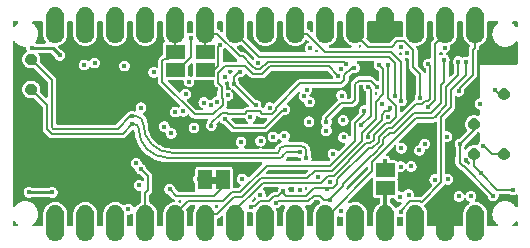
<source format=gbl>
G04 Layer: BottomLayer*
G04 EasyEDA v6.4.3, 2020-08-12T23:02:41+05:30*
G04 0c64d8637b0b46b586c93cd23854d17d,10*
G04 Gerber Generator version 0.2*
G04 Scale: 100 percent, Rotated: No, Reflected: No *
G04 Dimensions in inches *
G04 leading zeros omitted , absolute positions ,2 integer and 4 decimal *
%FSLAX24Y24*%
%MOIN*%
G90*
G70D02*

%ADD10C,0.010000*%
%ADD11C,0.008000*%
%ADD13C,0.024000*%
%ADD14C,0.012000*%
%ADD17C,0.015480*%
%ADD18C,0.015870*%

%LPD*%
G36*
G01X228Y6919D02*
G01X121Y6919D01*
G01X109Y6917D01*
G01X104Y6915D01*
G01X94Y6909D01*
G01X90Y6905D01*
G01X84Y6895D01*
G01X82Y6890D01*
G01X81Y6884D01*
G01X81Y6765D01*
G01X82Y6759D01*
G01X84Y6754D01*
G01X90Y6744D01*
G01X94Y6740D01*
G01X104Y6734D01*
G01X109Y6732D01*
G01X115Y6731D01*
G01X127Y6731D01*
G01X139Y6735D01*
G01X144Y6738D01*
G01X153Y6747D01*
G01X165Y6763D01*
G01X178Y6779D01*
G01X191Y6794D01*
G01X205Y6808D01*
G01X220Y6821D01*
G01X236Y6834D01*
G01X252Y6846D01*
G01X261Y6855D01*
G01X264Y6860D01*
G01X268Y6872D01*
G01X268Y6884D01*
G01X267Y6890D01*
G01X265Y6895D01*
G01X259Y6905D01*
G01X255Y6909D01*
G01X245Y6915D01*
G01X240Y6917D01*
G01X228Y6919D01*
G37*

%LPD*%
G36*
G01X16879Y6919D02*
G01X16771Y6919D01*
G01X16759Y6917D01*
G01X16754Y6915D01*
G01X16744Y6909D01*
G01X16740Y6905D01*
G01X16734Y6895D01*
G01X16732Y6890D01*
G01X16731Y6884D01*
G01X16731Y6872D01*
G01X16735Y6860D01*
G01X16738Y6855D01*
G01X16747Y6846D01*
G01X16763Y6834D01*
G01X16779Y6821D01*
G01X16794Y6808D01*
G01X16808Y6794D01*
G01X16821Y6779D01*
G01X16834Y6763D01*
G01X16846Y6747D01*
G01X16855Y6738D01*
G01X16860Y6735D01*
G01X16872Y6731D01*
G01X16884Y6731D01*
G01X16890Y6732D01*
G01X16895Y6734D01*
G01X16905Y6740D01*
G01X16909Y6744D01*
G01X16915Y6754D01*
G01X16917Y6759D01*
G01X16919Y6771D01*
G01X16919Y6879D01*
G01X16918Y6884D01*
G01X16917Y6890D01*
G01X16915Y6895D01*
G01X16909Y6905D01*
G01X16905Y6909D01*
G01X16895Y6915D01*
G01X16890Y6917D01*
G01X16884Y6918D01*
G01X16879Y6919D01*
G37*

%LPD*%
G36*
G01X10059Y6919D02*
G01X9941Y6919D01*
G01X9929Y6917D01*
G01X9924Y6915D01*
G01X9914Y6909D01*
G01X9910Y6905D01*
G01X9904Y6895D01*
G01X9902Y6890D01*
G01X9901Y6884D01*
G01X9901Y6671D01*
G01X9902Y6665D01*
G01X9905Y6659D01*
G01X9911Y6649D01*
G01X9916Y6645D01*
G01X9926Y6639D01*
G01X9932Y6637D01*
G01X9943Y6635D01*
G01X9954Y6631D01*
G01X9965Y6626D01*
G01X9975Y6621D01*
G01X9985Y6614D01*
G01X9994Y6607D01*
G01X10003Y6599D01*
G01X10030Y6572D01*
G01X10040Y6564D01*
G01X10052Y6560D01*
G01X10064Y6560D01*
G01X10070Y6562D01*
G01X10080Y6566D01*
G01X10085Y6570D01*
G01X10089Y6574D01*
G01X10092Y6578D01*
G01X10095Y6583D01*
G01X10097Y6589D01*
G01X10098Y6594D01*
G01X10099Y6600D01*
G01X10099Y6879D01*
G01X10098Y6884D01*
G01X10097Y6890D01*
G01X10095Y6895D01*
G01X10089Y6905D01*
G01X10085Y6909D01*
G01X10075Y6915D01*
G01X10070Y6917D01*
G01X10064Y6918D01*
G01X10059Y6919D01*
G37*

%LPD*%
G36*
G01X7059Y6919D02*
G01X6941Y6919D01*
G01X6929Y6917D01*
G01X6924Y6915D01*
G01X6914Y6909D01*
G01X6910Y6905D01*
G01X6904Y6895D01*
G01X6902Y6890D01*
G01X6901Y6884D01*
G01X6901Y6670D01*
G01X6902Y6664D01*
G01X6911Y6649D01*
G01X6916Y6645D01*
G01X6926Y6639D01*
G01X6932Y6637D01*
G01X6943Y6634D01*
G01X6954Y6630D01*
G01X6964Y6626D01*
G01X6984Y6614D01*
G01X6993Y6607D01*
G01X7030Y6570D01*
G01X7035Y6566D01*
G01X7040Y6563D01*
G01X7046Y6560D01*
G01X7052Y6559D01*
G01X7059Y6558D01*
G01X7064Y6559D01*
G01X7070Y6560D01*
G01X7075Y6562D01*
G01X7085Y6568D01*
G01X7089Y6572D01*
G01X7095Y6582D01*
G01X7097Y6587D01*
G01X7098Y6593D01*
G01X7099Y6598D01*
G01X7099Y6879D01*
G01X7098Y6884D01*
G01X7097Y6890D01*
G01X7095Y6895D01*
G01X7089Y6905D01*
G01X7085Y6909D01*
G01X7075Y6915D01*
G01X7070Y6917D01*
G01X7064Y6918D01*
G01X7059Y6919D01*
G37*

%LPD*%
G36*
G01X6059Y6919D02*
G01X5941Y6919D01*
G01X5929Y6917D01*
G01X5924Y6915D01*
G01X5914Y6909D01*
G01X5910Y6905D01*
G01X5904Y6895D01*
G01X5902Y6890D01*
G01X5901Y6884D01*
G01X5901Y6566D01*
G01X5902Y6561D01*
G01X5904Y6555D01*
G01X5907Y6550D01*
G01X5910Y6546D01*
G01X5914Y6542D01*
G01X5919Y6538D01*
G01X5929Y6534D01*
G01X5935Y6532D01*
G01X5941Y6532D01*
G01X5948Y6533D01*
G01X5955Y6535D01*
G01X5969Y6540D01*
G01X5995Y6546D01*
G01X6023Y6548D01*
G01X6038Y6547D01*
G01X6052Y6546D01*
G01X6059Y6545D01*
G01X6064Y6546D01*
G01X6070Y6547D01*
G01X6080Y6551D01*
G01X6085Y6555D01*
G01X6089Y6559D01*
G01X6092Y6563D01*
G01X6095Y6568D01*
G01X6097Y6574D01*
G01X6098Y6579D01*
G01X6099Y6585D01*
G01X6099Y6879D01*
G01X6098Y6884D01*
G01X6097Y6890D01*
G01X6095Y6895D01*
G01X6089Y6905D01*
G01X6085Y6909D01*
G01X6075Y6915D01*
G01X6070Y6917D01*
G01X6064Y6918D01*
G01X6059Y6919D01*
G37*

%LPD*%
G36*
G01X12181Y6919D02*
G01X11941Y6919D01*
G01X11929Y6917D01*
G01X11924Y6915D01*
G01X11914Y6909D01*
G01X11910Y6905D01*
G01X11904Y6895D01*
G01X11902Y6890D01*
G01X11901Y6884D01*
G01X11901Y6500D01*
G01X11900Y6493D01*
G01X11898Y6455D01*
G01X11896Y6443D01*
G01X11889Y6406D01*
G01X11886Y6394D01*
G01X11874Y6358D01*
G01X11874Y6356D01*
G01X11872Y6350D01*
G01X11872Y6337D01*
G01X11876Y6325D01*
G01X11879Y6320D01*
G01X11883Y6315D01*
G01X11978Y6220D01*
G01X11983Y6216D01*
G01X11988Y6213D01*
G01X11994Y6210D01*
G01X12000Y6209D01*
G01X12007Y6208D01*
G01X12636Y6208D01*
G01X12643Y6209D01*
G01X12649Y6210D01*
G01X12654Y6213D01*
G01X12660Y6216D01*
G01X12665Y6220D01*
G01X12809Y6365D01*
G01X12817Y6372D01*
G01X12826Y6379D01*
G01X12835Y6385D01*
G01X12845Y6391D01*
G01X12865Y6399D01*
G01X12876Y6402D01*
G01X12898Y6406D01*
G01X13062Y6406D01*
G01X13067Y6407D01*
G01X13073Y6408D01*
G01X13083Y6412D01*
G01X13088Y6416D01*
G01X13092Y6420D01*
G01X13095Y6424D01*
G01X13098Y6429D01*
G01X13100Y6435D01*
G01X13101Y6440D01*
G01X13102Y6446D01*
G01X13101Y6451D01*
G01X13101Y6456D01*
G01X13099Y6493D01*
G01X13099Y6879D01*
G01X13098Y6884D01*
G01X13097Y6890D01*
G01X13095Y6895D01*
G01X13089Y6905D01*
G01X13085Y6909D01*
G01X13075Y6915D01*
G01X13070Y6917D01*
G01X13064Y6918D01*
G01X13059Y6919D01*
G01X12818Y6919D01*
G01X12806Y6917D01*
G01X12791Y6908D01*
G01X12783Y6898D01*
G01X12775Y6878D01*
G01X12761Y6850D01*
G01X12752Y6836D01*
G01X12744Y6823D01*
G01X12724Y6799D01*
G01X12713Y6787D01*
G01X12701Y6776D01*
G01X12677Y6756D01*
G01X12664Y6747D01*
G01X12650Y6739D01*
G01X12637Y6732D01*
G01X12622Y6725D01*
G01X12608Y6719D01*
G01X12593Y6713D01*
G01X12578Y6709D01*
G01X12562Y6705D01*
G01X12547Y6702D01*
G01X12531Y6700D01*
G01X12515Y6699D01*
G01X12484Y6699D01*
G01X12468Y6700D01*
G01X12452Y6702D01*
G01X12437Y6705D01*
G01X12421Y6709D01*
G01X12406Y6713D01*
G01X12391Y6719D01*
G01X12377Y6725D01*
G01X12362Y6732D01*
G01X12349Y6739D01*
G01X12335Y6747D01*
G01X12322Y6756D01*
G01X12298Y6776D01*
G01X12286Y6787D01*
G01X12275Y6799D01*
G01X12255Y6823D01*
G01X12247Y6836D01*
G01X12238Y6850D01*
G01X12224Y6878D01*
G01X12216Y6898D01*
G01X12208Y6908D01*
G01X12193Y6917D01*
G01X12181Y6919D01*
G37*

%LPD*%
G36*
G01X1059Y6919D02*
G01X771Y6919D01*
G01X759Y6917D01*
G01X754Y6915D01*
G01X744Y6909D01*
G01X740Y6905D01*
G01X734Y6895D01*
G01X732Y6890D01*
G01X731Y6884D01*
G01X731Y6872D01*
G01X735Y6860D01*
G01X738Y6855D01*
G01X747Y6846D01*
G01X763Y6834D01*
G01X778Y6822D01*
G01X806Y6796D01*
G01X819Y6782D01*
G01X843Y6752D01*
G01X854Y6736D01*
G01X864Y6720D01*
G01X874Y6703D01*
G01X883Y6686D01*
G01X891Y6668D01*
G01X898Y6650D01*
G01X910Y6614D01*
G01X915Y6595D01*
G01X919Y6576D01*
G01X922Y6557D01*
G01X924Y6538D01*
G01X926Y6500D01*
G01X924Y6460D01*
G01X921Y6441D01*
G01X918Y6421D01*
G01X914Y6402D01*
G01X909Y6383D01*
G01X903Y6364D01*
G01X897Y6346D01*
G01X881Y6310D01*
G01X872Y6292D01*
G01X862Y6276D01*
G01X851Y6259D01*
G01X840Y6243D01*
G01X836Y6238D01*
G01X834Y6232D01*
G01X832Y6225D01*
G01X832Y6213D01*
G01X833Y6208D01*
G01X835Y6202D01*
G01X838Y6197D01*
G01X841Y6193D01*
G01X845Y6189D01*
G01X850Y6185D01*
G01X860Y6181D01*
G01X866Y6179D01*
G01X1166Y6179D01*
G01X1171Y6181D01*
G01X1177Y6183D01*
G01X1182Y6185D01*
G01X1194Y6197D01*
G01X1196Y6202D01*
G01X1198Y6208D01*
G01X1200Y6213D01*
G01X1200Y6219D01*
G01X1198Y6233D01*
G01X1195Y6239D01*
G01X1179Y6259D01*
G01X1172Y6269D01*
G01X1151Y6301D01*
G01X1145Y6312D01*
G01X1129Y6346D01*
G01X1113Y6394D01*
G01X1110Y6406D01*
G01X1103Y6443D01*
G01X1101Y6455D01*
G01X1099Y6493D01*
G01X1099Y6879D01*
G01X1098Y6884D01*
G01X1097Y6890D01*
G01X1095Y6895D01*
G01X1089Y6905D01*
G01X1085Y6909D01*
G01X1075Y6915D01*
G01X1070Y6917D01*
G01X1064Y6918D01*
G01X1059Y6919D01*
G37*

%LPD*%
G36*
G01X11059Y6919D02*
G01X10941Y6919D01*
G01X10929Y6917D01*
G01X10924Y6915D01*
G01X10914Y6909D01*
G01X10910Y6905D01*
G01X10904Y6895D01*
G01X10902Y6890D01*
G01X10901Y6884D01*
G01X10901Y6500D01*
G01X10900Y6493D01*
G01X10898Y6455D01*
G01X10896Y6443D01*
G01X10889Y6406D01*
G01X10886Y6394D01*
G01X10870Y6346D01*
G01X10854Y6312D01*
G01X10848Y6301D01*
G01X10827Y6269D01*
G01X10820Y6259D01*
G01X10796Y6230D01*
G01X10787Y6220D01*
G01X10760Y6195D01*
G01X10750Y6187D01*
G01X10719Y6164D01*
G01X10709Y6158D01*
G01X10676Y6140D01*
G01X10664Y6134D01*
G01X10637Y6123D01*
G01X10632Y6121D01*
G01X10622Y6113D01*
G01X10619Y6109D01*
G01X10616Y6103D01*
G01X10613Y6098D01*
G01X10612Y6092D01*
G01X10612Y6080D01*
G01X10613Y6075D01*
G01X10615Y6069D01*
G01X10618Y6064D01*
G01X10621Y6060D01*
G01X10626Y6056D01*
G01X10630Y6052D01*
G01X10640Y6048D01*
G01X10652Y6046D01*
G01X11347Y6046D01*
G01X11359Y6048D01*
G01X11369Y6052D01*
G01X11373Y6056D01*
G01X11378Y6060D01*
G01X11381Y6064D01*
G01X11384Y6069D01*
G01X11386Y6075D01*
G01X11387Y6080D01*
G01X11387Y6092D01*
G01X11385Y6098D01*
G01X11383Y6103D01*
G01X11380Y6109D01*
G01X11377Y6113D01*
G01X11367Y6121D01*
G01X11362Y6123D01*
G01X11335Y6134D01*
G01X11323Y6140D01*
G01X11290Y6158D01*
G01X11279Y6165D01*
G01X11249Y6187D01*
G01X11239Y6195D01*
G01X11212Y6220D01*
G01X11203Y6230D01*
G01X11179Y6259D01*
G01X11172Y6269D01*
G01X11151Y6301D01*
G01X11145Y6312D01*
G01X11129Y6346D01*
G01X11124Y6358D01*
G01X11113Y6394D01*
G01X11110Y6406D01*
G01X11103Y6443D01*
G01X11101Y6456D01*
G01X11099Y6493D01*
G01X11099Y6879D01*
G01X11098Y6884D01*
G01X11097Y6890D01*
G01X11095Y6895D01*
G01X11089Y6905D01*
G01X11085Y6909D01*
G01X11075Y6915D01*
G01X11070Y6917D01*
G01X11064Y6918D01*
G01X11059Y6919D01*
G37*

%LPD*%
G36*
G01X11662Y6127D02*
G01X11655Y6128D01*
G01X11648Y6127D01*
G01X11641Y6125D01*
G01X11637Y6123D01*
G01X11632Y6121D01*
G01X11622Y6113D01*
G01X11619Y6109D01*
G01X11616Y6103D01*
G01X11613Y6098D01*
G01X11612Y6092D01*
G01X11612Y6080D01*
G01X11613Y6075D01*
G01X11615Y6069D01*
G01X11618Y6064D01*
G01X11621Y6060D01*
G01X11626Y6056D01*
G01X11630Y6052D01*
G01X11640Y6048D01*
G01X11652Y6046D01*
G01X11657Y6046D01*
G01X11663Y6047D01*
G01X11668Y6048D01*
G01X11674Y6050D01*
G01X11679Y6052D01*
G01X11691Y6064D01*
G01X11693Y6069D01*
G01X11695Y6075D01*
G01X11697Y6080D01*
G01X11697Y6086D01*
G01X11695Y6098D01*
G01X11693Y6104D01*
G01X11689Y6110D01*
G01X11685Y6114D01*
G01X11684Y6116D01*
G01X11679Y6120D01*
G01X11674Y6123D01*
G01X11668Y6126D01*
G01X11662Y6127D01*
G37*

%LPD*%
G36*
G01X8059Y6919D02*
G01X7941Y6919D01*
G01X7929Y6917D01*
G01X7924Y6915D01*
G01X7914Y6909D01*
G01X7910Y6905D01*
G01X7904Y6895D01*
G01X7902Y6890D01*
G01X7901Y6884D01*
G01X7901Y6500D01*
G01X7900Y6493D01*
G01X7898Y6455D01*
G01X7896Y6443D01*
G01X7889Y6406D01*
G01X7886Y6394D01*
G01X7883Y6385D01*
G01X7881Y6373D01*
G01X7883Y6361D01*
G01X7889Y6349D01*
G01X8340Y5898D01*
G01X8350Y5890D01*
G01X8356Y5888D01*
G01X8368Y5886D01*
G01X9818Y5886D01*
G01X9824Y5887D01*
G01X9829Y5888D01*
G01X9835Y5890D01*
G01X9840Y5892D01*
G01X9852Y5904D01*
G01X9854Y5909D01*
G01X9856Y5915D01*
G01X9858Y5920D01*
G01X9858Y5926D01*
G01X9856Y5940D01*
G01X9841Y5970D01*
G01X9833Y5996D01*
G01X9829Y6022D01*
G01X9829Y6048D01*
G01X9831Y6061D01*
G01X9833Y6073D01*
G01X9836Y6085D01*
G01X9840Y6097D01*
G01X9845Y6109D01*
G01X9850Y6120D01*
G01X9856Y6131D01*
G01X9863Y6142D01*
G01X9871Y6151D01*
G01X9880Y6161D01*
G01X9889Y6170D01*
G01X9898Y6178D01*
G01X9909Y6185D01*
G01X9919Y6192D01*
G01X9930Y6198D01*
G01X9936Y6201D01*
G01X9941Y6205D01*
G01X9945Y6210D01*
G01X9948Y6215D01*
G01X9951Y6221D01*
G01X9952Y6227D01*
G01X9953Y6234D01*
G01X9951Y6246D01*
G01X9949Y6252D01*
G01X9941Y6262D01*
G01X9904Y6299D01*
G01X9899Y6303D01*
G01X9894Y6306D01*
G01X9888Y6309D01*
G01X9876Y6311D01*
G01X9870Y6310D01*
G01X9865Y6309D01*
G01X9859Y6307D01*
G01X9854Y6304D01*
G01X9850Y6301D01*
G01X9846Y6297D01*
G01X9842Y6292D01*
G01X9827Y6269D01*
G01X9820Y6259D01*
G01X9796Y6230D01*
G01X9787Y6220D01*
G01X9760Y6195D01*
G01X9750Y6187D01*
G01X9719Y6164D01*
G01X9709Y6158D01*
G01X9676Y6140D01*
G01X9664Y6134D01*
G01X9629Y6120D01*
G01X9617Y6116D01*
G01X9581Y6107D01*
G01X9568Y6105D01*
G01X9531Y6100D01*
G01X9518Y6099D01*
G01X9481Y6099D01*
G01X9468Y6100D01*
G01X9431Y6105D01*
G01X9418Y6107D01*
G01X9382Y6116D01*
G01X9370Y6120D01*
G01X9335Y6134D01*
G01X9323Y6140D01*
G01X9290Y6158D01*
G01X9279Y6165D01*
G01X9249Y6187D01*
G01X9239Y6195D01*
G01X9212Y6220D01*
G01X9203Y6230D01*
G01X9179Y6259D01*
G01X9172Y6269D01*
G01X9151Y6301D01*
G01X9145Y6312D01*
G01X9129Y6346D01*
G01X9124Y6358D01*
G01X9113Y6394D01*
G01X9110Y6406D01*
G01X9103Y6443D01*
G01X9101Y6456D01*
G01X9099Y6493D01*
G01X9099Y6879D01*
G01X9098Y6884D01*
G01X9097Y6890D01*
G01X9095Y6895D01*
G01X9089Y6905D01*
G01X9085Y6909D01*
G01X9075Y6915D01*
G01X9070Y6917D01*
G01X9064Y6918D01*
G01X9059Y6919D01*
G01X8941Y6919D01*
G01X8929Y6917D01*
G01X8924Y6915D01*
G01X8914Y6909D01*
G01X8910Y6905D01*
G01X8904Y6895D01*
G01X8902Y6890D01*
G01X8901Y6884D01*
G01X8901Y6500D01*
G01X8900Y6493D01*
G01X8898Y6455D01*
G01X8896Y6443D01*
G01X8889Y6406D01*
G01X8886Y6394D01*
G01X8870Y6346D01*
G01X8854Y6312D01*
G01X8848Y6301D01*
G01X8827Y6269D01*
G01X8820Y6259D01*
G01X8796Y6230D01*
G01X8787Y6220D01*
G01X8760Y6195D01*
G01X8750Y6187D01*
G01X8719Y6164D01*
G01X8709Y6158D01*
G01X8676Y6140D01*
G01X8664Y6134D01*
G01X8629Y6120D01*
G01X8617Y6116D01*
G01X8581Y6107D01*
G01X8568Y6105D01*
G01X8531Y6100D01*
G01X8518Y6099D01*
G01X8481Y6099D01*
G01X8468Y6100D01*
G01X8431Y6105D01*
G01X8418Y6107D01*
G01X8382Y6116D01*
G01X8370Y6120D01*
G01X8335Y6134D01*
G01X8323Y6140D01*
G01X8290Y6158D01*
G01X8279Y6165D01*
G01X8249Y6187D01*
G01X8239Y6195D01*
G01X8212Y6220D01*
G01X8203Y6230D01*
G01X8179Y6259D01*
G01X8172Y6269D01*
G01X8151Y6301D01*
G01X8145Y6312D01*
G01X8129Y6346D01*
G01X8113Y6394D01*
G01X8110Y6406D01*
G01X8103Y6443D01*
G01X8101Y6456D01*
G01X8099Y6493D01*
G01X8099Y6879D01*
G01X8098Y6884D01*
G01X8097Y6890D01*
G01X8095Y6895D01*
G01X8089Y6905D01*
G01X8085Y6909D01*
G01X8075Y6915D01*
G01X8070Y6917D01*
G01X8064Y6918D01*
G01X8059Y6919D01*
G37*

%LPD*%
G36*
G01X10214Y5979D02*
G01X10201Y5979D01*
G01X10189Y5975D01*
G01X10179Y5967D01*
G01X10175Y5962D01*
G01X10172Y5957D01*
G01X10166Y5946D01*
G01X10163Y5940D01*
G01X10161Y5933D01*
G01X10161Y5920D01*
G01X10162Y5915D01*
G01X10164Y5909D01*
G01X10167Y5904D01*
G01X10170Y5900D01*
G01X10174Y5896D01*
G01X10179Y5892D01*
G01X10189Y5888D01*
G01X10201Y5886D01*
G01X10221Y5886D01*
G01X10226Y5887D01*
G01X10232Y5888D01*
G01X10242Y5892D01*
G01X10247Y5896D01*
G01X10251Y5900D01*
G01X10254Y5904D01*
G01X10257Y5909D01*
G01X10259Y5915D01*
G01X10260Y5920D01*
G01X10261Y5926D01*
G01X10259Y5938D01*
G01X10253Y5950D01*
G01X10236Y5967D01*
G01X10226Y5975D01*
G01X10214Y5979D01*
G37*

%LPD*%
G36*
G01X13009Y5886D02*
G01X13007Y5886D01*
G01X12995Y5884D01*
G01X12990Y5882D01*
G01X12985Y5879D01*
G01X12981Y5876D01*
G01X12976Y5872D01*
G01X12970Y5862D01*
G01X12968Y5857D01*
G01X12967Y5852D01*
G01X12967Y5840D01*
G01X12969Y5833D01*
G01X12971Y5828D01*
G01X12974Y5822D01*
G01X12997Y5799D01*
G01X13003Y5796D01*
G01X13008Y5794D01*
G01X13015Y5792D01*
G01X13026Y5792D01*
G01X13032Y5793D01*
G01X13037Y5795D01*
G01X13047Y5801D01*
G01X13051Y5806D01*
G01X13054Y5810D01*
G01X13057Y5815D01*
G01X13059Y5820D01*
G01X13061Y5832D01*
G01X13060Y5838D01*
G01X13059Y5849D01*
G01X13058Y5855D01*
G01X13056Y5861D01*
G01X13050Y5871D01*
G01X13046Y5875D01*
G01X13042Y5878D01*
G01X13036Y5881D01*
G01X13031Y5884D01*
G01X13025Y5885D01*
G01X13019Y5885D01*
G01X13009Y5886D01*
G37*

%LPD*%
G36*
G01X14355Y5901D02*
G01X14343Y5901D01*
G01X14338Y5900D01*
G01X14332Y5898D01*
G01X14327Y5895D01*
G01X14323Y5892D01*
G01X14319Y5888D01*
G01X14315Y5883D01*
G01X14312Y5878D01*
G01X14310Y5873D01*
G01X14309Y5867D01*
G01X14309Y5817D01*
G01X14310Y5811D01*
G01X14312Y5806D01*
G01X14315Y5801D01*
G01X14319Y5797D01*
G01X14323Y5792D01*
G01X14327Y5789D01*
G01X14332Y5786D01*
G01X14338Y5784D01*
G01X14343Y5783D01*
G01X14355Y5783D01*
G01X14360Y5784D01*
G01X14366Y5787D01*
G01X14371Y5789D01*
G01X14385Y5798D01*
G01X14399Y5804D01*
G01X14404Y5807D01*
G01X14409Y5811D01*
G01X14413Y5815D01*
G01X14416Y5819D01*
G01X14419Y5824D01*
G01X14421Y5830D01*
G01X14423Y5835D01*
G01X14423Y5841D01*
G01X14422Y5848D01*
G01X14421Y5854D01*
G01X14418Y5860D01*
G01X14415Y5865D01*
G01X14411Y5870D01*
G01X14406Y5874D01*
G01X14400Y5877D01*
G01X14386Y5885D01*
G01X14372Y5894D01*
G01X14367Y5897D01*
G01X14361Y5900D01*
G01X14355Y5901D01*
G37*

%LPD*%
G36*
G01X7696Y6137D02*
G01X7684Y6139D01*
G01X7675Y6138D01*
G01X7668Y6135D01*
G01X7664Y6134D01*
G01X7629Y6120D01*
G01X7617Y6116D01*
G01X7581Y6107D01*
G01X7579Y6106D01*
G01X7580Y6107D01*
G01X7574Y6105D01*
G01X7564Y6099D01*
G01X7560Y6095D01*
G01X7556Y6090D01*
G01X7553Y6085D01*
G01X7551Y6079D01*
G01X7550Y6074D01*
G01X7549Y6068D01*
G01X7550Y6062D01*
G01X7551Y6055D01*
G01X7554Y6050D01*
G01X7557Y6044D01*
G01X7561Y6040D01*
G01X7692Y5908D01*
G01X7697Y5904D01*
G01X7702Y5901D01*
G01X7714Y5897D01*
G01X7745Y5897D01*
G01X7767Y5895D01*
G01X7778Y5893D01*
G01X7788Y5890D01*
G01X7799Y5886D01*
G01X7809Y5881D01*
G01X7818Y5876D01*
G01X7828Y5870D01*
G01X7836Y5863D01*
G01X7845Y5855D01*
G01X8064Y5636D01*
G01X8074Y5628D01*
G01X8080Y5626D01*
G01X8092Y5624D01*
G01X8104Y5626D01*
G01X8109Y5628D01*
G01X8119Y5634D01*
G01X8123Y5638D01*
G01X8133Y5649D01*
G01X8137Y5654D01*
G01X8140Y5659D01*
G01X8143Y5665D01*
G01X8144Y5671D01*
G01X8145Y5678D01*
G01X8143Y5690D01*
G01X8140Y5696D01*
G01X8137Y5701D01*
G01X8133Y5706D01*
G01X7712Y6127D01*
G01X7707Y6131D01*
G01X7702Y6134D01*
G01X7696Y6137D01*
G37*

%LPD*%
G36*
G01X7146Y6039D02*
G01X7140Y6039D01*
G01X7135Y6037D01*
G01X7129Y6035D01*
G01X7124Y6032D01*
G01X7120Y6029D01*
G01X7116Y6025D01*
G01X7105Y6013D01*
G01X7094Y6003D01*
G01X7090Y5999D01*
G01X7086Y5994D01*
G01X7083Y5989D01*
G01X7081Y5984D01*
G01X7080Y5978D01*
G01X7080Y5604D01*
G01X7081Y5598D01*
G01X7083Y5593D01*
G01X7089Y5583D01*
G01X7093Y5579D01*
G01X7103Y5573D01*
G01X7108Y5571D01*
G01X7114Y5570D01*
G01X7120Y5570D01*
G01X7130Y5571D01*
G01X7142Y5574D01*
G01X7155Y5576D01*
G01X7530Y5576D01*
G01X7536Y5577D01*
G01X7541Y5578D01*
G01X7547Y5580D01*
G01X7552Y5582D01*
G01X7564Y5594D01*
G01X7566Y5599D01*
G01X7568Y5605D01*
G01X7570Y5610D01*
G01X7570Y5622D01*
G01X7568Y5628D01*
G01X7566Y5633D01*
G01X7560Y5643D01*
G01X7556Y5647D01*
G01X7546Y5656D01*
G01X7174Y6027D01*
G01X7170Y6031D01*
G01X7164Y6035D01*
G01X7158Y6037D01*
G01X7146Y6039D01*
G37*

%LPD*%
G36*
G01X14059Y6919D02*
G01X13941Y6919D01*
G01X13929Y6917D01*
G01X13924Y6915D01*
G01X13914Y6909D01*
G01X13910Y6905D01*
G01X13904Y6895D01*
G01X13902Y6890D01*
G01X13901Y6884D01*
G01X13901Y6500D01*
G01X13900Y6493D01*
G01X13898Y6455D01*
G01X13896Y6443D01*
G01X13889Y6406D01*
G01X13886Y6394D01*
G01X13875Y6358D01*
G01X13870Y6346D01*
G01X13854Y6312D01*
G01X13848Y6301D01*
G01X13827Y6269D01*
G01X13820Y6259D01*
G01X13796Y6230D01*
G01X13787Y6220D01*
G01X13760Y6195D01*
G01X13750Y6187D01*
G01X13719Y6164D01*
G01X13709Y6158D01*
G01X13676Y6140D01*
G01X13664Y6134D01*
G01X13629Y6120D01*
G01X13617Y6116D01*
G01X13581Y6107D01*
G01X13571Y6105D01*
G01X13565Y6104D01*
G01X13560Y6102D01*
G01X13555Y6099D01*
G01X13550Y6095D01*
G01X13546Y6091D01*
G01X13543Y6087D01*
G01X13540Y6082D01*
G01X13538Y6077D01*
G01X13536Y6065D01*
G01X13537Y6058D01*
G01X13539Y6052D01*
G01X13542Y6045D01*
G01X13546Y6040D01*
G01X13558Y6022D01*
G01X13564Y6012D01*
G01X13572Y5992D01*
G01X13575Y5981D01*
G01X13577Y5971D01*
G01X13579Y5949D01*
G01X13579Y5454D01*
G01X13583Y5442D01*
G01X13586Y5436D01*
G01X13591Y5432D01*
G01X13761Y5262D01*
G01X13769Y5252D01*
G01X13777Y5241D01*
G01X13784Y5230D01*
G01X13790Y5218D01*
G01X13796Y5208D01*
G01X13800Y5204D01*
G01X13810Y5198D01*
G01X13815Y5196D01*
G01X13827Y5194D01*
G01X13832Y5195D01*
G01X13838Y5196D01*
G01X13843Y5198D01*
G01X13853Y5204D01*
G01X13857Y5208D01*
G01X13863Y5218D01*
G01X13865Y5223D01*
G01X13866Y5229D01*
G01X13867Y5234D01*
G01X13867Y5316D01*
G01X13866Y5321D01*
G01X13865Y5327D01*
G01X13863Y5332D01*
G01X13860Y5338D01*
G01X13857Y5342D01*
G01X13853Y5346D01*
G01X13848Y5350D01*
G01X13838Y5356D01*
G01X13828Y5364D01*
G01X13810Y5380D01*
G01X13803Y5389D01*
G01X13795Y5399D01*
G01X13789Y5409D01*
G01X13783Y5420D01*
G01X13773Y5442D01*
G01X13770Y5454D01*
G01X13767Y5465D01*
G01X13763Y5489D01*
G01X13763Y5514D01*
G01X13767Y5538D01*
G01X13770Y5550D01*
G01X13773Y5561D01*
G01X13778Y5573D01*
G01X13783Y5584D01*
G01X13789Y5594D01*
G01X13803Y5614D01*
G01X13811Y5623D01*
G01X13820Y5632D01*
G01X13829Y5640D01*
G01X13849Y5654D01*
G01X13859Y5660D01*
G01X13870Y5665D01*
G01X13882Y5670D01*
G01X13893Y5673D01*
G01X13905Y5676D01*
G01X13917Y5678D01*
G01X13941Y5680D01*
G01X13954Y5679D01*
G01X13966Y5678D01*
G01X13978Y5676D01*
G01X13987Y5675D01*
G01X13992Y5676D01*
G01X13998Y5677D01*
G01X14008Y5681D01*
G01X14013Y5685D01*
G01X14017Y5689D01*
G01X14023Y5699D01*
G01X14025Y5704D01*
G01X14026Y5709D01*
G01X14027Y5715D01*
G01X14027Y6167D01*
G01X14031Y6189D01*
G01X14034Y6200D01*
G01X14042Y6220D01*
G01X14048Y6230D01*
G01X14054Y6239D01*
G01X14061Y6248D01*
G01X14068Y6256D01*
G01X14119Y6306D01*
G01X14123Y6311D01*
G01X14126Y6316D01*
G01X14130Y6328D01*
G01X14130Y6342D01*
G01X14124Y6358D01*
G01X14113Y6394D01*
G01X14110Y6406D01*
G01X14103Y6443D01*
G01X14101Y6456D01*
G01X14099Y6493D01*
G01X14099Y6879D01*
G01X14098Y6884D01*
G01X14097Y6890D01*
G01X14095Y6895D01*
G01X14089Y6905D01*
G01X14085Y6909D01*
G01X14075Y6915D01*
G01X14070Y6917D01*
G01X14064Y6918D01*
G01X14059Y6919D01*
G37*

%LPD*%
G36*
G01X7386Y5294D02*
G01X7282Y5294D01*
G01X7276Y5292D01*
G01X7266Y5288D01*
G01X7262Y5284D01*
G01X7257Y5280D01*
G01X7254Y5276D01*
G01X7251Y5271D01*
G01X7249Y5265D01*
G01X7248Y5260D01*
G01X7248Y5248D01*
G01X7252Y5236D01*
G01X7255Y5231D01*
G01X7259Y5226D01*
G01X7274Y5214D01*
G01X7293Y5195D01*
G01X7301Y5184D01*
G01X7305Y5179D01*
G01X7310Y5175D01*
G01X7315Y5172D01*
G01X7321Y5169D01*
G01X7327Y5168D01*
G01X7340Y5168D01*
G01X7346Y5169D01*
G01X7352Y5172D01*
G01X7357Y5175D01*
G01X7362Y5179D01*
G01X7408Y5226D01*
G01X7416Y5236D01*
G01X7420Y5248D01*
G01X7420Y5260D01*
G01X7418Y5265D01*
G01X7416Y5271D01*
G01X7414Y5276D01*
G01X7402Y5288D01*
G01X7397Y5290D01*
G01X7391Y5292D01*
G01X7386Y5294D01*
G37*

%LPD*%
G36*
G01X15059Y6919D02*
G01X14941Y6919D01*
G01X14929Y6917D01*
G01X14924Y6915D01*
G01X14914Y6909D01*
G01X14910Y6905D01*
G01X14904Y6895D01*
G01X14902Y6890D01*
G01X14901Y6884D01*
G01X14901Y6500D01*
G01X14900Y6493D01*
G01X14898Y6455D01*
G01X14896Y6443D01*
G01X14889Y6406D01*
G01X14886Y6394D01*
G01X14875Y6358D01*
G01X14870Y6346D01*
G01X14854Y6312D01*
G01X14848Y6301D01*
G01X14827Y6269D01*
G01X14820Y6259D01*
G01X14796Y6230D01*
G01X14787Y6220D01*
G01X14760Y6195D01*
G01X14750Y6187D01*
G01X14719Y6164D01*
G01X14709Y6158D01*
G01X14676Y6140D01*
G01X14672Y6137D01*
G01X14666Y6134D01*
G01X14661Y6130D01*
G01X14657Y6125D01*
G01X14654Y6120D01*
G01X14651Y6114D01*
G01X14650Y6108D01*
G01X14649Y6101D01*
G01X14651Y6090D01*
G01X14654Y6078D01*
G01X14656Y6065D01*
G01X14658Y6053D01*
G01X14658Y6028D01*
G01X14656Y6015D01*
G01X14654Y6003D01*
G01X14648Y5979D01*
G01X14638Y5957D01*
G01X14632Y5946D01*
G01X14625Y5936D01*
G01X14609Y5916D01*
G01X14591Y5900D01*
G01X14581Y5892D01*
G01X14571Y5885D01*
G01X14560Y5879D01*
G01X14549Y5874D01*
G01X14543Y5872D01*
G01X14535Y5864D01*
G01X14531Y5859D01*
G01X14528Y5854D01*
G01X14526Y5849D01*
G01X14524Y5837D01*
G01X14526Y5825D01*
G01X14529Y5819D01*
G01X14532Y5814D01*
G01X14536Y5809D01*
G01X14541Y5805D01*
G01X14547Y5801D01*
G01X14558Y5796D01*
G01X14569Y5789D01*
G01X14579Y5782D01*
G01X14588Y5774D01*
G01X14606Y5756D01*
G01X14614Y5746D01*
G01X14621Y5736D01*
G01X14627Y5725D01*
G01X14632Y5714D01*
G01X14637Y5702D01*
G01X14641Y5690D01*
G01X14644Y5678D01*
G01X14646Y5666D01*
G01X14647Y5653D01*
G01X14648Y5641D01*
G01X14647Y5627D01*
G01X14646Y5614D01*
G01X14643Y5601D01*
G01X14640Y5589D01*
G01X14636Y5576D01*
G01X14624Y5552D01*
G01X14617Y5541D01*
G01X14614Y5536D01*
G01X14612Y5530D01*
G01X14611Y5524D01*
G01X14611Y5111D01*
G01X14612Y5105D01*
G01X14614Y5100D01*
G01X14620Y5090D01*
G01X14624Y5086D01*
G01X14634Y5080D01*
G01X14639Y5078D01*
G01X14645Y5077D01*
G01X14657Y5077D01*
G01X14669Y5081D01*
G01X14674Y5084D01*
G01X14679Y5088D01*
G01X14783Y5192D01*
G01X14787Y5197D01*
G01X14790Y5203D01*
G01X14793Y5208D01*
G01X14794Y5214D01*
G01X14795Y5221D01*
G01X14795Y5458D01*
G01X14793Y5470D01*
G01X14791Y5475D01*
G01X14788Y5480D01*
G01X14781Y5492D01*
G01X14775Y5503D01*
G01X14769Y5515D01*
G01X14765Y5528D01*
G01X14759Y5554D01*
G01X14757Y5580D01*
G01X14759Y5604D01*
G01X14761Y5617D01*
G01X14764Y5628D01*
G01X14767Y5640D01*
G01X14777Y5662D01*
G01X14783Y5673D01*
G01X14797Y5693D01*
G01X14805Y5702D01*
G01X14814Y5711D01*
G01X14823Y5719D01*
G01X14843Y5733D01*
G01X14853Y5739D01*
G01X14864Y5744D01*
G01X14876Y5748D01*
G01X14887Y5752D01*
G01X14899Y5755D01*
G01X14911Y5757D01*
G01X14923Y5758D01*
G01X14936Y5759D01*
G01X14947Y5758D01*
G01X14959Y5757D01*
G01X14971Y5755D01*
G01X14983Y5752D01*
G01X14994Y5749D01*
G01X15016Y5739D01*
G01X15027Y5733D01*
G01X15037Y5727D01*
G01X15046Y5720D01*
G01X15052Y5716D01*
G01X15058Y5713D01*
G01X15065Y5712D01*
G01X15071Y5711D01*
G01X15083Y5713D01*
G01X15089Y5715D01*
G01X15094Y5718D01*
G01X15105Y5725D01*
G01X15129Y5737D01*
G01X15141Y5741D01*
G01X15167Y5747D01*
G01X15181Y5748D01*
G01X15194Y5749D01*
G01X15220Y5747D01*
G01X15232Y5745D01*
G01X15241Y5744D01*
G01X15247Y5744D01*
G01X15252Y5745D01*
G01X15258Y5747D01*
G01X15263Y5750D01*
G01X15267Y5753D01*
G01X15271Y5757D01*
G01X15275Y5762D01*
G01X15279Y5772D01*
G01X15281Y5778D01*
G01X15281Y5967D01*
G01X15283Y5989D01*
G01X15285Y6000D01*
G01X15288Y6011D01*
G01X15296Y6031D01*
G01X15302Y6041D01*
G01X15308Y6050D01*
G01X15315Y6059D01*
G01X15322Y6067D01*
G01X15332Y6076D01*
G01X15336Y6081D01*
G01X15339Y6086D01*
G01X15342Y6092D01*
G01X15343Y6098D01*
G01X15344Y6105D01*
G01X15342Y6117D01*
G01X15333Y6132D01*
G01X15323Y6140D01*
G01X15279Y6164D01*
G01X15249Y6187D01*
G01X15239Y6195D01*
G01X15212Y6221D01*
G01X15203Y6230D01*
G01X15179Y6259D01*
G01X15172Y6269D01*
G01X15151Y6301D01*
G01X15145Y6312D01*
G01X15129Y6346D01*
G01X15124Y6358D01*
G01X15113Y6394D01*
G01X15110Y6406D01*
G01X15103Y6443D01*
G01X15101Y6456D01*
G01X15099Y6493D01*
G01X15099Y6879D01*
G01X15098Y6884D01*
G01X15097Y6890D01*
G01X15095Y6895D01*
G01X15089Y6905D01*
G01X15085Y6909D01*
G01X15075Y6915D01*
G01X15070Y6917D01*
G01X15064Y6918D01*
G01X15059Y6919D01*
G37*

%LPD*%
G36*
G01X6045Y5517D02*
G01X6033Y5517D01*
G01X6021Y5513D01*
G01X6016Y5510D01*
G01X6011Y5506D01*
G01X5929Y5423D01*
G01X5925Y5419D01*
G01X5919Y5407D01*
G01X5918Y5401D01*
G01X5918Y5124D01*
G01X5919Y5118D01*
G01X5921Y5113D01*
G01X5927Y5103D01*
G01X5931Y5099D01*
G01X5936Y5096D01*
G01X5940Y5093D01*
G01X5946Y5091D01*
G01X5951Y5090D01*
G01X5957Y5089D01*
G01X5971Y5089D01*
G01X5984Y5087D01*
G01X5998Y5084D01*
G01X6011Y5080D01*
G01X6024Y5075D01*
G01X6032Y5073D01*
G01X6040Y5072D01*
G01X6045Y5072D01*
G01X6051Y5074D01*
G01X6061Y5078D01*
G01X6066Y5082D01*
G01X6070Y5086D01*
G01X6073Y5090D01*
G01X6076Y5095D01*
G01X6078Y5101D01*
G01X6079Y5106D01*
G01X6080Y5112D01*
G01X6080Y5477D01*
G01X6078Y5489D01*
G01X6076Y5494D01*
G01X6073Y5499D01*
G01X6070Y5503D01*
G01X6066Y5507D01*
G01X6061Y5511D01*
G01X6056Y5514D01*
G01X6051Y5516D01*
G01X6045Y5517D01*
G37*

%LPD*%
G36*
G01X7250Y4917D02*
G01X7245Y4917D01*
G01X7236Y4916D01*
G01X7228Y4913D01*
G01X7206Y4905D01*
G01X7194Y4902D01*
G01X7182Y4900D01*
G01X7177Y4899D01*
G01X7171Y4897D01*
G01X7166Y4894D01*
G01X7154Y4882D01*
G01X7150Y4872D01*
G01X7148Y4866D01*
G01X7148Y4860D01*
G01X7149Y4854D01*
G01X7150Y4847D01*
G01X7153Y4841D01*
G01X7157Y4835D01*
G01X7163Y4827D01*
G01X7169Y4818D01*
G01X7174Y4808D01*
G01X7178Y4799D01*
G01X7182Y4789D01*
G01X7185Y4778D01*
G01X7187Y4768D01*
G01X7188Y4757D01*
G01X7188Y4672D01*
G01X7189Y4666D01*
G01X7190Y4661D01*
G01X7192Y4655D01*
G01X7195Y4650D01*
G01X7198Y4646D01*
G01X7202Y4642D01*
G01X7207Y4638D01*
G01X7212Y4635D01*
G01X7217Y4634D01*
G01X7223Y4632D01*
G01X7233Y4632D01*
G01X7255Y4634D01*
G01X7271Y4633D01*
G01X7286Y4631D01*
G01X7302Y4628D01*
G01X7312Y4626D01*
G01X7318Y4627D01*
G01X7323Y4628D01*
G01X7329Y4630D01*
G01X7334Y4633D01*
G01X7338Y4636D01*
G01X7342Y4640D01*
G01X7346Y4645D01*
G01X7352Y4660D01*
G01X7352Y4666D01*
G01X7351Y4673D01*
G01X7350Y4679D01*
G01X7347Y4685D01*
G01X7343Y4691D01*
G01X7339Y4696D01*
G01X7321Y4714D01*
G01X7307Y4734D01*
G01X7295Y4756D01*
G01X7290Y4768D01*
G01X7286Y4780D01*
G01X7283Y4792D01*
G01X7281Y4804D01*
G01X7280Y4817D01*
G01X7280Y4843D01*
G01X7281Y4856D01*
G01X7284Y4868D01*
G01X7285Y4877D01*
G01X7284Y4883D01*
G01X7283Y4888D01*
G01X7281Y4894D01*
G01X7278Y4899D01*
G01X7275Y4903D01*
G01X7271Y4907D01*
G01X7266Y4911D01*
G01X7256Y4915D01*
G01X7250Y4917D01*
G37*

%LPD*%
G36*
G01X5738Y4979D02*
G01X5288Y4979D01*
G01X5282Y4978D01*
G01X5277Y4977D01*
G01X5271Y4975D01*
G01X5266Y4972D01*
G01X5262Y4969D01*
G01X5258Y4965D01*
G01X5254Y4960D01*
G01X5250Y4950D01*
G01X5248Y4944D01*
G01X5248Y4932D01*
G01X5250Y4926D01*
G01X5252Y4921D01*
G01X5256Y4915D01*
G01X5260Y4910D01*
G01X5620Y4550D01*
G01X5625Y4546D01*
G01X5630Y4543D01*
G01X5642Y4539D01*
G01X5654Y4539D01*
G01X5660Y4540D01*
G01X5665Y4542D01*
G01X5670Y4545D01*
G01X5675Y4549D01*
G01X5679Y4553D01*
G01X5685Y4563D01*
G01X5690Y4574D01*
G01X5696Y4585D01*
G01X5703Y4596D01*
G01X5710Y4605D01*
G01X5718Y4615D01*
G01X5727Y4624D01*
G01X5736Y4632D01*
G01X5746Y4639D01*
G01X5757Y4646D01*
G01X5767Y4652D01*
G01X5779Y4658D01*
G01X5790Y4662D01*
G01X5802Y4666D01*
G01X5814Y4669D01*
G01X5826Y4671D01*
G01X5839Y4673D01*
G01X5868Y4673D01*
G01X5874Y4674D01*
G01X5879Y4676D01*
G01X5889Y4682D01*
G01X5893Y4686D01*
G01X5899Y4696D01*
G01X5901Y4701D01*
G01X5903Y4713D01*
G01X5902Y4718D01*
G01X5901Y4724D01*
G01X5899Y4729D01*
G01X5893Y4739D01*
G01X5889Y4743D01*
G01X5879Y4749D01*
G01X5857Y4761D01*
G01X5847Y4768D01*
G01X5837Y4776D01*
G01X5819Y4794D01*
G01X5811Y4804D01*
G01X5797Y4826D01*
G01X5792Y4837D01*
G01X5787Y4849D01*
G01X5783Y4861D01*
G01X5780Y4873D01*
G01X5778Y4886D01*
G01X5776Y4898D01*
G01X5776Y4911D01*
G01X5777Y4934D01*
G01X5778Y4939D01*
G01X5777Y4944D01*
G01X5776Y4950D01*
G01X5774Y4955D01*
G01X5768Y4965D01*
G01X5764Y4969D01*
G01X5754Y4975D01*
G01X5749Y4977D01*
G01X5743Y4978D01*
G01X5738Y4979D01*
G37*

%LPD*%
G36*
G01X12202Y4558D02*
G01X12198Y4559D01*
G01X12193Y4558D01*
G01X12187Y4557D01*
G01X12182Y4555D01*
G01X12172Y4549D01*
G01X12168Y4545D01*
G01X12162Y4535D01*
G01X12160Y4530D01*
G01X12159Y4524D01*
G01X12158Y4519D01*
G01X12158Y4513D01*
G01X12159Y4508D01*
G01X12160Y4502D01*
G01X12162Y4497D01*
G01X12168Y4487D01*
G01X12172Y4483D01*
G01X12182Y4477D01*
G01X12187Y4475D01*
G01X12193Y4474D01*
G01X12198Y4473D01*
G01X12204Y4474D01*
G01X12211Y4475D01*
G01X12216Y4478D01*
G01X12222Y4481D01*
G01X12231Y4490D01*
G01X12239Y4500D01*
G01X12241Y4506D01*
G01X12243Y4518D01*
G01X12243Y4524D01*
G01X12241Y4530D01*
G01X12239Y4535D01*
G01X12236Y4541D01*
G01X12228Y4549D01*
G01X12223Y4553D01*
G01X12218Y4555D01*
G01X12212Y4557D01*
G01X12206Y4558D01*
G01X12202Y4558D01*
G37*

%LPD*%
G36*
G01X10552Y5277D02*
G01X8740Y5277D01*
G01X8733Y5276D01*
G01X8727Y5275D01*
G01X8721Y5272D01*
G01X8716Y5269D01*
G01X8711Y5265D01*
G01X8508Y5062D01*
G01X8492Y5048D01*
G01X8482Y5042D01*
G01X8473Y5036D01*
G01X8463Y5032D01*
G01X8452Y5028D01*
G01X8442Y5025D01*
G01X8420Y5021D01*
G01X8084Y5021D01*
G01X8062Y5025D01*
G01X8052Y5028D01*
G01X8041Y5032D01*
G01X8031Y5036D01*
G01X8022Y5042D01*
G01X8012Y5048D01*
G01X7996Y5062D01*
G01X7886Y5172D01*
G01X7881Y5176D01*
G01X7875Y5179D01*
G01X7870Y5182D01*
G01X7864Y5183D01*
G01X7857Y5184D01*
G01X7852Y5183D01*
G01X7846Y5182D01*
G01X7841Y5180D01*
G01X7831Y5174D01*
G01X7827Y5170D01*
G01X7815Y5150D01*
G01X7809Y5139D01*
G01X7803Y5129D01*
G01X7787Y5111D01*
G01X7778Y5102D01*
G01X7769Y5094D01*
G01X7759Y5087D01*
G01X7739Y5075D01*
G01X7728Y5070D01*
G01X7716Y5065D01*
G01X7705Y5062D01*
G01X7693Y5059D01*
G01X7681Y5057D01*
G01X7657Y5055D01*
G01X7647Y5055D01*
G01X7635Y5051D01*
G01X7630Y5048D01*
G01X7625Y5044D01*
G01X7603Y5022D01*
G01X7599Y5017D01*
G01X7596Y5012D01*
G01X7593Y5006D01*
G01X7592Y5000D01*
G01X7591Y4993D01*
G01X7591Y4968D01*
G01X7592Y4961D01*
G01X7594Y4955D01*
G01X7596Y4948D01*
G01X7608Y4933D01*
G01X7615Y4922D01*
G01X7621Y4910D01*
G01X7626Y4899D01*
G01X7631Y4887D01*
G01X7635Y4874D01*
G01X7637Y4862D01*
G01X7641Y4850D01*
G01X7645Y4845D01*
G01X7648Y4840D01*
G01X8170Y4319D01*
G01X8180Y4311D01*
G01X8186Y4309D01*
G01X8198Y4307D01*
G01X8210Y4307D01*
G01X8234Y4303D01*
G01X8246Y4300D01*
G01X8258Y4296D01*
G01X8269Y4292D01*
G01X8291Y4280D01*
G01X8311Y4266D01*
G01X8320Y4258D01*
G01X8329Y4249D01*
G01X8337Y4240D01*
G01X8351Y4220D01*
G01X8356Y4209D01*
G01X8362Y4198D01*
G01X8366Y4187D01*
G01X8370Y4175D01*
G01X8373Y4163D01*
G01X8375Y4151D01*
G01X8376Y4139D01*
G01X8376Y4113D01*
G01X8372Y4085D01*
G01X8370Y4076D01*
G01X8372Y4064D01*
G01X8374Y4059D01*
G01X8380Y4049D01*
G01X8385Y4045D01*
G01X8389Y4042D01*
G01X8406Y4030D01*
G01X8411Y4026D01*
G01X8418Y4023D01*
G01X8424Y4021D01*
G01X8431Y4020D01*
G01X8443Y4022D01*
G01X8449Y4024D01*
G01X8454Y4027D01*
G01X8459Y4031D01*
G01X8463Y4036D01*
G01X8466Y4040D01*
G01X8469Y4046D01*
G01X8471Y4058D01*
G01X8472Y4070D01*
G01X8481Y4106D01*
G01X8491Y4128D01*
G01X8497Y4139D01*
G01X8511Y4159D01*
G01X8519Y4168D01*
G01X8528Y4177D01*
G01X8537Y4185D01*
G01X8547Y4192D01*
G01X8558Y4199D01*
G01X8568Y4205D01*
G01X8579Y4210D01*
G01X8591Y4215D01*
G01X8603Y4218D01*
G01X8614Y4221D01*
G01X8627Y4223D01*
G01X8639Y4225D01*
G01X8664Y4225D01*
G01X8690Y4221D01*
G01X8716Y4213D01*
G01X8728Y4208D01*
G01X8739Y4202D01*
G01X8751Y4195D01*
G01X8761Y4187D01*
G01X8773Y4181D01*
G01X8779Y4180D01*
G01X8786Y4179D01*
G01X8798Y4181D01*
G01X8804Y4183D01*
G01X8814Y4191D01*
G01X9575Y4952D01*
G01X9583Y4959D01*
G01X9592Y4966D01*
G01X9601Y4972D01*
G01X9611Y4978D01*
G01X9631Y4986D01*
G01X9642Y4989D01*
G01X9653Y4991D01*
G01X9675Y4993D01*
G01X10738Y4993D01*
G01X10744Y4995D01*
G01X10754Y4999D01*
G01X10759Y5003D01*
G01X10763Y5007D01*
G01X10766Y5011D01*
G01X10769Y5016D01*
G01X10771Y5022D01*
G01X10772Y5027D01*
G01X10772Y5039D01*
G01X10770Y5046D01*
G01X10766Y5059D01*
G01X10763Y5072D01*
G01X10762Y5078D01*
G01X10759Y5084D01*
G01X10756Y5089D01*
G01X10752Y5093D01*
G01X10581Y5265D01*
G01X10576Y5269D01*
G01X10571Y5272D01*
G01X10565Y5275D01*
G01X10559Y5276D01*
G01X10552Y5277D01*
G37*

%LPD*%
G36*
G01X7414Y4655D02*
G01X7403Y4657D01*
G01X7398Y4656D01*
G01X7392Y4655D01*
G01X7387Y4653D01*
G01X7377Y4647D01*
G01X7373Y4643D01*
G01X7367Y4633D01*
G01X7365Y4628D01*
G01X7364Y4622D01*
G01X7363Y4617D01*
G01X7364Y4610D01*
G01X7366Y4603D01*
G01X7368Y4597D01*
G01X7376Y4587D01*
G01X7394Y4569D01*
G01X7402Y4559D01*
G01X7409Y4548D01*
G01X7415Y4538D01*
G01X7420Y4526D01*
G01X7425Y4515D01*
G01X7429Y4503D01*
G01X7432Y4491D01*
G01X7434Y4478D01*
G01X7435Y4466D01*
G01X7436Y4453D01*
G01X7435Y4441D01*
G01X7434Y4428D01*
G01X7432Y4416D01*
G01X7429Y4404D01*
G01X7425Y4392D01*
G01X7420Y4380D01*
G01X7415Y4369D01*
G01X7401Y4347D01*
G01X7394Y4337D01*
G01X7376Y4319D01*
G01X7367Y4311D01*
G01X7356Y4304D01*
G01X7346Y4297D01*
G01X7335Y4291D01*
G01X7323Y4286D01*
G01X7299Y4278D01*
G01X7269Y4273D01*
G01X7263Y4271D01*
G01X7253Y4265D01*
G01X7249Y4261D01*
G01X7243Y4251D01*
G01X7241Y4246D01*
G01X7239Y4240D01*
G01X7239Y4159D01*
G01X7237Y4137D01*
G01X7235Y4126D01*
G01X7232Y4115D01*
G01X7224Y4095D01*
G01X7218Y4085D01*
G01X7212Y4076D01*
G01X7209Y4071D01*
G01X7206Y4065D01*
G01X7204Y4053D01*
G01X7206Y4041D01*
G01X7208Y4036D01*
G01X7211Y4030D01*
G01X7219Y4022D01*
G01X7224Y4018D01*
G01X7229Y4016D01*
G01X7235Y4014D01*
G01X7241Y4013D01*
G01X7252Y4011D01*
G01X7262Y4009D01*
G01X7273Y4006D01*
G01X7283Y4002D01*
G01X7309Y3989D01*
G01X7317Y3987D01*
G01X7324Y3986D01*
G01X7757Y3986D01*
G01X7769Y3990D01*
G01X7775Y3993D01*
G01X7779Y3998D01*
G01X7803Y4021D01*
G01X7811Y4029D01*
G01X7820Y4036D01*
G01X7829Y4042D01*
G01X7849Y4052D01*
G01X7859Y4056D01*
G01X7870Y4059D01*
G01X7881Y4061D01*
G01X7903Y4063D01*
G01X7936Y4063D01*
G01X7942Y4064D01*
G01X7947Y4066D01*
G01X7957Y4072D01*
G01X7961Y4077D01*
G01X7964Y4081D01*
G01X7967Y4086D01*
G01X7969Y4091D01*
G01X7971Y4103D01*
G01X7969Y4115D01*
G01X7966Y4121D01*
G01X7963Y4126D01*
G01X7959Y4131D01*
G01X7449Y4641D01*
G01X7444Y4645D01*
G01X7439Y4648D01*
G01X7434Y4650D01*
G01X7428Y4652D01*
G01X7414Y4655D01*
G37*

%LPD*%
G36*
G01X6750Y4979D02*
G01X6165Y4979D01*
G01X6160Y4977D01*
G01X6154Y4975D01*
G01X6149Y4973D01*
G01X6137Y4961D01*
G01X6134Y4956D01*
G01X6132Y4950D01*
G01X6131Y4945D01*
G01X6131Y4934D01*
G01X6133Y4911D01*
G01X6132Y4896D01*
G01X6130Y4881D01*
G01X6124Y4851D01*
G01X6122Y4840D01*
G01X6118Y4830D01*
G01X6114Y4819D01*
G01X6109Y4810D01*
G01X6103Y4800D01*
G01X6097Y4792D01*
G01X6090Y4783D01*
G01X6082Y4776D01*
G01X6074Y4768D01*
G01X6065Y4762D01*
G01X6055Y4756D01*
G01X6046Y4751D01*
G01X6036Y4747D01*
G01X6025Y4744D01*
G01X6015Y4741D01*
G01X6004Y4739D01*
G01X5984Y4735D01*
G01X5969Y4733D01*
G01X5943Y4733D01*
G01X5937Y4732D01*
G01X5932Y4731D01*
G01X5926Y4729D01*
G01X5921Y4726D01*
G01X5917Y4723D01*
G01X5913Y4719D01*
G01X5909Y4714D01*
G01X5905Y4704D01*
G01X5903Y4698D01*
G01X5903Y4687D01*
G01X5905Y4682D01*
G01X5907Y4676D01*
G01X5909Y4671D01*
G01X5921Y4659D01*
G01X5926Y4656D01*
G01X5937Y4651D01*
G01X5947Y4645D01*
G01X5967Y4631D01*
G01X5976Y4623D01*
G01X5992Y4605D01*
G01X6006Y4585D01*
G01X6012Y4574D01*
G01X6017Y4563D01*
G01X6021Y4552D01*
G01X6025Y4540D01*
G01X6028Y4529D01*
G01X6030Y4517D01*
G01X6031Y4505D01*
G01X6031Y4480D01*
G01X6030Y4468D01*
G01X6021Y4432D01*
G01X6016Y4420D01*
G01X6011Y4409D01*
G01X6005Y4398D01*
G01X5998Y4388D01*
G01X5990Y4378D01*
G01X5982Y4369D01*
G01X5973Y4360D01*
G01X5964Y4352D01*
G01X5954Y4345D01*
G01X5943Y4338D01*
G01X5933Y4332D01*
G01X5921Y4327D01*
G01X5911Y4321D01*
G01X5907Y4316D01*
G01X5904Y4312D01*
G01X5901Y4307D01*
G01X5899Y4301D01*
G01X5897Y4296D01*
G01X5897Y4283D01*
G01X5899Y4277D01*
G01X5901Y4272D01*
G01X5905Y4266D01*
G01X5909Y4261D01*
G01X6199Y3971D01*
G01X6204Y3967D01*
G01X6209Y3964D01*
G01X6215Y3961D01*
G01X6227Y3959D01*
G01X6398Y3959D01*
G01X6410Y3961D01*
G01X6415Y3963D01*
G01X6420Y3966D01*
G01X6424Y3969D01*
G01X6429Y3973D01*
G01X6435Y3983D01*
G01X6437Y3988D01*
G01X6438Y3994D01*
G01X6438Y4005D01*
G01X6437Y4011D01*
G01X6435Y4016D01*
G01X6432Y4021D01*
G01X6428Y4026D01*
G01X6424Y4030D01*
G01X6414Y4036D01*
G01X6409Y4038D01*
G01X6385Y4046D01*
G01X6374Y4051D01*
G01X6363Y4057D01*
G01X6353Y4064D01*
G01X6343Y4072D01*
G01X6325Y4088D01*
G01X6309Y4108D01*
G01X6302Y4118D01*
G01X6296Y4129D01*
G01X6286Y4151D01*
G01X6280Y4175D01*
G01X6278Y4187D01*
G01X6276Y4200D01*
G01X6276Y4224D01*
G01X6278Y4237D01*
G01X6280Y4249D01*
G01X6283Y4261D01*
G01X6286Y4272D01*
G01X6291Y4284D01*
G01X6296Y4295D01*
G01X6302Y4306D01*
G01X6316Y4326D01*
G01X6324Y4335D01*
G01X6333Y4344D01*
G01X6342Y4352D01*
G01X6362Y4366D01*
G01X6373Y4372D01*
G01X6384Y4377D01*
G01X6396Y4382D01*
G01X6408Y4386D01*
G01X6420Y4389D01*
G01X6432Y4391D01*
G01X6444Y4392D01*
G01X6468Y4392D01*
G01X6480Y4391D01*
G01X6492Y4389D01*
G01X6504Y4386D01*
G01X6515Y4382D01*
G01X6527Y4378D01*
G01X6538Y4373D01*
G01X6558Y4361D01*
G01X6568Y4353D01*
G01X6577Y4346D01*
G01X6586Y4337D01*
G01X6602Y4319D01*
G01X6608Y4309D01*
G01X6612Y4304D01*
G01X6616Y4300D01*
G01X6620Y4297D01*
G01X6625Y4294D01*
G01X6631Y4292D01*
G01X6636Y4291D01*
G01X6642Y4290D01*
G01X6649Y4291D01*
G01X6666Y4293D01*
G01X6683Y4294D01*
G01X6695Y4294D01*
G01X6698Y4293D01*
G01X6710Y4295D01*
G01X6715Y4297D01*
G01X6720Y4300D01*
G01X6724Y4303D01*
G01X6728Y4307D01*
G01X6732Y4312D01*
G01X6735Y4317D01*
G01X6740Y4328D01*
G01X6754Y4350D01*
G01X6762Y4360D01*
G01X6780Y4378D01*
G01X6790Y4386D01*
G01X6812Y4400D01*
G01X6823Y4405D01*
G01X6835Y4410D01*
G01X6847Y4414D01*
G01X6860Y4418D01*
G01X6878Y4421D01*
G01X6883Y4423D01*
G01X6893Y4429D01*
G01X6897Y4433D01*
G01X6903Y4443D01*
G01X6905Y4448D01*
G01X6906Y4454D01*
G01X6906Y4678D01*
G01X6902Y4690D01*
G01X6899Y4695D01*
G01X6895Y4700D01*
G01X6823Y4772D01*
G01X6816Y4780D01*
G01X6810Y4790D01*
G01X6805Y4799D01*
G01X6800Y4809D01*
G01X6796Y4820D01*
G01X6793Y4830D01*
G01X6791Y4841D01*
G01X6790Y4852D01*
G01X6790Y4939D01*
G01X6789Y4944D01*
G01X6788Y4950D01*
G01X6786Y4955D01*
G01X6780Y4965D01*
G01X6776Y4969D01*
G01X6766Y4975D01*
G01X6761Y4977D01*
G01X6755Y4978D01*
G01X6750Y4979D01*
G37*

%LPD*%
G36*
G01X13203Y5690D02*
G01X13189Y5690D01*
G01X13184Y5689D01*
G01X13178Y5687D01*
G01X13173Y5684D01*
G01X13169Y5681D01*
G01X13165Y5677D01*
G01X13161Y5672D01*
G01X13157Y5662D01*
G01X13155Y5656D01*
G01X13155Y5650D01*
G01X13156Y5643D01*
G01X13158Y5636D01*
G01X13161Y5629D01*
G01X13166Y5620D01*
G01X13171Y5610D01*
G01X13175Y5599D01*
G01X13178Y5589D01*
G01X13180Y5578D01*
G01X13182Y5556D01*
G01X13182Y4373D01*
G01X13186Y4361D01*
G01X13189Y4356D01*
G01X13196Y4345D01*
G01X13202Y4333D01*
G01X13207Y4321D01*
G01X13211Y4309D01*
G01X13215Y4296D01*
G01X13219Y4270D01*
G01X13219Y4244D01*
G01X13218Y4232D01*
G01X13216Y4221D01*
G01X13213Y4209D01*
G01X13209Y4197D01*
G01X13205Y4186D01*
G01X13200Y4175D01*
G01X13194Y4165D01*
G01X13180Y4145D01*
G01X13164Y4127D01*
G01X13155Y4119D01*
G01X13135Y4105D01*
G01X13125Y4099D01*
G01X13103Y4089D01*
G01X13091Y4085D01*
G01X13080Y4082D01*
G01X13068Y4080D01*
G01X13044Y4078D01*
G01X13032Y4076D01*
G01X13026Y4073D01*
G01X13021Y4070D01*
G01X13016Y4066D01*
G01X13012Y4061D01*
G01X13009Y4056D01*
G01X13005Y4044D01*
G01X13005Y3921D01*
G01X13006Y3916D01*
G01X13008Y3910D01*
G01X13011Y3905D01*
G01X13014Y3901D01*
G01X13019Y3897D01*
G01X13023Y3893D01*
G01X13033Y3889D01*
G01X13039Y3887D01*
G01X13045Y3887D01*
G01X13057Y3889D01*
G01X13063Y3891D01*
G01X13073Y3899D01*
G01X13449Y4275D01*
G01X13458Y4281D01*
G01X13468Y4288D01*
G01X13472Y4291D01*
G01X13477Y4295D01*
G01X13483Y4305D01*
G01X13485Y4310D01*
G01X13487Y4322D01*
G01X13486Y4330D01*
G01X13483Y4347D01*
G01X13483Y4378D01*
G01X13484Y4391D01*
G01X13490Y4417D01*
G01X13500Y4441D01*
G01X13506Y4453D01*
G01X13513Y4464D01*
G01X13516Y4470D01*
G01X13518Y4475D01*
G01X13520Y4487D01*
G01X13520Y5087D01*
G01X13518Y5099D01*
G01X13516Y5105D01*
G01X13508Y5115D01*
G01X13338Y5285D01*
G01X13331Y5293D01*
G01X13324Y5302D01*
G01X13318Y5311D01*
G01X13312Y5321D01*
G01X13304Y5341D01*
G01X13301Y5352D01*
G01X13297Y5374D01*
G01X13297Y5647D01*
G01X13296Y5653D01*
G01X13295Y5658D01*
G01X13293Y5663D01*
G01X13287Y5673D01*
G01X13283Y5677D01*
G01X13273Y5683D01*
G01X13268Y5685D01*
G01X13262Y5686D01*
G01X13257Y5687D01*
G01X13253Y5687D01*
G01X13238Y5686D01*
G01X13221Y5687D01*
G01X13203Y5690D01*
G37*

%LPD*%
G36*
G01X7797Y3704D02*
G01X7411Y3704D01*
G01X7399Y3702D01*
G01X7394Y3700D01*
G01X7384Y3694D01*
G01X7380Y3690D01*
G01X7374Y3680D01*
G01X7372Y3675D01*
G01X7371Y3669D01*
G01X7371Y3658D01*
G01X7372Y3651D01*
G01X7375Y3646D01*
G01X7378Y3640D01*
G01X7382Y3636D01*
G01X7504Y3513D01*
G01X7509Y3509D01*
G01X7515Y3506D01*
G01X7520Y3504D01*
G01X7526Y3502D01*
G01X7889Y3502D01*
G01X7895Y3503D01*
G01X7900Y3505D01*
G01X7910Y3511D01*
G01X7914Y3515D01*
G01X7920Y3525D01*
G01X7922Y3530D01*
G01X7923Y3536D01*
G01X7923Y3548D01*
G01X7919Y3560D01*
G01X7915Y3566D01*
G01X7911Y3570D01*
G01X7896Y3582D01*
G01X7887Y3590D01*
G01X7878Y3599D01*
G01X7870Y3608D01*
G01X7862Y3618D01*
G01X7855Y3629D01*
G01X7849Y3640D01*
G01X7844Y3651D01*
G01X7839Y3663D01*
G01X7835Y3674D01*
G01X7834Y3680D01*
G01X7831Y3685D01*
G01X7827Y3690D01*
G01X7823Y3694D01*
G01X7819Y3697D01*
G01X7814Y3700D01*
G01X7808Y3702D01*
G01X7803Y3703D01*
G01X7797Y3704D01*
G37*

%LPD*%
G36*
G01X8240Y3781D02*
G01X8229Y3781D01*
G01X8223Y3780D01*
G01X8218Y3779D01*
G01X8212Y3777D01*
G01X8207Y3774D01*
G01X8203Y3771D01*
G01X8199Y3767D01*
G01X8195Y3762D01*
G01X8191Y3752D01*
G01X8189Y3746D01*
G01X8189Y3737D01*
G01X8190Y3722D01*
G01X8188Y3698D01*
G01X8186Y3685D01*
G01X8183Y3673D01*
G01X8179Y3662D01*
G01X8175Y3650D01*
G01X8163Y3628D01*
G01X8149Y3608D01*
G01X8141Y3599D01*
G01X8132Y3590D01*
G01X8107Y3570D01*
G01X8103Y3566D01*
G01X8097Y3554D01*
G01X8095Y3542D01*
G01X8097Y3530D01*
G01X8099Y3525D01*
G01X8105Y3515D01*
G01X8109Y3511D01*
G01X8119Y3505D01*
G01X8124Y3503D01*
G01X8130Y3502D01*
G01X8410Y3502D01*
G01X8422Y3506D01*
G01X8427Y3509D01*
G01X8432Y3513D01*
G01X8545Y3626D01*
G01X8549Y3631D01*
G01X8552Y3636D01*
G01X8555Y3642D01*
G01X8556Y3648D01*
G01X8557Y3655D01*
G01X8556Y3660D01*
G01X8555Y3666D01*
G01X8553Y3671D01*
G01X8547Y3681D01*
G01X8543Y3685D01*
G01X8533Y3691D01*
G01X8528Y3693D01*
G01X8522Y3694D01*
G01X8517Y3695D01*
G01X8390Y3695D01*
G01X8379Y3696D01*
G01X8368Y3698D01*
G01X8358Y3701D01*
G01X8347Y3705D01*
G01X8337Y3710D01*
G01X8328Y3715D01*
G01X8318Y3721D01*
G01X8310Y3728D01*
G01X8302Y3736D01*
G01X8268Y3769D01*
G01X8264Y3773D01*
G01X8252Y3779D01*
G01X8240Y3781D01*
G37*

%LPD*%
G36*
G01X15615Y3232D02*
G01X15603Y3232D01*
G01X15596Y3230D01*
G01X15590Y3228D01*
G01X15580Y3220D01*
G01X15576Y3215D01*
G01X15568Y3204D01*
G01X15559Y3194D01*
G01X15179Y2814D01*
G01X15176Y2809D01*
G01X15172Y2797D01*
G01X15169Y2785D01*
G01X15166Y2772D01*
G01X15156Y2748D01*
G01X15150Y2737D01*
G01X15143Y2726D01*
G01X15140Y2721D01*
G01X15137Y2715D01*
G01X15136Y2710D01*
G01X15136Y2676D01*
G01X15137Y2671D01*
G01X15139Y2665D01*
G01X15142Y2660D01*
G01X15145Y2656D01*
G01X15149Y2652D01*
G01X15154Y2648D01*
G01X15164Y2644D01*
G01X15170Y2642D01*
G01X15181Y2642D01*
G01X15193Y2646D01*
G01X15198Y2649D01*
G01X15202Y2652D01*
G01X15206Y2657D01*
G01X15210Y2661D01*
G01X15211Y2664D01*
G01X15218Y2673D01*
G01X15232Y2692D01*
G01X15241Y2701D01*
G01X15257Y2718D01*
G01X15266Y2726D01*
G01X15285Y2741D01*
G01X15295Y2748D01*
G01X15316Y2760D01*
G01X15326Y2766D01*
G01X15348Y2776D01*
G01X15360Y2780D01*
G01X15383Y2787D01*
G01X15394Y2790D01*
G01X15417Y2794D01*
G01X15430Y2796D01*
G01X15454Y2797D01*
G01X15465Y2797D01*
G01X15489Y2796D01*
G01X15525Y2790D01*
G01X15536Y2787D01*
G01X15545Y2785D01*
G01X15551Y2783D01*
G01X15562Y2783D01*
G01X15568Y2784D01*
G01X15573Y2786D01*
G01X15578Y2789D01*
G01X15583Y2793D01*
G01X15587Y2797D01*
G01X15593Y2807D01*
G01X15595Y2812D01*
G01X15603Y2836D01*
G01X15615Y2858D01*
G01X15622Y2869D01*
G01X15630Y2879D01*
G01X15638Y2888D01*
G01X15642Y2893D01*
G01X15645Y2898D01*
G01X15649Y2910D01*
G01X15649Y3198D01*
G01X15647Y3203D01*
G01X15645Y3209D01*
G01X15643Y3214D01*
G01X15631Y3226D01*
G01X15626Y3229D01*
G01X15620Y3231D01*
G01X15615Y3232D01*
G37*

%LPD*%
G36*
G01X2059Y6919D02*
G01X1941Y6919D01*
G01X1929Y6917D01*
G01X1924Y6915D01*
G01X1914Y6909D01*
G01X1910Y6905D01*
G01X1904Y6895D01*
G01X1902Y6890D01*
G01X1901Y6884D01*
G01X1901Y6500D01*
G01X1900Y6493D01*
G01X1898Y6455D01*
G01X1896Y6443D01*
G01X1889Y6406D01*
G01X1886Y6394D01*
G01X1870Y6346D01*
G01X1854Y6312D01*
G01X1848Y6301D01*
G01X1827Y6269D01*
G01X1820Y6259D01*
G01X1796Y6230D01*
G01X1787Y6220D01*
G01X1760Y6195D01*
G01X1750Y6187D01*
G01X1719Y6164D01*
G01X1709Y6158D01*
G01X1676Y6140D01*
G01X1664Y6134D01*
G01X1629Y6120D01*
G01X1620Y6117D01*
G01X1615Y6115D01*
G01X1605Y6109D01*
G01X1601Y6105D01*
G01X1595Y6095D01*
G01X1593Y6090D01*
G01X1592Y6084D01*
G01X1591Y6079D01*
G01X1592Y6072D01*
G01X1593Y6066D01*
G01X1596Y6061D01*
G01X1599Y6055D01*
G01X1603Y6050D01*
G01X1682Y5971D01*
G01X1687Y5967D01*
G01X1693Y5963D01*
G01X1700Y5961D01*
G01X1712Y5957D01*
G01X1723Y5953D01*
G01X1735Y5948D01*
G01X1746Y5942D01*
G01X1766Y5928D01*
G01X1775Y5919D01*
G01X1784Y5911D01*
G01X1792Y5901D01*
G01X1800Y5892D01*
G01X1807Y5881D01*
G01X1813Y5870D01*
G01X1823Y5848D01*
G01X1827Y5836D01*
G01X1830Y5824D01*
G01X1832Y5812D01*
G01X1833Y5799D01*
G01X1833Y5775D01*
G01X1832Y5762D01*
G01X1830Y5750D01*
G01X1827Y5738D01*
G01X1823Y5727D01*
G01X1818Y5715D01*
G01X1813Y5704D01*
G01X1807Y5693D01*
G01X1793Y5673D01*
G01X1785Y5664D01*
G01X1776Y5655D01*
G01X1767Y5647D01*
G01X1747Y5633D01*
G01X1725Y5621D01*
G01X1713Y5617D01*
G01X1702Y5613D01*
G01X1690Y5610D01*
G01X1678Y5608D01*
G01X1665Y5607D01*
G01X1641Y5607D01*
G01X1628Y5608D01*
G01X1616Y5610D01*
G01X1604Y5613D01*
G01X1592Y5617D01*
G01X1581Y5622D01*
G01X1569Y5627D01*
G01X1559Y5633D01*
G01X1548Y5640D01*
G01X1538Y5648D01*
G01X1529Y5656D01*
G01X1520Y5665D01*
G01X1512Y5674D01*
G01X1498Y5694D01*
G01X1492Y5705D01*
G01X1487Y5717D01*
G01X1483Y5728D01*
G01X1479Y5740D01*
G01X1476Y5746D01*
G01X1473Y5753D01*
G01X1469Y5758D01*
G01X1361Y5865D01*
G01X1351Y5873D01*
G01X1339Y5877D01*
G01X975Y5877D01*
G01X969Y5875D01*
G01X959Y5871D01*
G01X954Y5867D01*
G01X950Y5863D01*
G01X947Y5859D01*
G01X944Y5854D01*
G01X942Y5848D01*
G01X941Y5843D01*
G01X940Y5837D01*
G01X941Y5831D01*
G01X942Y5826D01*
G01X944Y5821D01*
G01X947Y5816D01*
G01X948Y5814D01*
G01X960Y5793D01*
G01X966Y5783D01*
G01X976Y5761D01*
G01X980Y5749D01*
G01X987Y5726D01*
G01X990Y5715D01*
G01X996Y5679D01*
G01X997Y5655D01*
G01X997Y5644D01*
G01X996Y5620D01*
G01X990Y5584D01*
G01X990Y5583D01*
G01X989Y5576D01*
G01X991Y5564D01*
G01X993Y5558D01*
G01X997Y5552D01*
G01X1001Y5548D01*
G01X1487Y5061D01*
G01X1495Y5053D01*
G01X1501Y5045D01*
G01X1508Y5035D01*
G01X1513Y5026D01*
G01X1518Y5016D01*
G01X1521Y5005D01*
G01X1524Y4995D01*
G01X1527Y4984D01*
G01X1528Y4973D01*
G01X1528Y3517D01*
G01X1529Y3511D01*
G01X1530Y3506D01*
G01X1532Y3500D01*
G01X1535Y3495D01*
G01X1538Y3491D01*
G01X1542Y3487D01*
G01X1547Y3483D01*
G01X1557Y3479D01*
G01X1563Y3478D01*
G01X1568Y3477D01*
G01X3507Y3477D01*
G01X3513Y3478D01*
G01X3520Y3479D01*
G01X3525Y3481D01*
G01X3531Y3485D01*
G01X3536Y3489D01*
G01X3907Y3860D01*
G01X3906Y3860D01*
G01X3911Y3864D01*
G01X3918Y3874D01*
G01X3926Y3883D01*
G01X3934Y3891D01*
G01X3944Y3899D01*
G01X3953Y3906D01*
G01X3963Y3913D01*
G01X3996Y3928D01*
G01X4007Y3931D01*
G01X4019Y3934D01*
G01X4031Y3936D01*
G01X4055Y3938D01*
G01X4079Y3936D01*
G01X4091Y3934D01*
G01X4103Y3931D01*
G01X4114Y3927D01*
G01X4126Y3923D01*
G01X4137Y3918D01*
G01X4143Y3915D01*
G01X4155Y3913D01*
G01X4161Y3914D01*
G01X4166Y3915D01*
G01X4172Y3917D01*
G01X4177Y3920D01*
G01X4181Y3923D01*
G01X4185Y3927D01*
G01X4189Y3932D01*
G01X4193Y3942D01*
G01X4195Y3948D01*
G01X4195Y3953D01*
G01X4194Y3961D01*
G01X4192Y3968D01*
G01X4184Y3994D01*
G01X4181Y4008D01*
G01X4180Y4021D01*
G01X4179Y4035D01*
G01X4181Y4059D01*
G01X4183Y4072D01*
G01X4186Y4084D01*
G01X4190Y4095D01*
G01X4194Y4107D01*
G01X4206Y4129D01*
G01X4212Y4139D01*
G01X4220Y4149D01*
G01X4228Y4158D01*
G01X4237Y4167D01*
G01X4246Y4175D01*
G01X4266Y4189D01*
G01X4277Y4195D01*
G01X4299Y4205D01*
G01X4311Y4209D01*
G01X4323Y4211D01*
G01X4335Y4214D01*
G01X4347Y4215D01*
G01X4372Y4215D01*
G01X4384Y4214D01*
G01X4396Y4211D01*
G01X4408Y4209D01*
G01X4420Y4205D01*
G01X4432Y4200D01*
G01X4443Y4195D01*
G01X4453Y4189D01*
G01X4464Y4182D01*
G01X4474Y4175D01*
G01X4483Y4167D01*
G01X4492Y4158D01*
G01X4500Y4149D01*
G01X4514Y4129D01*
G01X4520Y4118D01*
G01X4525Y4107D01*
G01X4530Y4095D01*
G01X4533Y4084D01*
G01X4536Y4072D01*
G01X4538Y4059D01*
G01X4540Y4047D01*
G01X4540Y4023D01*
G01X4538Y4010D01*
G01X4536Y3998D01*
G01X4533Y3986D01*
G01X4530Y3975D01*
G01X4525Y3963D01*
G01X4520Y3952D01*
G01X4514Y3941D01*
G01X4500Y3921D01*
G01X4492Y3912D01*
G01X4483Y3903D01*
G01X4474Y3895D01*
G01X4454Y3881D01*
G01X4443Y3875D01*
G01X4438Y3872D01*
G01X4433Y3868D01*
G01X4429Y3863D01*
G01X4426Y3858D01*
G01X4422Y3846D01*
G01X4422Y3834D01*
G01X4423Y3828D01*
G01X4425Y3823D01*
G01X4428Y3817D01*
G01X4436Y3809D01*
G01X4450Y3797D01*
G01X4476Y3771D01*
G01X4488Y3757D01*
G01X4499Y3743D01*
G01X4510Y3728D01*
G01X4520Y3712D01*
G01X4529Y3697D01*
G01X4538Y3680D01*
G01X4546Y3664D01*
G01X4553Y3647D01*
G01X4559Y3630D01*
G01X4569Y3594D01*
G01X4573Y3576D01*
G01X4576Y3558D01*
G01X4578Y3540D01*
G01X4579Y3522D01*
G01X4580Y3503D01*
G01X4580Y3468D01*
G01X4581Y3443D01*
G01X4583Y3417D01*
G01X4586Y3392D01*
G01X4590Y3366D01*
G01X4594Y3341D01*
G01X4599Y3316D01*
G01X4605Y3291D01*
G01X4612Y3267D01*
G01X4619Y3242D01*
G01X4646Y3170D01*
G01X4668Y3124D01*
G01X4680Y3102D01*
G01X4693Y3079D01*
G01X4706Y3058D01*
G01X4720Y3036D01*
G01X4735Y3015D01*
G01X4750Y2995D01*
G01X4766Y2975D01*
G01X4783Y2955D01*
G01X4800Y2937D01*
G01X4818Y2918D01*
G01X4836Y2900D01*
G01X4855Y2883D01*
G01X4875Y2867D01*
G01X4894Y2851D01*
G01X4915Y2835D01*
G01X4957Y2807D01*
G01X4979Y2793D01*
G01X5001Y2781D01*
G01X5047Y2757D01*
G01X5070Y2747D01*
G01X5094Y2737D01*
G01X5118Y2728D01*
G01X5166Y2712D01*
G01X5191Y2705D01*
G01X5216Y2700D01*
G01X5241Y2694D01*
G01X5291Y2686D01*
G01X5317Y2684D01*
G01X5342Y2682D01*
G01X5368Y2680D01*
G01X7576Y2680D01*
G01X7581Y2682D01*
G01X7587Y2684D01*
G01X7592Y2686D01*
G01X7604Y2698D01*
G01X7606Y2703D01*
G01X7608Y2709D01*
G01X7610Y2714D01*
G01X7610Y2726D01*
G01X7606Y2738D01*
G01X7602Y2744D01*
G01X7593Y2753D01*
G01X7583Y2760D01*
G01X7574Y2768D01*
G01X7550Y2795D01*
G01X7544Y2806D01*
G01X7538Y2816D01*
G01X7528Y2838D01*
G01X7524Y2850D01*
G01X7518Y2886D01*
G01X7518Y2910D01*
G01X7522Y2934D01*
G01X7528Y2958D01*
G01X7538Y2980D01*
G01X7544Y2991D01*
G01X7558Y3011D01*
G01X7566Y3020D01*
G01X7593Y3044D01*
G01X7604Y3051D01*
G01X7614Y3057D01*
G01X7625Y3062D01*
G01X7637Y3066D01*
G01X7648Y3070D01*
G01X7660Y3073D01*
G01X7672Y3075D01*
G01X7696Y3077D01*
G01X7708Y3076D01*
G01X7721Y3075D01*
G01X7733Y3073D01*
G01X7744Y3070D01*
G01X7756Y3066D01*
G01X7767Y3062D01*
G01X7778Y3057D01*
G01X7789Y3051D01*
G01X7799Y3044D01*
G01X7809Y3036D01*
G01X7827Y3020D01*
G01X7835Y3011D01*
G01X7849Y2991D01*
G01X7855Y2980D01*
G01X7860Y2969D01*
G01X7864Y2958D01*
G01X7868Y2946D01*
G01X7871Y2934D01*
G01X7873Y2922D01*
G01X7875Y2898D01*
G01X7873Y2874D01*
G01X7871Y2862D01*
G01X7868Y2850D01*
G01X7864Y2838D01*
G01X7860Y2827D01*
G01X7855Y2816D01*
G01X7849Y2806D01*
G01X7842Y2795D01*
G01X7835Y2786D01*
G01X7827Y2777D01*
G01X7818Y2768D01*
G01X7809Y2760D01*
G01X7799Y2753D01*
G01X7795Y2748D01*
G01X7790Y2744D01*
G01X7787Y2738D01*
G01X7783Y2726D01*
G01X7783Y2714D01*
G01X7784Y2709D01*
G01X7786Y2703D01*
G01X7789Y2698D01*
G01X7792Y2694D01*
G01X7796Y2690D01*
G01X7801Y2686D01*
G01X7811Y2682D01*
G01X7817Y2680D01*
G01X8294Y2680D01*
G01X8300Y2682D01*
G01X8310Y2686D01*
G01X8315Y2690D01*
G01X8319Y2694D01*
G01X8322Y2698D01*
G01X8325Y2703D01*
G01X8327Y2709D01*
G01X8328Y2714D01*
G01X8328Y2726D01*
G01X8327Y2731D01*
G01X8325Y2737D01*
G01X8322Y2742D01*
G01X8318Y2746D01*
G01X8314Y2751D01*
G01X8304Y2757D01*
G01X8299Y2759D01*
G01X8287Y2762D01*
G01X8275Y2767D01*
G01X8264Y2772D01*
G01X8253Y2778D01*
G01X8233Y2792D01*
G01X8224Y2800D01*
G01X8215Y2809D01*
G01X8207Y2818D01*
G01X8199Y2828D01*
G01X8192Y2838D01*
G01X8186Y2849D01*
G01X8181Y2860D01*
G01X8176Y2872D01*
G01X8172Y2884D01*
G01X8169Y2896D01*
G01X8167Y2908D01*
G01X8166Y2920D01*
G01X8166Y2945D01*
G01X8167Y2957D01*
G01X8169Y2969D01*
G01X8172Y2981D01*
G01X8176Y2993D01*
G01X8180Y3004D01*
G01X8186Y3016D01*
G01X8192Y3026D01*
G01X8199Y3037D01*
G01X8206Y3046D01*
G01X8214Y3056D01*
G01X8223Y3064D01*
G01X8232Y3073D01*
G01X8252Y3087D01*
G01X8263Y3093D01*
G01X8274Y3098D01*
G01X8286Y3103D01*
G01X8297Y3106D01*
G01X8309Y3109D01*
G01X8321Y3111D01*
G01X8334Y3113D01*
G01X8358Y3113D01*
G01X8370Y3111D01*
G01X8383Y3109D01*
G01X8395Y3106D01*
G01X8406Y3103D01*
G01X8418Y3098D01*
G01X8429Y3093D01*
G01X8440Y3087D01*
G01X8460Y3073D01*
G01X8469Y3064D01*
G01X8478Y3056D01*
G01X8486Y3046D01*
G01X8493Y3037D01*
G01X8500Y3026D01*
G01X8506Y3016D01*
G01X8511Y3004D01*
G01X8516Y2993D01*
G01X8520Y2981D01*
G01X8522Y2969D01*
G01X8525Y2957D01*
G01X8526Y2945D01*
G01X8526Y2920D01*
G01X8525Y2908D01*
G01X8516Y2872D01*
G01X8511Y2860D01*
G01X8506Y2849D01*
G01X8500Y2838D01*
G01X8493Y2828D01*
G01X8485Y2818D01*
G01X8477Y2809D01*
G01X8468Y2800D01*
G01X8459Y2792D01*
G01X8439Y2778D01*
G01X8428Y2772D01*
G01X8416Y2767D01*
G01X8405Y2762D01*
G01X8393Y2759D01*
G01X8388Y2757D01*
G01X8382Y2754D01*
G01X8378Y2751D01*
G01X8374Y2746D01*
G01X8370Y2742D01*
G01X8367Y2737D01*
G01X8365Y2731D01*
G01X8364Y2726D01*
G01X8363Y2720D01*
G01X8364Y2714D01*
G01X8365Y2709D01*
G01X8367Y2703D01*
G01X8370Y2698D01*
G01X8373Y2694D01*
G01X8377Y2690D01*
G01X8382Y2686D01*
G01X8392Y2682D01*
G01X8398Y2680D01*
G01X8804Y2680D01*
G01X8816Y2684D01*
G01X8822Y2688D01*
G01X8831Y2697D01*
G01X8834Y2702D01*
G01X8842Y2718D01*
G01X8851Y2733D01*
G01X8861Y2748D01*
G01X8871Y2762D01*
G01X8883Y2776D01*
G01X8894Y2790D01*
G01X8920Y2814D01*
G01X8934Y2826D01*
G01X8948Y2837D01*
G01X8962Y2847D01*
G01X8978Y2856D01*
G01X8993Y2865D01*
G01X9009Y2872D01*
G01X9026Y2880D01*
G01X9031Y2882D01*
G01X9036Y2886D01*
G01X9044Y2894D01*
G01X9047Y2899D01*
G01X9049Y2905D01*
G01X9051Y2917D01*
G01X9049Y2929D01*
G01X9046Y2934D01*
G01X9043Y2940D01*
G01X9039Y2945D01*
G01X9035Y2949D01*
G01X9024Y2957D01*
G01X9014Y2967D01*
G01X9005Y2977D01*
G01X8993Y2992D01*
G01X8983Y3000D01*
G01X8977Y3002D01*
G01X8971Y3003D01*
G01X8964Y3004D01*
G01X8952Y3002D01*
G01X8946Y3000D01*
G01X8936Y2992D01*
G01X8932Y2988D01*
G01X8929Y2983D01*
G01X8923Y2972D01*
G01X8909Y2952D01*
G01X8901Y2943D01*
G01X8892Y2934D01*
G01X8883Y2926D01*
G01X8863Y2912D01*
G01X8852Y2906D01*
G01X8841Y2901D01*
G01X8829Y2896D01*
G01X8818Y2893D01*
G01X8806Y2890D01*
G01X8794Y2888D01*
G01X8781Y2886D01*
G01X8757Y2886D01*
G01X8733Y2890D01*
G01X8709Y2896D01*
G01X8697Y2901D01*
G01X8686Y2906D01*
G01X8675Y2912D01*
G01X8655Y2926D01*
G01X8646Y2934D01*
G01X8637Y2943D01*
G01X8629Y2952D01*
G01X8622Y2962D01*
G01X8615Y2973D01*
G01X8609Y2983D01*
G01X8604Y2994D01*
G01X8599Y3006D01*
G01X8593Y3030D01*
G01X8589Y3054D01*
G01X8589Y3079D01*
G01X8593Y3103D01*
G01X8599Y3127D01*
G01X8609Y3149D01*
G01X8615Y3160D01*
G01X8629Y3180D01*
G01X8637Y3189D01*
G01X8646Y3198D01*
G01X8655Y3206D01*
G01X8665Y3214D01*
G01X8675Y3220D01*
G01X8697Y3232D01*
G01X8721Y3240D01*
G01X8733Y3243D01*
G01X8745Y3245D01*
G01X8769Y3247D01*
G01X8781Y3246D01*
G01X8794Y3245D01*
G01X8806Y3243D01*
G01X8817Y3240D01*
G01X8829Y3236D01*
G01X8840Y3232D01*
G01X8851Y3227D01*
G01X8862Y3221D01*
G01X8882Y3207D01*
G01X8891Y3199D01*
G01X8900Y3190D01*
G01X8916Y3172D01*
G01X8920Y3167D01*
G01X8924Y3163D01*
G01X8930Y3159D01*
G01X8942Y3155D01*
G01X8954Y3155D01*
G01X8966Y3159D01*
G01X8971Y3162D01*
G01X8976Y3166D01*
G01X8984Y3176D01*
G01X8990Y3187D01*
G01X8996Y3197D01*
G01X9004Y3207D01*
G01X9012Y3216D01*
G01X9021Y3225D01*
G01X9030Y3233D01*
G01X9050Y3247D01*
G01X9061Y3253D01*
G01X9083Y3263D01*
G01X9107Y3269D01*
G01X9131Y3273D01*
G01X9156Y3273D01*
G01X9180Y3269D01*
G01X9204Y3263D01*
G01X9226Y3253D01*
G01X9237Y3247D01*
G01X9257Y3233D01*
G01X9266Y3224D01*
G01X9275Y3216D01*
G01X9283Y3206D01*
G01X9291Y3197D01*
G01X9297Y3186D01*
G01X9303Y3176D01*
G01X9309Y3164D01*
G01X9313Y3153D01*
G01X9317Y3141D01*
G01X9320Y3129D01*
G01X9322Y3117D01*
G01X9324Y3093D01*
G01X9323Y3080D01*
G01X9322Y3066D01*
G01X9319Y3054D01*
G01X9316Y3041D01*
G01X9312Y3029D01*
G01X9307Y3016D01*
G01X9301Y3005D01*
G01X9294Y2994D01*
G01X9286Y2983D01*
G01X9274Y2968D01*
G01X9270Y2958D01*
G01X9268Y2952D01*
G01X9268Y2941D01*
G01X9270Y2935D01*
G01X9274Y2925D01*
G01X9278Y2920D01*
G01X9282Y2916D01*
G01X9286Y2913D01*
G01X9291Y2910D01*
G01X9297Y2908D01*
G01X9302Y2907D01*
G01X9308Y2906D01*
G01X9701Y2906D01*
G01X9718Y2905D01*
G01X9734Y2902D01*
G01X9751Y2899D01*
G01X9767Y2896D01*
G01X9783Y2891D01*
G01X9798Y2886D01*
G01X9814Y2880D01*
G01X9829Y2873D01*
G01X9844Y2865D01*
G01X9858Y2857D01*
G01X9872Y2847D01*
G01X9885Y2838D01*
G01X9898Y2827D01*
G01X9910Y2816D01*
G01X9922Y2804D01*
G01X9933Y2792D01*
G01X9944Y2779D01*
G01X9954Y2766D01*
G01X9963Y2752D01*
G01X9971Y2737D01*
G01X9979Y2723D01*
G01X9986Y2708D01*
G01X9992Y2692D01*
G01X10002Y2660D01*
G01X10006Y2644D01*
G01X10009Y2628D01*
G01X10011Y2611D01*
G01X10012Y2595D01*
G01X10013Y2578D01*
G01X10013Y2468D01*
G01X10014Y2462D01*
G01X10016Y2457D01*
G01X10019Y2452D01*
G01X10026Y2440D01*
G01X10032Y2429D01*
G01X10038Y2417D01*
G01X10042Y2404D01*
G01X10048Y2378D01*
G01X10050Y2352D01*
G01X10048Y2328D01*
G01X10046Y2315D01*
G01X10043Y2304D01*
G01X10042Y2293D01*
G01X10042Y2287D01*
G01X10043Y2282D01*
G01X10045Y2276D01*
G01X10048Y2271D01*
G01X10060Y2259D01*
G01X10065Y2256D01*
G01X10070Y2254D01*
G01X10076Y2253D01*
G01X10600Y2253D01*
G01X10607Y2255D01*
G01X10612Y2257D01*
G01X10618Y2260D01*
G01X10652Y2294D01*
G01X10655Y2300D01*
G01X10659Y2312D01*
G01X10659Y2324D01*
G01X10658Y2330D01*
G01X10649Y2345D01*
G01X10644Y2349D01*
G01X10635Y2357D01*
G01X10626Y2366D01*
G01X10618Y2375D01*
G01X10610Y2385D01*
G01X10604Y2395D01*
G01X10592Y2417D01*
G01X10584Y2441D01*
G01X10581Y2453D01*
G01X10577Y2477D01*
G01X10577Y2502D01*
G01X10581Y2526D01*
G01X10587Y2550D01*
G01X10592Y2562D01*
G01X10597Y2573D01*
G01X10603Y2583D01*
G01X10610Y2594D01*
G01X10618Y2604D01*
G01X10634Y2622D01*
G01X10644Y2630D01*
G01X10653Y2637D01*
G01X10664Y2644D01*
G01X10674Y2650D01*
G01X10686Y2655D01*
G01X10697Y2660D01*
G01X10721Y2666D01*
G01X10745Y2670D01*
G01X10770Y2670D01*
G01X10794Y2666D01*
G01X10818Y2660D01*
G01X10830Y2655D01*
G01X10841Y2650D01*
G01X10852Y2643D01*
G01X10862Y2637D01*
G01X10872Y2629D01*
G01X10881Y2621D01*
G01X10890Y2612D01*
G01X10898Y2603D01*
G01X10902Y2598D01*
G01X10912Y2592D01*
G01X10917Y2590D01*
G01X10923Y2588D01*
G01X10935Y2588D01*
G01X10942Y2590D01*
G01X10947Y2592D01*
G01X10953Y2595D01*
G01X10957Y2599D01*
G01X11159Y2802D01*
G01X11164Y2806D01*
G01X11167Y2812D01*
G01X11169Y2817D01*
G01X11171Y2824D01*
G01X11171Y2835D01*
G01X11170Y2841D01*
G01X11168Y2846D01*
G01X11165Y2851D01*
G01X11161Y2856D01*
G01X11157Y2860D01*
G01X11153Y2863D01*
G01X11148Y2866D01*
G01X11142Y2868D01*
G01X11137Y2869D01*
G01X11131Y2870D01*
G01X11128Y2870D01*
G01X11115Y2869D01*
G01X11091Y2871D01*
G01X11079Y2873D01*
G01X11067Y2876D01*
G01X11055Y2880D01*
G01X11044Y2884D01*
G01X11033Y2889D01*
G01X11022Y2895D01*
G01X11012Y2902D01*
G01X11003Y2909D01*
G01X10993Y2917D01*
G01X10977Y2935D01*
G01X10969Y2945D01*
G01X10963Y2955D01*
G01X10951Y2977D01*
G01X10943Y2999D01*
G01X10940Y3011D01*
G01X10938Y3023D01*
G01X10937Y3035D01*
G01X10937Y3060D01*
G01X10938Y3072D01*
G01X10940Y3084D01*
G01X10943Y3096D01*
G01X10947Y3107D01*
G01X10951Y3119D01*
G01X10957Y3130D01*
G01X10969Y3150D01*
G01X10977Y3160D01*
G01X10993Y3178D01*
G01X11003Y3186D01*
G01X11012Y3193D01*
G01X11022Y3200D01*
G01X11033Y3206D01*
G01X11055Y3216D01*
G01X11079Y3222D01*
G01X11103Y3226D01*
G01X11128Y3226D01*
G01X11152Y3222D01*
G01X11165Y3219D01*
G01X11176Y3215D01*
G01X11188Y3210D01*
G01X11199Y3205D01*
G01X11210Y3199D01*
G01X11221Y3192D01*
G01X11230Y3184D01*
G01X11240Y3175D01*
G01X11256Y3157D01*
G01X11264Y3146D01*
G01X11270Y3136D01*
G01X11276Y3125D01*
G01X11281Y3113D01*
G01X11287Y3103D01*
G01X11291Y3099D01*
G01X11296Y3095D01*
G01X11301Y3092D01*
G01X11306Y3090D01*
G01X11312Y3088D01*
G01X11324Y3088D01*
G01X11329Y3090D01*
G01X11335Y3092D01*
G01X11340Y3094D01*
G01X11352Y3106D01*
G01X11355Y3111D01*
G01X11357Y3117D01*
G01X11358Y3122D01*
G01X11358Y3539D01*
G01X11360Y3561D01*
G01X11362Y3572D01*
G01X11365Y3583D01*
G01X11369Y3593D01*
G01X11379Y3613D01*
G01X11385Y3622D01*
G01X11392Y3631D01*
G01X11621Y3860D01*
G01X11625Y3865D01*
G01X11628Y3870D01*
G01X11631Y3876D01*
G01X11632Y3882D01*
G01X11633Y3889D01*
G01X11632Y3898D01*
G01X11628Y3913D01*
G01X11627Y3928D01*
G01X11626Y3942D01*
G01X11626Y3955D01*
G01X11630Y3979D01*
G01X11633Y3991D01*
G01X11636Y4002D01*
G01X11646Y4024D01*
G01X11652Y4035D01*
G01X11666Y4055D01*
G01X11674Y4064D01*
G01X11683Y4073D01*
G01X11692Y4081D01*
G01X11712Y4095D01*
G01X11722Y4101D01*
G01X11733Y4106D01*
G01X11745Y4111D01*
G01X11756Y4114D01*
G01X11768Y4117D01*
G01X11780Y4119D01*
G01X11804Y4121D01*
G01X11830Y4119D01*
G01X11836Y4118D01*
G01X11842Y4119D01*
G01X11847Y4120D01*
G01X11853Y4122D01*
G01X11858Y4125D01*
G01X11862Y4128D01*
G01X11866Y4132D01*
G01X11870Y4137D01*
G01X11873Y4142D01*
G01X11875Y4147D01*
G01X11876Y4153D01*
G01X11876Y4547D01*
G01X11872Y4559D01*
G01X11869Y4564D01*
G01X11865Y4569D01*
G01X11860Y4573D01*
G01X11855Y4576D01*
G01X11844Y4582D01*
G01X11834Y4589D01*
G01X11825Y4596D01*
G01X11816Y4604D01*
G01X11807Y4613D01*
G01X11799Y4622D01*
G01X11792Y4632D01*
G01X11780Y4652D01*
G01X11770Y4674D01*
G01X11764Y4698D01*
G01X11762Y4710D01*
G01X11760Y4734D01*
G01X11761Y4755D01*
G01X11762Y4760D01*
G01X11761Y4766D01*
G01X11760Y4771D01*
G01X11758Y4777D01*
G01X11755Y4782D01*
G01X11752Y4786D01*
G01X11748Y4790D01*
G01X11743Y4794D01*
G01X11733Y4798D01*
G01X11727Y4800D01*
G01X11679Y4800D01*
G01X11667Y4796D01*
G01X11657Y4788D01*
G01X11642Y4773D01*
G01X11638Y4768D01*
G01X11634Y4762D01*
G01X11632Y4757D01*
G01X11630Y4751D01*
G01X11630Y4304D01*
G01X11628Y4282D01*
G01X11626Y4271D01*
G01X11623Y4260D01*
G01X11615Y4240D01*
G01X11609Y4230D01*
G01X11603Y4221D01*
G01X11596Y4212D01*
G01X11589Y4204D01*
G01X11477Y4093D01*
G01X11469Y4085D01*
G01X11460Y4078D01*
G01X11451Y4072D01*
G01X11431Y4062D01*
G01X11421Y4058D01*
G01X11410Y4055D01*
G01X11399Y4053D01*
G01X11377Y4051D01*
G01X11092Y4051D01*
G01X11080Y4047D01*
G01X11075Y4044D01*
G01X11070Y4040D01*
G01X10716Y3686D01*
G01X10708Y3676D01*
G01X10706Y3670D01*
G01X10705Y3664D01*
G01X10704Y3657D01*
G01X10705Y3650D01*
G01X10707Y3642D01*
G01X10712Y3629D01*
G01X10716Y3615D01*
G01X10719Y3601D01*
G01X10721Y3587D01*
G01X10721Y3560D01*
G01X10719Y3547D01*
G01X10717Y3535D01*
G01X10714Y3523D01*
G01X10706Y3499D01*
G01X10694Y3477D01*
G01X10687Y3466D01*
G01X10679Y3456D01*
G01X10670Y3447D01*
G01X10667Y3442D01*
G01X10663Y3437D01*
G01X10661Y3431D01*
G01X10659Y3419D01*
G01X10661Y3407D01*
G01X10663Y3402D01*
G01X10666Y3397D01*
G01X10670Y3392D01*
G01X10678Y3383D01*
G01X10685Y3373D01*
G01X10691Y3363D01*
G01X10697Y3352D01*
G01X10707Y3330D01*
G01X10710Y3319D01*
G01X10713Y3307D01*
G01X10715Y3295D01*
G01X10717Y3271D01*
G01X10716Y3258D01*
G01X10715Y3246D01*
G01X10713Y3234D01*
G01X10710Y3222D01*
G01X10706Y3210D01*
G01X10702Y3199D01*
G01X10697Y3188D01*
G01X10691Y3177D01*
G01X10684Y3167D01*
G01X10676Y3157D01*
G01X10660Y3139D01*
G01X10650Y3131D01*
G01X10641Y3123D01*
G01X10630Y3117D01*
G01X10619Y3110D01*
G01X10608Y3105D01*
G01X10597Y3101D01*
G01X10585Y3097D01*
G01X10573Y3094D01*
G01X10561Y3092D01*
G01X10537Y3090D01*
G01X10524Y3091D01*
G01X10512Y3092D01*
G01X10500Y3094D01*
G01X10488Y3097D01*
G01X10476Y3101D01*
G01X10465Y3105D01*
G01X10454Y3110D01*
G01X10443Y3117D01*
G01X10433Y3123D01*
G01X10413Y3139D01*
G01X10397Y3157D01*
G01X10389Y3167D01*
G01X10382Y3177D01*
G01X10376Y3188D01*
G01X10371Y3199D01*
G01X10367Y3210D01*
G01X10363Y3222D01*
G01X10360Y3234D01*
G01X10358Y3246D01*
G01X10357Y3258D01*
G01X10356Y3271D01*
G01X10357Y3283D01*
G01X10358Y3296D01*
G01X10360Y3308D01*
G01X10363Y3320D01*
G01X10367Y3332D01*
G01X10372Y3344D01*
G01X10377Y3355D01*
G01X10391Y3377D01*
G01X10398Y3387D01*
G01X10407Y3396D01*
G01X10411Y3401D01*
G01X10414Y3406D01*
G01X10418Y3418D01*
G01X10418Y3430D01*
G01X10416Y3435D01*
G01X10414Y3441D01*
G01X10408Y3451D01*
G01X10400Y3460D01*
G01X10386Y3480D01*
G01X10380Y3490D01*
G01X10375Y3501D01*
G01X10371Y3513D01*
G01X10367Y3524D01*
G01X10364Y3536D01*
G01X10362Y3548D01*
G01X10360Y3572D01*
G01X10361Y3584D01*
G01X10362Y3597D01*
G01X10364Y3609D01*
G01X10367Y3620D01*
G01X10371Y3632D01*
G01X10375Y3643D01*
G01X10380Y3654D01*
G01X10386Y3665D01*
G01X10393Y3675D01*
G01X10396Y3680D01*
G01X10398Y3686D01*
G01X10400Y3698D01*
G01X10400Y3721D01*
G01X10404Y3743D01*
G01X10407Y3754D01*
G01X10415Y3774D01*
G01X10421Y3784D01*
G01X10427Y3793D01*
G01X10434Y3802D01*
G01X10441Y3810D01*
G01X10905Y4274D01*
G01X10913Y4284D01*
G01X10915Y4290D01*
G01X10917Y4302D01*
G01X10915Y4316D01*
G01X10912Y4322D01*
G01X10908Y4328D01*
G01X10900Y4338D01*
G01X10893Y4348D01*
G01X10887Y4359D01*
G01X10877Y4381D01*
G01X10873Y4393D01*
G01X10870Y4405D01*
G01X10868Y4418D01*
G01X10867Y4430D01*
G01X10866Y4443D01*
G01X10868Y4467D01*
G01X10870Y4479D01*
G01X10873Y4491D01*
G01X10877Y4503D01*
G01X10881Y4514D01*
G01X10899Y4547D01*
G01X10907Y4556D01*
G01X10915Y4566D01*
G01X10933Y4582D01*
G01X10943Y4590D01*
G01X10953Y4597D01*
G01X10964Y4603D01*
G01X10975Y4608D01*
G01X10986Y4612D01*
G01X10998Y4616D01*
G01X11010Y4619D01*
G01X11022Y4621D01*
G01X11034Y4622D01*
G01X11047Y4623D01*
G01X11071Y4621D01*
G01X11083Y4619D01*
G01X11095Y4616D01*
G01X11119Y4608D01*
G01X11130Y4603D01*
G01X11141Y4597D01*
G01X11151Y4590D01*
G01X11161Y4582D01*
G01X11179Y4566D01*
G01X11187Y4556D01*
G01X11194Y4547D01*
G01X11201Y4536D01*
G01X11207Y4525D01*
G01X11217Y4503D01*
G01X11223Y4479D01*
G01X11227Y4455D01*
G01X11227Y4428D01*
G01X11225Y4414D01*
G01X11222Y4400D01*
G01X11218Y4386D01*
G01X11217Y4380D01*
G01X11216Y4373D01*
G01X11216Y4368D01*
G01X11218Y4362D01*
G01X11222Y4352D01*
G01X11226Y4347D01*
G01X11230Y4343D01*
G01X11234Y4340D01*
G01X11239Y4337D01*
G01X11245Y4335D01*
G01X11250Y4334D01*
G01X11256Y4333D01*
G01X11302Y4333D01*
G01X11309Y4334D01*
G01X11315Y4335D01*
G01X11321Y4338D01*
G01X11326Y4341D01*
G01X11331Y4345D01*
G01X11336Y4351D01*
G01X11340Y4355D01*
G01X11344Y4361D01*
G01X11346Y4367D01*
G01X11348Y4379D01*
G01X11348Y4830D01*
G01X11352Y4852D01*
G01X11355Y4863D01*
G01X11363Y4883D01*
G01X11369Y4893D01*
G01X11375Y4902D01*
G01X11382Y4911D01*
G01X11389Y4919D01*
G01X11511Y5041D01*
G01X11519Y5048D01*
G01X11528Y5055D01*
G01X11537Y5061D01*
G01X11547Y5067D01*
G01X11567Y5075D01*
G01X11578Y5078D01*
G01X11600Y5082D01*
G01X12028Y5082D01*
G01X12050Y5078D01*
G01X12060Y5075D01*
G01X12071Y5071D01*
G01X12081Y5067D01*
G01X12090Y5061D01*
G01X12100Y5055D01*
G01X12116Y5041D01*
G01X12229Y4929D01*
G01X12233Y4925D01*
G01X12239Y4921D01*
G01X12251Y4917D01*
G01X12263Y4917D01*
G01X12268Y4919D01*
G01X12274Y4921D01*
G01X12279Y4923D01*
G01X12291Y4935D01*
G01X12293Y4940D01*
G01X12295Y4946D01*
G01X12296Y4951D01*
G01X12297Y4957D01*
G01X12297Y5242D01*
G01X12295Y5254D01*
G01X12293Y5260D01*
G01X12289Y5266D01*
G01X12285Y5270D01*
G01X12280Y5276D01*
G01X12275Y5280D01*
G01X12270Y5283D01*
G01X12265Y5285D01*
G01X12259Y5287D01*
G01X12235Y5293D01*
G01X12224Y5298D01*
G01X12212Y5303D01*
G01X12202Y5309D01*
G01X12191Y5315D01*
G01X12181Y5323D01*
G01X12163Y5339D01*
G01X12155Y5349D01*
G01X12148Y5358D01*
G01X12141Y5369D01*
G01X12135Y5379D01*
G01X12129Y5390D01*
G01X12121Y5414D01*
G01X12118Y5425D01*
G01X12116Y5438D01*
G01X12114Y5462D01*
G01X12115Y5474D01*
G01X12116Y5487D01*
G01X12118Y5499D01*
G01X12121Y5511D01*
G01X12125Y5523D01*
G01X12135Y5545D01*
G01X12138Y5551D01*
G01X12139Y5558D01*
G01X12140Y5564D01*
G01X12139Y5570D01*
G01X12138Y5575D01*
G01X12136Y5581D01*
G01X12133Y5586D01*
G01X12130Y5590D01*
G01X12126Y5594D01*
G01X12121Y5598D01*
G01X12111Y5602D01*
G01X12105Y5604D01*
G01X11577Y5604D01*
G01X11571Y5602D01*
G01X11561Y5598D01*
G01X11556Y5594D01*
G01X11552Y5590D01*
G01X11549Y5586D01*
G01X11546Y5581D01*
G01X11544Y5575D01*
G01X11543Y5570D01*
G01X11543Y5558D01*
G01X11544Y5552D01*
G01X11547Y5547D01*
G01X11550Y5541D01*
G01X11553Y5537D01*
G01X11563Y5529D01*
G01X11574Y5523D01*
G01X11594Y5507D01*
G01X11603Y5499D01*
G01X11612Y5489D01*
G01X11619Y5480D01*
G01X11627Y5469D01*
G01X11633Y5458D01*
G01X11638Y5447D01*
G01X11643Y5435D01*
G01X11647Y5423D01*
G01X11653Y5399D01*
G01X11654Y5386D01*
G01X11654Y5361D01*
G01X11653Y5349D01*
G01X11651Y5337D01*
G01X11648Y5325D01*
G01X11644Y5314D01*
G01X11640Y5302D01*
G01X11634Y5291D01*
G01X11622Y5271D01*
G01X11614Y5261D01*
G01X11598Y5243D01*
G01X11588Y5235D01*
G01X11579Y5228D01*
G01X11569Y5221D01*
G01X11558Y5215D01*
G01X11536Y5205D01*
G01X11512Y5199D01*
G01X11500Y5197D01*
G01X11476Y5195D01*
G01X11463Y5196D01*
G01X11451Y5197D01*
G01X11438Y5199D01*
G01X11430Y5200D01*
G01X11424Y5200D01*
G01X11417Y5198D01*
G01X11412Y5196D01*
G01X11406Y5192D01*
G01X11402Y5188D01*
G01X11294Y5081D01*
G01X11290Y5076D01*
G01X11287Y5071D01*
G01X11284Y5065D01*
G01X11283Y5059D01*
G01X11282Y5052D01*
G01X11282Y4969D01*
G01X11278Y4947D01*
G01X11275Y4936D01*
G01X11267Y4916D01*
G01X11261Y4906D01*
G01X11255Y4897D01*
G01X11248Y4888D01*
G01X11241Y4880D01*
G01X11113Y4752D01*
G01X11105Y4745D01*
G01X11096Y4738D01*
G01X11087Y4732D01*
G01X11077Y4726D01*
G01X11057Y4718D01*
G01X11046Y4715D01*
G01X11024Y4711D01*
G01X10100Y4711D01*
G01X10095Y4710D01*
G01X10089Y4709D01*
G01X10079Y4705D01*
G01X10074Y4701D01*
G01X10070Y4697D01*
G01X10067Y4693D01*
G01X10064Y4688D01*
G01X10062Y4682D01*
G01X10061Y4677D01*
G01X10060Y4671D01*
G01X10061Y4666D01*
G01X10062Y4645D01*
G01X10061Y4632D01*
G01X10060Y4620D01*
G01X10058Y4607D01*
G01X10055Y4595D01*
G01X10051Y4583D01*
G01X10046Y4571D01*
G01X10034Y4549D01*
G01X10026Y4538D01*
G01X10019Y4528D01*
G01X10001Y4510D01*
G01X9986Y4498D01*
G01X9982Y4493D01*
G01X9979Y4488D01*
G01X9977Y4482D01*
G01X9975Y4470D01*
G01X9976Y4460D01*
G01X9980Y4443D01*
G01X9981Y4437D01*
G01X9983Y4431D01*
G01X9986Y4426D01*
G01X9990Y4421D01*
G01X10000Y4413D01*
G01X10012Y4409D01*
G01X10024Y4407D01*
G01X10048Y4399D01*
G01X10060Y4394D01*
G01X10071Y4388D01*
G01X10091Y4374D01*
G01X10101Y4365D01*
G01X10110Y4357D01*
G01X10126Y4337D01*
G01X10133Y4327D01*
G01X10145Y4305D01*
G01X10153Y4281D01*
G01X10156Y4269D01*
G01X10158Y4257D01*
G01X10160Y4244D01*
G01X10160Y4219D01*
G01X10156Y4195D01*
G01X10150Y4171D01*
G01X10140Y4149D01*
G01X10134Y4138D01*
G01X10120Y4118D01*
G01X10112Y4109D01*
G01X10103Y4100D01*
G01X10094Y4092D01*
G01X10084Y4084D01*
G01X10074Y4078D01*
G01X10052Y4066D01*
G01X10028Y4058D01*
G01X10016Y4055D01*
G01X10004Y4053D01*
G01X9980Y4051D01*
G01X9968Y4052D01*
G01X9955Y4053D01*
G01X9943Y4055D01*
G01X9931Y4058D01*
G01X9920Y4062D01*
G01X9908Y4066D01*
G01X9897Y4072D01*
G01X9886Y4077D01*
G01X9876Y4084D01*
G01X9866Y4092D01*
G01X9848Y4108D01*
G01X9840Y4117D01*
G01X9826Y4137D01*
G01X9820Y4148D01*
G01X9815Y4159D01*
G01X9810Y4171D01*
G01X9806Y4182D01*
G01X9803Y4194D01*
G01X9800Y4212D01*
G01X9798Y4218D01*
G01X9790Y4228D01*
G01X9786Y4232D01*
G01X9781Y4236D01*
G01X9769Y4240D01*
G01X9745Y4246D01*
G01X9733Y4250D01*
G01X9721Y4256D01*
G01X9710Y4261D01*
G01X9700Y4268D01*
G01X9680Y4284D01*
G01X9671Y4292D01*
G01X9655Y4312D01*
G01X9648Y4322D01*
G01X9636Y4344D01*
G01X9628Y4368D01*
G01X9622Y4392D01*
G01X9621Y4405D01*
G01X9621Y4430D01*
G01X9625Y4456D01*
G01X9628Y4469D01*
G01X9632Y4481D01*
G01X9638Y4493D01*
G01X9643Y4505D01*
G01X9650Y4516D01*
G01X9653Y4521D01*
G01X9655Y4527D01*
G01X9656Y4532D01*
G01X9657Y4538D01*
G01X9656Y4544D01*
G01X9655Y4549D01*
G01X9653Y4555D01*
G01X9650Y4560D01*
G01X9647Y4564D01*
G01X9643Y4568D01*
G01X9638Y4572D01*
G01X9628Y4576D01*
G01X9622Y4578D01*
G01X9617Y4578D01*
G01X9610Y4577D01*
G01X9604Y4576D01*
G01X9599Y4574D01*
G01X9593Y4570D01*
G01X9588Y4566D01*
G01X9224Y4202D01*
G01X9220Y4197D01*
G01X9217Y4192D01*
G01X9214Y4186D01*
G01X9213Y4180D01*
G01X9212Y4173D01*
G01X9214Y4161D01*
G01X9217Y4155D01*
G01X9220Y4150D01*
G01X9224Y4145D01*
G01X9229Y4141D01*
G01X9234Y4138D01*
G01X9245Y4132D01*
G01X9265Y4118D01*
G01X9274Y4110D01*
G01X9283Y4101D01*
G01X9291Y4092D01*
G01X9299Y4082D01*
G01X9305Y4071D01*
G01X9311Y4061D01*
G01X9317Y4050D01*
G01X9325Y4026D01*
G01X9328Y4014D01*
G01X9330Y4002D01*
G01X9332Y3978D01*
G01X9331Y3965D01*
G01X9330Y3953D01*
G01X9328Y3941D01*
G01X9325Y3929D01*
G01X9321Y3917D01*
G01X9317Y3906D01*
G01X9305Y3884D01*
G01X9299Y3874D01*
G01X9291Y3864D01*
G01X9283Y3855D01*
G01X9274Y3846D01*
G01X9265Y3838D01*
G01X9255Y3830D01*
G01X9245Y3824D01*
G01X9234Y3817D01*
G01X9223Y3812D01*
G01X9212Y3808D01*
G01X9200Y3804D01*
G01X9188Y3801D01*
G01X9176Y3799D01*
G01X9164Y3798D01*
G01X9151Y3797D01*
G01X9136Y3798D01*
G01X9126Y3798D01*
G01X9114Y3794D01*
G01X9104Y3786D01*
G01X8578Y3261D01*
G01X8570Y3253D01*
G01X8562Y3247D01*
G01X8552Y3240D01*
G01X8543Y3235D01*
G01X8533Y3230D01*
G01X8522Y3227D01*
G01X8512Y3224D01*
G01X8501Y3221D01*
G01X8490Y3220D01*
G01X7447Y3220D01*
G01X7436Y3221D01*
G01X7414Y3227D01*
G01X7404Y3230D01*
G01X7384Y3240D01*
G01X7375Y3247D01*
G01X7366Y3253D01*
G01X7130Y3489D01*
G01X7125Y3492D01*
G01X7113Y3496D01*
G01X7101Y3498D01*
G01X7077Y3506D01*
G01X7065Y3511D01*
G01X7054Y3517D01*
G01X7044Y3524D01*
G01X7033Y3532D01*
G01X7024Y3540D01*
G01X7006Y3558D01*
G01X6999Y3568D01*
G01X6995Y3573D01*
G01X6990Y3577D01*
G01X6985Y3580D01*
G01X6979Y3583D01*
G01X6973Y3584D01*
G01X6966Y3585D01*
G01X6954Y3583D01*
G01X6948Y3580D01*
G01X6943Y3577D01*
G01X6938Y3573D01*
G01X6887Y3522D01*
G01X6879Y3512D01*
G01X6877Y3506D01*
G01X6876Y3500D01*
G01X6875Y3493D01*
G01X6876Y3484D01*
G01X6879Y3471D01*
G01X6880Y3458D01*
G01X6881Y3444D01*
G01X6879Y3420D01*
G01X6877Y3408D01*
G01X6874Y3396D01*
G01X6870Y3385D01*
G01X6866Y3373D01*
G01X6861Y3362D01*
G01X6855Y3352D01*
G01X6841Y3332D01*
G01X6833Y3323D01*
G01X6824Y3314D01*
G01X6815Y3306D01*
G01X6795Y3292D01*
G01X6784Y3286D01*
G01X6762Y3276D01*
G01X6750Y3273D01*
G01X6739Y3270D01*
G01X6726Y3268D01*
G01X6714Y3266D01*
G01X6690Y3266D01*
G01X6666Y3270D01*
G01X6642Y3276D01*
G01X6620Y3286D01*
G01X6610Y3292D01*
G01X6599Y3299D01*
G01X6590Y3306D01*
G01X6580Y3314D01*
G01X6564Y3332D01*
G01X6556Y3342D01*
G01X6544Y3362D01*
G01X6539Y3373D01*
G01X6534Y3385D01*
G01X6530Y3396D01*
G01X6528Y3408D01*
G01X6525Y3420D01*
G01X6524Y3432D01*
G01X6524Y3457D01*
G01X6528Y3481D01*
G01X6534Y3505D01*
G01X6544Y3527D01*
G01X6550Y3538D01*
G01X6557Y3548D01*
G01X6560Y3553D01*
G01X6562Y3558D01*
G01X6564Y3564D01*
G01X6566Y3575D01*
G01X6570Y3585D01*
G01X6574Y3596D01*
G01X6579Y3606D01*
G01X6585Y3615D01*
G01X6588Y3620D01*
G01X6592Y3632D01*
G01X6592Y3643D01*
G01X6590Y3649D01*
G01X6586Y3659D01*
G01X6582Y3664D01*
G01X6578Y3668D01*
G01X6574Y3671D01*
G01X6569Y3674D01*
G01X6563Y3676D01*
G01X6558Y3677D01*
G01X6152Y3677D01*
G01X6130Y3679D01*
G01X6119Y3681D01*
G01X6109Y3684D01*
G01X6098Y3688D01*
G01X6088Y3693D01*
G01X6079Y3698D01*
G01X6069Y3704D01*
G01X6061Y3711D01*
G01X5964Y3808D01*
G01X5959Y3812D01*
G01X5954Y3815D01*
G01X5942Y3819D01*
G01X5930Y3819D01*
G01X5924Y3818D01*
G01X5919Y3816D01*
G01X5914Y3813D01*
G01X5909Y3809D01*
G01X5905Y3805D01*
G01X5897Y3796D01*
G01X5879Y3780D01*
G01X5859Y3766D01*
G01X5849Y3761D01*
G01X5838Y3755D01*
G01X5826Y3751D01*
G01X5815Y3748D01*
G01X5803Y3745D01*
G01X5791Y3743D01*
G01X5767Y3741D01*
G01X5755Y3742D01*
G01X5742Y3743D01*
G01X5730Y3745D01*
G01X5717Y3748D01*
G01X5705Y3752D01*
G01X5683Y3762D01*
G01X5672Y3769D01*
G01X5665Y3772D01*
G01X5658Y3774D01*
G01X5650Y3775D01*
G01X5644Y3774D01*
G01X5639Y3773D01*
G01X5633Y3771D01*
G01X5628Y3768D01*
G01X5623Y3764D01*
G01X5614Y3756D01*
G01X5594Y3742D01*
G01X5584Y3736D01*
G01X5573Y3731D01*
G01X5561Y3727D01*
G01X5550Y3723D01*
G01X5538Y3720D01*
G01X5526Y3718D01*
G01X5514Y3717D01*
G01X5489Y3717D01*
G01X5477Y3718D01*
G01X5465Y3721D01*
G01X5453Y3723D01*
G01X5441Y3727D01*
G01X5419Y3737D01*
G01X5408Y3743D01*
G01X5388Y3757D01*
G01X5378Y3765D01*
G01X5362Y3783D01*
G01X5354Y3793D01*
G01X5347Y3803D01*
G01X5341Y3814D01*
G01X5336Y3825D01*
G01X5332Y3837D01*
G01X5328Y3848D01*
G01X5325Y3860D01*
G01X5323Y3873D01*
G01X5321Y3897D01*
G01X5322Y3909D01*
G01X5323Y3922D01*
G01X5325Y3934D01*
G01X5328Y3946D01*
G01X5332Y3958D01*
G01X5336Y3969D01*
G01X5341Y3980D01*
G01X5347Y3991D01*
G01X5354Y4001D01*
G01X5362Y4011D01*
G01X5378Y4029D01*
G01X5388Y4037D01*
G01X5408Y4051D01*
G01X5430Y4063D01*
G01X5441Y4067D01*
G01X5453Y4071D01*
G01X5465Y4074D01*
G01X5477Y4076D01*
G01X5489Y4077D01*
G01X5514Y4077D01*
G01X5527Y4076D01*
G01X5539Y4074D01*
G01X5551Y4070D01*
G01X5563Y4067D01*
G01X5575Y4062D01*
G01X5597Y4050D01*
G01X5604Y4047D01*
G01X5611Y4045D01*
G01X5618Y4044D01*
G01X5624Y4044D01*
G01X5636Y4048D01*
G01X5641Y4051D01*
G01X5645Y4054D01*
G01X5651Y4059D01*
G01X5655Y4063D01*
G01X5661Y4073D01*
G01X5663Y4078D01*
G01X5665Y4084D01*
G01X5665Y4090D01*
G01X5663Y4102D01*
G01X5661Y4108D01*
G01X5653Y4118D01*
G01X4967Y4805D01*
G01X4959Y4813D01*
G01X4952Y4821D01*
G01X4946Y4831D01*
G01X4941Y4840D01*
G01X4936Y4850D01*
G01X4932Y4861D01*
G01X4929Y4871D01*
G01X4927Y4882D01*
G01X4926Y4893D01*
G01X4926Y5021D01*
G01X4925Y5027D01*
G01X4924Y5032D01*
G01X4922Y5038D01*
G01X4919Y5043D01*
G01X4916Y5047D01*
G01X4912Y5051D01*
G01X4907Y5055D01*
G01X4897Y5059D01*
G01X4891Y5061D01*
G01X4886Y5061D01*
G01X4879Y5060D01*
G01X4873Y5059D01*
G01X4867Y5056D01*
G01X4856Y5051D01*
G01X4844Y5046D01*
G01X4808Y5037D01*
G01X4795Y5036D01*
G01X4771Y5036D01*
G01X4758Y5037D01*
G01X4746Y5039D01*
G01X4734Y5042D01*
G01X4723Y5046D01*
G01X4711Y5051D01*
G01X4700Y5056D01*
G01X4689Y5062D01*
G01X4669Y5076D01*
G01X4660Y5084D01*
G01X4651Y5093D01*
G01X4643Y5102D01*
G01X4629Y5122D01*
G01X4623Y5133D01*
G01X4618Y5144D01*
G01X4613Y5156D01*
G01X4609Y5167D01*
G01X4606Y5179D01*
G01X4604Y5191D01*
G01X4603Y5204D01*
G01X4603Y5228D01*
G01X4604Y5241D01*
G01X4606Y5253D01*
G01X4609Y5265D01*
G01X4613Y5276D01*
G01X4618Y5288D01*
G01X4623Y5299D01*
G01X4629Y5310D01*
G01X4643Y5330D01*
G01X4651Y5339D01*
G01X4660Y5348D01*
G01X4669Y5356D01*
G01X4689Y5370D01*
G01X4700Y5376D01*
G01X4711Y5381D01*
G01X4723Y5386D01*
G01X4734Y5390D01*
G01X4746Y5393D01*
G01X4758Y5395D01*
G01X4771Y5396D01*
G01X4795Y5396D01*
G01X4808Y5395D01*
G01X4820Y5392D01*
G01X4832Y5390D01*
G01X4844Y5386D01*
G01X4856Y5381D01*
G01X4867Y5376D01*
G01X4873Y5373D01*
G01X4879Y5372D01*
G01X4886Y5371D01*
G01X4891Y5371D01*
G01X4897Y5373D01*
G01X4907Y5377D01*
G01X4912Y5381D01*
G01X4916Y5385D01*
G01X4919Y5389D01*
G01X4922Y5394D01*
G01X4924Y5400D01*
G01X4925Y5405D01*
G01X4926Y5411D01*
G01X4926Y5600D01*
G01X4927Y5611D01*
G01X4929Y5622D01*
G01X4932Y5633D01*
G01X4936Y5643D01*
G01X4946Y5663D01*
G01X4952Y5672D01*
G01X4959Y5681D01*
G01X5046Y5768D01*
G01X5056Y5775D01*
G01X5066Y5781D01*
G01X5071Y5785D01*
G01X5075Y5789D01*
G01X5079Y5794D01*
G01X5082Y5799D01*
G01X5084Y5804D01*
G01X5086Y5816D01*
G01X5086Y6149D01*
G01X5087Y6159D01*
G01X5089Y6168D01*
G01X5093Y6177D01*
G01X5096Y6185D01*
G01X5101Y6194D01*
G01X5106Y6201D01*
G01X5113Y6208D01*
G01X5119Y6215D01*
G01X5127Y6221D01*
G01X5143Y6231D01*
G01X5148Y6234D01*
G01X5153Y6238D01*
G01X5158Y6243D01*
G01X5161Y6248D01*
G01X5164Y6254D01*
G01X5165Y6260D01*
G01X5166Y6267D01*
G01X5165Y6272D01*
G01X5164Y6278D01*
G01X5162Y6283D01*
G01X5159Y6288D01*
G01X5151Y6301D01*
G01X5145Y6312D01*
G01X5129Y6346D01*
G01X5113Y6394D01*
G01X5110Y6406D01*
G01X5103Y6443D01*
G01X5101Y6455D01*
G01X5099Y6493D01*
G01X5099Y6879D01*
G01X5098Y6884D01*
G01X5097Y6890D01*
G01X5095Y6895D01*
G01X5089Y6905D01*
G01X5085Y6909D01*
G01X5075Y6915D01*
G01X5070Y6917D01*
G01X5064Y6918D01*
G01X5059Y6919D01*
G01X4941Y6919D01*
G01X4929Y6917D01*
G01X4924Y6915D01*
G01X4914Y6909D01*
G01X4910Y6905D01*
G01X4904Y6895D01*
G01X4902Y6890D01*
G01X4901Y6884D01*
G01X4901Y6500D01*
G01X4900Y6493D01*
G01X4898Y6455D01*
G01X4896Y6443D01*
G01X4889Y6406D01*
G01X4886Y6394D01*
G01X4870Y6346D01*
G01X4854Y6312D01*
G01X4848Y6301D01*
G01X4827Y6269D01*
G01X4820Y6259D01*
G01X4796Y6230D01*
G01X4787Y6220D01*
G01X4760Y6195D01*
G01X4750Y6187D01*
G01X4719Y6164D01*
G01X4709Y6158D01*
G01X4676Y6140D01*
G01X4664Y6134D01*
G01X4629Y6120D01*
G01X4617Y6116D01*
G01X4581Y6107D01*
G01X4568Y6105D01*
G01X4531Y6100D01*
G01X4518Y6099D01*
G01X4481Y6099D01*
G01X4468Y6100D01*
G01X4431Y6105D01*
G01X4418Y6107D01*
G01X4382Y6116D01*
G01X4370Y6120D01*
G01X4335Y6134D01*
G01X4323Y6140D01*
G01X4290Y6158D01*
G01X4279Y6165D01*
G01X4249Y6187D01*
G01X4239Y6195D01*
G01X4212Y6220D01*
G01X4203Y6230D01*
G01X4179Y6259D01*
G01X4172Y6269D01*
G01X4151Y6301D01*
G01X4145Y6312D01*
G01X4129Y6346D01*
G01X4113Y6394D01*
G01X4110Y6406D01*
G01X4103Y6443D01*
G01X4101Y6455D01*
G01X4099Y6493D01*
G01X4099Y6879D01*
G01X4098Y6884D01*
G01X4097Y6890D01*
G01X4095Y6895D01*
G01X4089Y6905D01*
G01X4085Y6909D01*
G01X4075Y6915D01*
G01X4070Y6917D01*
G01X4064Y6918D01*
G01X4059Y6919D01*
G01X3941Y6919D01*
G01X3929Y6917D01*
G01X3924Y6915D01*
G01X3914Y6909D01*
G01X3910Y6905D01*
G01X3904Y6895D01*
G01X3902Y6890D01*
G01X3901Y6884D01*
G01X3901Y6500D01*
G01X3900Y6493D01*
G01X3898Y6455D01*
G01X3896Y6443D01*
G01X3889Y6406D01*
G01X3886Y6394D01*
G01X3870Y6346D01*
G01X3854Y6312D01*
G01X3848Y6301D01*
G01X3827Y6269D01*
G01X3820Y6259D01*
G01X3796Y6230D01*
G01X3787Y6220D01*
G01X3760Y6195D01*
G01X3750Y6187D01*
G01X3719Y6164D01*
G01X3709Y6158D01*
G01X3676Y6140D01*
G01X3664Y6134D01*
G01X3629Y6120D01*
G01X3617Y6116D01*
G01X3581Y6107D01*
G01X3568Y6105D01*
G01X3531Y6100D01*
G01X3518Y6099D01*
G01X3481Y6099D01*
G01X3468Y6100D01*
G01X3431Y6105D01*
G01X3418Y6107D01*
G01X3382Y6116D01*
G01X3370Y6120D01*
G01X3335Y6134D01*
G01X3323Y6140D01*
G01X3290Y6158D01*
G01X3279Y6165D01*
G01X3249Y6187D01*
G01X3239Y6195D01*
G01X3212Y6220D01*
G01X3203Y6230D01*
G01X3179Y6259D01*
G01X3172Y6269D01*
G01X3151Y6301D01*
G01X3145Y6312D01*
G01X3129Y6346D01*
G01X3113Y6394D01*
G01X3110Y6406D01*
G01X3103Y6443D01*
G01X3101Y6455D01*
G01X3099Y6493D01*
G01X3099Y6879D01*
G01X3098Y6884D01*
G01X3097Y6890D01*
G01X3095Y6895D01*
G01X3089Y6905D01*
G01X3085Y6909D01*
G01X3075Y6915D01*
G01X3070Y6917D01*
G01X3064Y6918D01*
G01X3059Y6919D01*
G01X2941Y6919D01*
G01X2929Y6917D01*
G01X2924Y6915D01*
G01X2914Y6909D01*
G01X2910Y6905D01*
G01X2904Y6895D01*
G01X2902Y6890D01*
G01X2901Y6884D01*
G01X2901Y6500D01*
G01X2900Y6493D01*
G01X2898Y6455D01*
G01X2896Y6443D01*
G01X2889Y6406D01*
G01X2886Y6394D01*
G01X2870Y6346D01*
G01X2854Y6312D01*
G01X2848Y6301D01*
G01X2827Y6269D01*
G01X2820Y6259D01*
G01X2796Y6230D01*
G01X2787Y6220D01*
G01X2760Y6195D01*
G01X2750Y6187D01*
G01X2719Y6164D01*
G01X2709Y6158D01*
G01X2676Y6140D01*
G01X2664Y6134D01*
G01X2629Y6120D01*
G01X2617Y6116D01*
G01X2581Y6107D01*
G01X2568Y6105D01*
G01X2531Y6100D01*
G01X2518Y6099D01*
G01X2481Y6099D01*
G01X2468Y6100D01*
G01X2431Y6105D01*
G01X2418Y6107D01*
G01X2382Y6116D01*
G01X2370Y6120D01*
G01X2335Y6134D01*
G01X2323Y6140D01*
G01X2290Y6158D01*
G01X2279Y6165D01*
G01X2249Y6187D01*
G01X2239Y6195D01*
G01X2212Y6220D01*
G01X2203Y6230D01*
G01X2179Y6259D01*
G01X2172Y6269D01*
G01X2151Y6301D01*
G01X2145Y6312D01*
G01X2129Y6346D01*
G01X2113Y6394D01*
G01X2110Y6406D01*
G01X2103Y6443D01*
G01X2101Y6455D01*
G01X2099Y6493D01*
G01X2099Y6879D01*
G01X2098Y6884D01*
G01X2097Y6890D01*
G01X2095Y6895D01*
G01X2089Y6905D01*
G01X2085Y6909D01*
G01X2075Y6915D01*
G01X2070Y6917D01*
G01X2064Y6918D01*
G01X2059Y6919D01*
G37*

%LPC*%
G36*
G01X5146Y3590D02*
G01X5121Y3590D01*
G01X5109Y3589D01*
G01X5097Y3587D01*
G01X5085Y3584D01*
G01X5073Y3580D01*
G01X5062Y3576D01*
G01X5040Y3564D01*
G01X5020Y3550D01*
G01X5011Y3542D01*
G01X5002Y3533D01*
G01X4994Y3524D01*
G01X4986Y3514D01*
G01X4980Y3504D01*
G01X4968Y3482D01*
G01X4964Y3471D01*
G01X4960Y3459D01*
G01X4957Y3447D01*
G01X4955Y3435D01*
G01X4954Y3422D01*
G01X4953Y3410D01*
G01X4955Y3386D01*
G01X4957Y3373D01*
G01X4960Y3361D01*
G01X4964Y3350D01*
G01X4968Y3338D01*
G01X4980Y3316D01*
G01X4986Y3306D01*
G01X4994Y3296D01*
G01X5002Y3287D01*
G01X5011Y3278D01*
G01X5020Y3270D01*
G01X5040Y3256D01*
G01X5051Y3250D01*
G01X5073Y3240D01*
G01X5085Y3236D01*
G01X5097Y3234D01*
G01X5109Y3231D01*
G01X5121Y3230D01*
G01X5149Y3230D01*
G01X5155Y3228D01*
G01X5165Y3224D01*
G01X5170Y3220D01*
G01X5174Y3216D01*
G01X5177Y3212D01*
G01X5180Y3207D01*
G01X5182Y3201D01*
G01X5183Y3196D01*
G01X5183Y3184D01*
G01X5184Y3171D01*
G01X5185Y3159D01*
G01X5187Y3147D01*
G01X5190Y3135D01*
G01X5194Y3123D01*
G01X5198Y3112D01*
G01X5210Y3090D01*
G01X5216Y3080D01*
G01X5224Y3070D01*
G01X5232Y3061D01*
G01X5241Y3052D01*
G01X5250Y3044D01*
G01X5260Y3036D01*
G01X5270Y3030D01*
G01X5292Y3018D01*
G01X5303Y3014D01*
G01X5315Y3010D01*
G01X5327Y3007D01*
G01X5339Y3005D01*
G01X5351Y3004D01*
G01X5364Y3003D01*
G01X5388Y3005D01*
G01X5400Y3007D01*
G01X5412Y3010D01*
G01X5436Y3018D01*
G01X5447Y3024D01*
G01X5457Y3030D01*
G01X5468Y3036D01*
G01X5478Y3044D01*
G01X5487Y3052D01*
G01X5496Y3061D01*
G01X5504Y3070D01*
G01X5518Y3090D01*
G01X5524Y3101D01*
G01X5534Y3123D01*
G01X5540Y3147D01*
G01X5544Y3171D01*
G01X5544Y3196D01*
G01X5540Y3220D01*
G01X5534Y3244D01*
G01X5529Y3256D01*
G01X5524Y3267D01*
G01X5518Y3277D01*
G01X5511Y3288D01*
G01X5504Y3298D01*
G01X5496Y3307D01*
G01X5487Y3316D01*
G01X5478Y3324D01*
G01X5468Y3331D01*
G01X5457Y3338D01*
G01X5447Y3344D01*
G01X5436Y3349D01*
G01X5424Y3354D01*
G01X5400Y3360D01*
G01X5376Y3364D01*
G01X5348Y3364D01*
G01X5343Y3365D01*
G01X5337Y3367D01*
G01X5332Y3370D01*
G01X5320Y3382D01*
G01X5318Y3387D01*
G01X5316Y3393D01*
G01X5314Y3398D01*
G01X5314Y3422D01*
G01X5312Y3435D01*
G01X5310Y3447D01*
G01X5304Y3471D01*
G01X5294Y3493D01*
G01X5288Y3504D01*
G01X5274Y3524D01*
G01X5266Y3533D01*
G01X5257Y3542D01*
G01X5248Y3550D01*
G01X5238Y3557D01*
G01X5227Y3564D01*
G01X5217Y3570D01*
G01X5206Y3576D01*
G01X5182Y3584D01*
G01X5170Y3587D01*
G01X5158Y3589D01*
G01X5146Y3590D01*
G37*
G36*
G01X2827Y5711D02*
G01X2802Y5711D01*
G01X2789Y5710D01*
G01X2765Y5704D01*
G01X2741Y5696D01*
G01X2719Y5684D01*
G01X2708Y5677D01*
G01X2698Y5669D01*
G01X2680Y5651D01*
G01X2672Y5642D01*
G01X2665Y5631D01*
G01X2658Y5621D01*
G01X2652Y5610D01*
G01X2649Y5604D01*
G01X2645Y5599D01*
G01X2640Y5595D01*
G01X2635Y5592D01*
G01X2629Y5589D01*
G01X2623Y5588D01*
G01X2616Y5587D01*
G01X2610Y5587D01*
G01X2605Y5589D01*
G01X2599Y5591D01*
G01X2594Y5594D01*
G01X2590Y5597D01*
G01X2580Y5605D01*
G01X2569Y5613D01*
G01X2558Y5620D01*
G01X2546Y5626D01*
G01X2534Y5631D01*
G01X2522Y5635D01*
G01X2496Y5641D01*
G01X2483Y5642D01*
G01X2458Y5642D01*
G01X2445Y5641D01*
G01X2433Y5639D01*
G01X2421Y5636D01*
G01X2410Y5632D01*
G01X2398Y5628D01*
G01X2376Y5616D01*
G01X2356Y5602D01*
G01X2347Y5594D01*
G01X2338Y5585D01*
G01X2330Y5576D01*
G01X2316Y5556D01*
G01X2310Y5545D01*
G01X2300Y5523D01*
G01X2296Y5511D01*
G01X2293Y5499D01*
G01X2291Y5487D01*
G01X2290Y5474D01*
G01X2290Y5450D01*
G01X2291Y5438D01*
G01X2293Y5425D01*
G01X2296Y5413D01*
G01X2300Y5402D01*
G01X2305Y5390D01*
G01X2310Y5379D01*
G01X2316Y5368D01*
G01X2330Y5348D01*
G01X2338Y5339D01*
G01X2347Y5330D01*
G01X2356Y5322D01*
G01X2376Y5308D01*
G01X2387Y5302D01*
G01X2398Y5297D01*
G01X2410Y5292D01*
G01X2421Y5288D01*
G01X2433Y5286D01*
G01X2445Y5283D01*
G01X2458Y5282D01*
G01X2483Y5282D01*
G01X2495Y5284D01*
G01X2508Y5286D01*
G01X2520Y5289D01*
G01X2544Y5297D01*
G01X2566Y5309D01*
G01X2576Y5316D01*
G01X2586Y5324D01*
G01X2596Y5333D01*
G01X2612Y5351D01*
G01X2620Y5362D01*
G01X2626Y5372D01*
G01X2632Y5384D01*
G01X2640Y5394D01*
G01X2644Y5398D01*
G01X2650Y5402D01*
G01X2662Y5406D01*
G01X2674Y5406D01*
G01X2680Y5404D01*
G01X2690Y5400D01*
G01X2705Y5388D01*
G01X2716Y5380D01*
G01X2727Y5373D01*
G01X2738Y5367D01*
G01X2751Y5362D01*
G01X2763Y5358D01*
G01X2776Y5355D01*
G01X2788Y5353D01*
G01X2801Y5351D01*
G01X2827Y5351D01*
G01X2839Y5352D01*
G01X2851Y5354D01*
G01X2863Y5357D01*
G01X2875Y5361D01*
G01X2897Y5371D01*
G01X2908Y5377D01*
G01X2919Y5384D01*
G01X2928Y5391D01*
G01X2938Y5399D01*
G01X2954Y5417D01*
G01X2962Y5427D01*
G01X2969Y5437D01*
G01X2975Y5448D01*
G01X2980Y5459D01*
G01X2984Y5471D01*
G01X2988Y5482D01*
G01X2991Y5494D01*
G01X2993Y5506D01*
G01X2994Y5519D01*
G01X2995Y5531D01*
G01X2994Y5543D01*
G01X2993Y5556D01*
G01X2991Y5568D01*
G01X2988Y5580D01*
G01X2984Y5591D01*
G01X2980Y5603D01*
G01X2975Y5614D01*
G01X2969Y5625D01*
G01X2962Y5635D01*
G01X2954Y5645D01*
G01X2938Y5663D01*
G01X2928Y5671D01*
G01X2919Y5678D01*
G01X2908Y5685D01*
G01X2897Y5691D01*
G01X2875Y5701D01*
G01X2863Y5705D01*
G01X2851Y5708D01*
G01X2839Y5710D01*
G01X2827Y5711D01*
G37*
G36*
G01X9972Y3752D02*
G01X9960Y3753D01*
G01X9936Y3751D01*
G01X9923Y3749D01*
G01X9911Y3746D01*
G01X9900Y3742D01*
G01X9888Y3738D01*
G01X9866Y3726D01*
G01X9856Y3720D01*
G01X9846Y3712D01*
G01X9837Y3704D01*
G01X9828Y3695D01*
G01X9820Y3686D01*
G01X9806Y3666D01*
G01X9800Y3655D01*
G01X9790Y3633D01*
G01X9786Y3621D01*
G01X9784Y3609D01*
G01X9781Y3597D01*
G01X9780Y3585D01*
G01X9780Y3560D01*
G01X9781Y3548D01*
G01X9784Y3536D01*
G01X9786Y3524D01*
G01X9790Y3512D01*
G01X9795Y3500D01*
G01X9800Y3489D01*
G01X9806Y3479D01*
G01X9813Y3468D01*
G01X9820Y3458D01*
G01X9828Y3449D01*
G01X9837Y3440D01*
G01X9846Y3432D01*
G01X9866Y3418D01*
G01X9877Y3412D01*
G01X9888Y3407D01*
G01X9900Y3402D01*
G01X9911Y3399D01*
G01X9923Y3396D01*
G01X9936Y3394D01*
G01X9948Y3392D01*
G01X9972Y3392D01*
G01X9985Y3394D01*
G01X9997Y3396D01*
G01X10021Y3402D01*
G01X10043Y3412D01*
G01X10054Y3418D01*
G01X10074Y3432D01*
G01X10083Y3440D01*
G01X10092Y3449D01*
G01X10100Y3458D01*
G01X10107Y3468D01*
G01X10114Y3479D01*
G01X10120Y3489D01*
G01X10126Y3500D01*
G01X10134Y3524D01*
G01X10137Y3536D01*
G01X10139Y3548D01*
G01X10140Y3560D01*
G01X10140Y3585D01*
G01X10139Y3597D01*
G01X10137Y3609D01*
G01X10134Y3621D01*
G01X10130Y3633D01*
G01X10126Y3644D01*
G01X10114Y3666D01*
G01X10100Y3686D01*
G01X10092Y3695D01*
G01X10083Y3704D01*
G01X10074Y3712D01*
G01X10064Y3720D01*
G01X10054Y3726D01*
G01X10032Y3738D01*
G01X10021Y3742D01*
G01X10009Y3746D01*
G01X9997Y3749D01*
G01X9985Y3751D01*
G01X9972Y3752D01*
G37*
G36*
G01X11112Y3794D02*
G01X11087Y3794D01*
G01X11063Y3790D01*
G01X11039Y3784D01*
G01X11017Y3774D01*
G01X11006Y3768D01*
G01X10986Y3754D01*
G01X10977Y3746D01*
G01X10968Y3737D01*
G01X10960Y3728D01*
G01X10952Y3718D01*
G01X10946Y3708D01*
G01X10939Y3697D01*
G01X10934Y3686D01*
G01X10926Y3662D01*
G01X10923Y3650D01*
G01X10921Y3638D01*
G01X10919Y3614D01*
G01X10920Y3601D01*
G01X10921Y3589D01*
G01X10923Y3577D01*
G01X10926Y3565D01*
G01X10930Y3553D01*
G01X10934Y3542D01*
G01X10939Y3531D01*
G01X10946Y3520D01*
G01X10952Y3510D01*
G01X10960Y3500D01*
G01X10968Y3491D01*
G01X10977Y3482D01*
G01X10986Y3474D01*
G01X10996Y3466D01*
G01X11006Y3460D01*
G01X11028Y3448D01*
G01X11039Y3444D01*
G01X11051Y3440D01*
G01X11063Y3437D01*
G01X11075Y3435D01*
G01X11087Y3434D01*
G01X11100Y3433D01*
G01X11124Y3435D01*
G01X11136Y3437D01*
G01X11148Y3440D01*
G01X11160Y3444D01*
G01X11171Y3448D01*
G01X11183Y3454D01*
G01X11193Y3460D01*
G01X11204Y3466D01*
G01X11213Y3474D01*
G01X11223Y3482D01*
G01X11231Y3491D01*
G01X11240Y3500D01*
G01X11254Y3520D01*
G01X11260Y3531D01*
G01X11270Y3553D01*
G01X11276Y3577D01*
G01X11280Y3601D01*
G01X11280Y3626D01*
G01X11276Y3650D01*
G01X11270Y3674D01*
G01X11265Y3686D01*
G01X11260Y3697D01*
G01X11254Y3708D01*
G01X11240Y3728D01*
G01X11231Y3737D01*
G01X11223Y3746D01*
G01X11213Y3754D01*
G01X11204Y3761D01*
G01X11193Y3768D01*
G01X11183Y3774D01*
G01X11171Y3779D01*
G01X11160Y3784D01*
G01X11136Y3790D01*
G01X11112Y3794D01*
G37*
G36*
G01X3821Y5613D02*
G01X3796Y5613D01*
G01X3772Y5609D01*
G01X3748Y5603D01*
G01X3726Y5593D01*
G01X3715Y5587D01*
G01X3695Y5573D01*
G01X3685Y5564D01*
G01X3677Y5556D01*
G01X3669Y5546D01*
G01X3661Y5537D01*
G01X3654Y5526D01*
G01X3648Y5516D01*
G01X3643Y5504D01*
G01X3639Y5493D01*
G01X3635Y5481D01*
G01X3632Y5469D01*
G01X3630Y5457D01*
G01X3628Y5433D01*
G01X3629Y5420D01*
G01X3630Y5408D01*
G01X3632Y5396D01*
G01X3635Y5384D01*
G01X3639Y5372D01*
G01X3643Y5361D01*
G01X3648Y5350D01*
G01X3654Y5339D01*
G01X3661Y5329D01*
G01X3669Y5319D01*
G01X3685Y5301D01*
G01X3705Y5285D01*
G01X3715Y5279D01*
G01X3726Y5272D01*
G01X3737Y5267D01*
G01X3748Y5263D01*
G01X3760Y5259D01*
G01X3772Y5256D01*
G01X3784Y5254D01*
G01X3796Y5253D01*
G01X3809Y5252D01*
G01X3833Y5254D01*
G01X3845Y5256D01*
G01X3857Y5259D01*
G01X3869Y5263D01*
G01X3880Y5267D01*
G01X3891Y5272D01*
G01X3902Y5279D01*
G01X3913Y5285D01*
G01X3922Y5293D01*
G01X3932Y5301D01*
G01X3948Y5319D01*
G01X3956Y5329D01*
G01X3963Y5339D01*
G01X3969Y5350D01*
G01X3974Y5361D01*
G01X3978Y5372D01*
G01X3982Y5384D01*
G01X3985Y5396D01*
G01X3987Y5408D01*
G01X3988Y5420D01*
G01X3989Y5433D01*
G01X3987Y5457D01*
G01X3985Y5469D01*
G01X3982Y5481D01*
G01X3978Y5493D01*
G01X3974Y5504D01*
G01X3969Y5516D01*
G01X3963Y5526D01*
G01X3956Y5537D01*
G01X3948Y5546D01*
G01X3940Y5556D01*
G01X3932Y5564D01*
G01X3922Y5573D01*
G01X3913Y5580D01*
G01X3902Y5587D01*
G01X3891Y5593D01*
G01X3869Y5603D01*
G01X3845Y5609D01*
G01X3821Y5613D01*
G37*
G36*
G01X6138Y3551D02*
G01X6113Y3551D01*
G01X6089Y3547D01*
G01X6065Y3541D01*
G01X6043Y3531D01*
G01X6032Y3525D01*
G01X6012Y3511D01*
G01X6003Y3503D01*
G01X5994Y3494D01*
G01X5986Y3485D01*
G01X5978Y3475D01*
G01X5972Y3465D01*
G01X5965Y3454D01*
G01X5960Y3443D01*
G01X5952Y3419D01*
G01X5949Y3407D01*
G01X5947Y3395D01*
G01X5945Y3371D01*
G01X5946Y3358D01*
G01X5947Y3346D01*
G01X5949Y3334D01*
G01X5952Y3322D01*
G01X5956Y3310D01*
G01X5960Y3299D01*
G01X5965Y3288D01*
G01X5972Y3277D01*
G01X5978Y3267D01*
G01X5986Y3257D01*
G01X5994Y3248D01*
G01X6003Y3239D01*
G01X6012Y3231D01*
G01X6022Y3223D01*
G01X6032Y3217D01*
G01X6054Y3205D01*
G01X6065Y3201D01*
G01X6077Y3197D01*
G01X6089Y3194D01*
G01X6101Y3192D01*
G01X6113Y3191D01*
G01X6126Y3190D01*
G01X6150Y3192D01*
G01X6162Y3194D01*
G01X6174Y3197D01*
G01X6186Y3201D01*
G01X6197Y3205D01*
G01X6209Y3211D01*
G01X6219Y3217D01*
G01X6230Y3223D01*
G01X6239Y3231D01*
G01X6249Y3239D01*
G01X6257Y3248D01*
G01X6266Y3257D01*
G01X6280Y3277D01*
G01X6286Y3288D01*
G01X6296Y3310D01*
G01X6302Y3334D01*
G01X6306Y3358D01*
G01X6306Y3383D01*
G01X6302Y3407D01*
G01X6296Y3431D01*
G01X6291Y3443D01*
G01X6286Y3454D01*
G01X6280Y3465D01*
G01X6266Y3485D01*
G01X6257Y3494D01*
G01X6249Y3503D01*
G01X6239Y3511D01*
G01X6230Y3518D01*
G01X6219Y3525D01*
G01X6209Y3531D01*
G01X6197Y3536D01*
G01X6186Y3541D01*
G01X6162Y3547D01*
G01X6138Y3551D01*
G37*

%LPD*%
G36*
G01X9543Y2411D02*
G01X9267Y2411D01*
G01X9255Y2409D01*
G01X9249Y2407D01*
G01X9244Y2404D01*
G01X9239Y2400D01*
G01X9235Y2395D01*
G01X9229Y2385D01*
G01X9223Y2371D01*
G01X9209Y2343D01*
G01X9200Y2330D01*
G01X9191Y2318D01*
G01X9187Y2313D01*
G01X9184Y2306D01*
G01X9182Y2300D01*
G01X9182Y2287D01*
G01X9183Y2282D01*
G01X9185Y2276D01*
G01X9188Y2271D01*
G01X9191Y2267D01*
G01X9195Y2263D01*
G01X9200Y2259D01*
G01X9205Y2256D01*
G01X9210Y2254D01*
G01X9216Y2253D01*
G01X9667Y2253D01*
G01X9673Y2254D01*
G01X9678Y2256D01*
G01X9683Y2259D01*
G01X9695Y2271D01*
G01X9698Y2276D01*
G01X9700Y2282D01*
G01X9701Y2287D01*
G01X9701Y2293D01*
G01X9700Y2304D01*
G01X9696Y2320D01*
G01X9694Y2337D01*
G01X9693Y2343D01*
G01X9689Y2353D01*
G01X9686Y2358D01*
G01X9682Y2362D01*
G01X9677Y2366D01*
G01X9672Y2369D01*
G01X9662Y2373D01*
G01X9656Y2374D01*
G01X9632Y2376D01*
G01X9620Y2379D01*
G01X9608Y2383D01*
G01X9597Y2387D01*
G01X9586Y2392D01*
G01X9575Y2398D01*
G01X9560Y2407D01*
G01X9554Y2409D01*
G01X9549Y2410D01*
G01X9543Y2411D01*
G37*

%LPD*%
G36*
G01X15174Y2369D02*
G01X15162Y2369D01*
G01X15147Y2363D01*
G01X15142Y2359D01*
G01X15138Y2355D01*
G01X15135Y2351D01*
G01X15132Y2346D01*
G01X15130Y2340D01*
G01X15124Y2323D01*
G01X15121Y2315D01*
G01X15120Y2307D01*
G01X15120Y2276D01*
G01X15122Y2264D01*
G01X15125Y2258D01*
G01X15128Y2253D01*
G01X15132Y2248D01*
G01X15157Y2223D01*
G01X15162Y2220D01*
G01X15167Y2218D01*
G01X15178Y2213D01*
G01X15189Y2207D01*
G01X15199Y2201D01*
G01X15209Y2193D01*
G01X15218Y2185D01*
G01X15250Y2153D01*
G01X15255Y2149D01*
G01X15260Y2146D01*
G01X15266Y2143D01*
G01X15272Y2142D01*
G01X15279Y2141D01*
G01X15284Y2142D01*
G01X15290Y2143D01*
G01X15295Y2145D01*
G01X15305Y2151D01*
G01X15309Y2155D01*
G01X15315Y2165D01*
G01X15317Y2170D01*
G01X15318Y2175D01*
G01X15319Y2181D01*
G01X15319Y2215D01*
G01X15318Y2220D01*
G01X15317Y2226D01*
G01X15315Y2232D01*
G01X15312Y2237D01*
G01X15304Y2245D01*
G01X15299Y2249D01*
G01X15295Y2251D01*
G01X15285Y2258D01*
G01X15266Y2273D01*
G01X15257Y2281D01*
G01X15241Y2298D01*
G01X15232Y2307D01*
G01X15218Y2326D01*
G01X15211Y2335D01*
G01X15199Y2355D01*
G01X15195Y2359D01*
G01X15185Y2365D01*
G01X15180Y2367D01*
G01X15174Y2369D01*
G37*

%LPD*%
G36*
G01X9887Y1971D02*
G01X8618Y1971D01*
G01X8606Y1969D01*
G01X8600Y1966D01*
G01X8595Y1963D01*
G01X8590Y1959D01*
G01X8535Y1904D01*
G01X8531Y1899D01*
G01X8528Y1894D01*
G01X8524Y1882D01*
G01X8524Y1870D01*
G01X8525Y1865D01*
G01X8527Y1859D01*
G01X8530Y1854D01*
G01X8533Y1850D01*
G01X8537Y1846D01*
G01X8542Y1842D01*
G01X8552Y1838D01*
G01X8558Y1836D01*
G01X9838Y1836D01*
G01X9850Y1840D01*
G01X9860Y1848D01*
G01X9919Y1907D01*
G01X9922Y1913D01*
G01X9925Y1918D01*
G01X9926Y1925D01*
G01X9927Y1931D01*
G01X9926Y1936D01*
G01X9925Y1942D01*
G01X9923Y1947D01*
G01X9917Y1957D01*
G01X9913Y1961D01*
G01X9903Y1967D01*
G01X9898Y1969D01*
G01X9893Y1970D01*
G01X9887Y1971D01*
G37*

%LPD*%
G36*
G01X11894Y2078D02*
G01X11889Y2079D01*
G01X11882Y2078D01*
G01X11876Y2077D01*
G01X11870Y2074D01*
G01X11865Y2071D01*
G01X11860Y2067D01*
G01X11235Y1442D01*
G01X11230Y1436D01*
G01X11227Y1430D01*
G01X11224Y1423D01*
G01X11223Y1417D01*
G01X11222Y1404D01*
G01X11219Y1391D01*
G01X11215Y1378D01*
G01X11210Y1366D01*
G01X11207Y1361D01*
G01X11206Y1355D01*
G01X11206Y1343D01*
G01X11207Y1337D01*
G01X11209Y1332D01*
G01X11212Y1327D01*
G01X11215Y1323D01*
G01X11219Y1319D01*
G01X11224Y1315D01*
G01X11229Y1312D01*
G01X11234Y1310D01*
G01X11240Y1309D01*
G01X11252Y1309D01*
G01X11264Y1313D01*
G01X11269Y1316D01*
G01X11274Y1320D01*
G01X11917Y1963D01*
G01X11921Y1968D01*
G01X11924Y1974D01*
G01X11927Y1979D01*
G01X11928Y1985D01*
G01X11929Y1992D01*
G01X11929Y2039D01*
G01X11928Y2044D01*
G01X11927Y2050D01*
G01X11925Y2055D01*
G01X11919Y2065D01*
G01X11915Y2069D01*
G01X11905Y2075D01*
G01X11900Y2077D01*
G01X11894Y2078D01*
G37*

%LPD*%
G36*
G01X9868Y1394D02*
G01X9858Y1394D01*
G01X9852Y1393D01*
G01X9847Y1392D01*
G01X9841Y1390D01*
G01X9836Y1388D01*
G01X9824Y1376D01*
G01X9822Y1371D01*
G01X9820Y1365D01*
G01X9818Y1360D01*
G01X9818Y1354D01*
G01X9820Y1343D01*
G01X9821Y1336D01*
G01X9823Y1331D01*
G01X9826Y1325D01*
G01X9829Y1321D01*
G01X9833Y1316D01*
G01X9843Y1310D01*
G01X9848Y1308D01*
G01X9854Y1306D01*
G01X9866Y1306D01*
G01X9878Y1310D01*
G01X9884Y1314D01*
G01X9900Y1330D01*
G01X9904Y1336D01*
G01X9908Y1348D01*
G01X9908Y1360D01*
G01X9907Y1365D01*
G01X9905Y1371D01*
G01X9902Y1376D01*
G01X9890Y1388D01*
G01X9885Y1390D01*
G01X9879Y1392D01*
G01X9874Y1393D01*
G01X9868Y1394D01*
G37*

%LPD*%
G36*
G01X9434Y1394D02*
G01X9306Y1394D01*
G01X9294Y1392D01*
G01X9284Y1388D01*
G01X9279Y1384D01*
G01X9275Y1380D01*
G01X9272Y1376D01*
G01X9269Y1371D01*
G01X9267Y1365D01*
G01X9266Y1360D01*
G01X9266Y1348D01*
G01X9267Y1342D01*
G01X9270Y1336D01*
G01X9275Y1325D01*
G01X9279Y1312D01*
G01X9283Y1300D01*
G01X9286Y1287D01*
G01X9287Y1275D01*
G01X9288Y1262D01*
G01X9290Y1250D01*
G01X9293Y1244D01*
G01X9296Y1239D01*
G01X9300Y1234D01*
G01X9305Y1230D01*
G01X9310Y1227D01*
G01X9322Y1223D01*
G01X9434Y1223D01*
G01X9439Y1225D01*
G01X9445Y1227D01*
G01X9450Y1229D01*
G01X9462Y1241D01*
G01X9464Y1246D01*
G01X9466Y1252D01*
G01X9467Y1257D01*
G01X9468Y1263D01*
G01X9468Y1268D01*
G01X9466Y1281D01*
G01X9466Y1306D01*
G01X9468Y1318D01*
G01X9470Y1331D01*
G01X9473Y1343D01*
G01X9474Y1354D01*
G01X9474Y1360D01*
G01X9473Y1365D01*
G01X9471Y1371D01*
G01X9468Y1376D01*
G01X9465Y1380D01*
G01X9461Y1384D01*
G01X9456Y1388D01*
G01X9446Y1392D01*
G01X9434Y1394D01*
G37*

%LPD*%
G36*
G01X8910Y1394D02*
G01X8500Y1394D01*
G01X8493Y1393D01*
G01X8487Y1392D01*
G01X8481Y1390D01*
G01X8471Y1382D01*
G01X8438Y1349D01*
G01X8434Y1344D01*
G01X8431Y1339D01*
G01X8428Y1333D01*
G01X8427Y1327D01*
G01X8426Y1320D01*
G01X8428Y1308D01*
G01X8430Y1303D01*
G01X8433Y1298D01*
G01X8437Y1293D01*
G01X8452Y1281D01*
G01X8461Y1272D01*
G01X8469Y1263D01*
G01X8477Y1253D01*
G01X8491Y1231D01*
G01X8496Y1220D01*
G01X8501Y1208D01*
G01X8505Y1196D01*
G01X8508Y1184D01*
G01X8510Y1171D01*
G01X8512Y1159D01*
G01X8512Y1133D01*
G01X8508Y1109D01*
G01X8507Y1101D01*
G01X8509Y1089D01*
G01X8511Y1084D01*
G01X8517Y1074D01*
G01X8521Y1070D01*
G01X8531Y1064D01*
G01X8536Y1062D01*
G01X8542Y1061D01*
G01X8560Y1061D01*
G01X8566Y1062D01*
G01X8571Y1065D01*
G01X8577Y1068D01*
G01X8582Y1072D01*
G01X8691Y1182D01*
G01X8699Y1189D01*
G01X8708Y1196D01*
G01X8717Y1202D01*
G01X8727Y1208D01*
G01X8747Y1216D01*
G01X8758Y1219D01*
G01X8769Y1221D01*
G01X8791Y1223D01*
G01X8864Y1223D01*
G01X8876Y1227D01*
G01X8886Y1235D01*
G01X8923Y1272D01*
G01X8926Y1277D01*
G01X8929Y1283D01*
G01X8930Y1289D01*
G01X8936Y1313D01*
G01X8941Y1325D01*
G01X8946Y1336D01*
G01X8950Y1348D01*
G01X8950Y1360D01*
G01X8948Y1365D01*
G01X8946Y1371D01*
G01X8944Y1376D01*
G01X8932Y1388D01*
G01X8927Y1390D01*
G01X8921Y1392D01*
G01X8916Y1393D01*
G01X8910Y1394D01*
G37*

%LPD*%
G36*
G01X14184Y3568D02*
G01X14178Y3568D01*
G01X14164Y3566D01*
G01X14158Y3562D01*
G01X14148Y3557D01*
G01X14139Y3553D01*
G01X14128Y3549D01*
G01X14118Y3546D01*
G01X14107Y3544D01*
G01X14097Y3543D01*
G01X13585Y3543D01*
G01X13573Y3541D01*
G01X13561Y3535D01*
G01X12955Y2929D01*
G01X12949Y2917D01*
G01X12947Y2905D01*
G01X12948Y2899D01*
G01X12949Y2894D01*
G01X12951Y2888D01*
G01X12954Y2883D01*
G01X12957Y2879D01*
G01X12961Y2875D01*
G01X12966Y2871D01*
G01X12976Y2867D01*
G01X12982Y2865D01*
G01X12987Y2865D01*
G01X12997Y2866D01*
G01X13011Y2869D01*
G01X13026Y2871D01*
G01X13041Y2872D01*
G01X13065Y2870D01*
G01X13078Y2868D01*
G01X13090Y2865D01*
G01X13101Y2861D01*
G01X13113Y2857D01*
G01X13135Y2845D01*
G01X13145Y2839D01*
G01X13155Y2831D01*
G01X13164Y2823D01*
G01X13173Y2814D01*
G01X13181Y2805D01*
G01X13195Y2785D01*
G01X13201Y2774D01*
G01X13211Y2752D01*
G01X13215Y2740D01*
G01X13217Y2728D01*
G01X13220Y2716D01*
G01X13221Y2704D01*
G01X13221Y2679D01*
G01X13220Y2667D01*
G01X13217Y2655D01*
G01X13215Y2643D01*
G01X13211Y2631D01*
G01X13206Y2619D01*
G01X13201Y2608D01*
G01X13195Y2598D01*
G01X13188Y2587D01*
G01X13181Y2577D01*
G01X13173Y2568D01*
G01X13164Y2559D01*
G01X13155Y2551D01*
G01X13135Y2537D01*
G01X13124Y2531D01*
G01X13113Y2526D01*
G01X13101Y2521D01*
G01X13090Y2518D01*
G01X13078Y2515D01*
G01X13065Y2513D01*
G01X13053Y2511D01*
G01X13029Y2511D01*
G01X13016Y2513D01*
G01X13004Y2515D01*
G01X12992Y2518D01*
G01X12981Y2521D01*
G01X12969Y2526D01*
G01X12958Y2531D01*
G01X12947Y2537D01*
G01X12927Y2551D01*
G01X12918Y2559D01*
G01X12909Y2568D01*
G01X12901Y2577D01*
G01X12894Y2587D01*
G01X12887Y2598D01*
G01X12881Y2608D01*
G01X12875Y2619D01*
G01X12867Y2643D01*
G01X12864Y2655D01*
G01X12862Y2667D01*
G01X12861Y2679D01*
G01X12861Y2706D01*
G01X12863Y2721D01*
G01X12866Y2735D01*
G01X12867Y2745D01*
G01X12867Y2751D01*
G01X12866Y2756D01*
G01X12864Y2762D01*
G01X12861Y2767D01*
G01X12849Y2779D01*
G01X12844Y2781D01*
G01X12838Y2783D01*
G01X12833Y2785D01*
G01X12827Y2785D01*
G01X12815Y2783D01*
G01X12809Y2781D01*
G01X12799Y2773D01*
G01X12530Y2504D01*
G01X12524Y2492D01*
G01X12522Y2480D01*
G01X12524Y2468D01*
G01X12526Y2463D01*
G01X12529Y2458D01*
G01X12533Y2453D01*
G01X12537Y2449D01*
G01X12547Y2443D01*
G01X12553Y2441D01*
G01X12565Y2438D01*
G01X12577Y2433D01*
G01X12588Y2428D01*
G01X12599Y2422D01*
G01X12610Y2415D01*
G01X12620Y2408D01*
G01X12630Y2400D01*
G01X12639Y2391D01*
G01X12655Y2371D01*
G01X12662Y2360D01*
G01X12674Y2338D01*
G01X12684Y2308D01*
G01X12686Y2303D01*
G01X12690Y2298D01*
G01X12694Y2294D01*
G01X12698Y2291D01*
G01X12704Y2288D01*
G01X12709Y2286D01*
G01X12715Y2284D01*
G01X12829Y2284D01*
G01X12847Y2280D01*
G01X12856Y2277D01*
G01X12872Y2269D01*
G01X12880Y2264D01*
G01X12887Y2258D01*
G01X12894Y2251D01*
G01X12904Y2243D01*
G01X12910Y2240D01*
G01X12917Y2239D01*
G01X12923Y2238D01*
G01X12931Y2239D01*
G01X12939Y2242D01*
G01X12963Y2250D01*
G01X12975Y2253D01*
G01X12987Y2255D01*
G01X13011Y2257D01*
G01X13037Y2255D01*
G01X13049Y2253D01*
G01X13061Y2250D01*
G01X13073Y2246D01*
G01X13085Y2241D01*
G01X13097Y2235D01*
G01X13108Y2229D01*
G01X13118Y2222D01*
G01X13128Y2214D01*
G01X13146Y2196D01*
G01X13154Y2186D01*
G01X13158Y2182D01*
G01X13163Y2178D01*
G01X13168Y2175D01*
G01X13180Y2171D01*
G01X13192Y2171D01*
G01X13204Y2175D01*
G01X13210Y2178D01*
G01X13214Y2183D01*
G01X13219Y2188D01*
G01X13226Y2197D01*
G01X13234Y2207D01*
G01X13252Y2223D01*
G01X13262Y2231D01*
G01X13272Y2237D01*
G01X13294Y2249D01*
G01X13305Y2253D01*
G01X13317Y2257D01*
G01X13329Y2260D01*
G01X13341Y2262D01*
G01X13353Y2263D01*
G01X13378Y2263D01*
G01X13390Y2262D01*
G01X13402Y2260D01*
G01X13414Y2257D01*
G01X13426Y2253D01*
G01X13437Y2249D01*
G01X13449Y2243D01*
G01X13459Y2237D01*
G01X13470Y2230D01*
G01X13479Y2223D01*
G01X13489Y2215D01*
G01X13497Y2206D01*
G01X13506Y2197D01*
G01X13520Y2177D01*
G01X13526Y2166D01*
G01X13536Y2144D01*
G01X13542Y2120D01*
G01X13544Y2108D01*
G01X13546Y2095D01*
G01X13546Y2071D01*
G01X13544Y2059D01*
G01X13542Y2046D01*
G01X13539Y2034D01*
G01X13536Y2023D01*
G01X13531Y2011D01*
G01X13526Y2000D01*
G01X13520Y1989D01*
G01X13506Y1969D01*
G01X13497Y1960D01*
G01X13489Y1951D01*
G01X13479Y1943D01*
G01X13470Y1936D01*
G01X13459Y1929D01*
G01X13449Y1923D01*
G01X13437Y1918D01*
G01X13426Y1913D01*
G01X13414Y1909D01*
G01X13402Y1907D01*
G01X13390Y1904D01*
G01X13378Y1903D01*
G01X13353Y1903D01*
G01X13340Y1905D01*
G01X13328Y1907D01*
G01X13315Y1910D01*
G01X13303Y1914D01*
G01X13292Y1919D01*
G01X13280Y1924D01*
G01X13269Y1931D01*
G01X13259Y1938D01*
G01X13249Y1946D01*
G01X13240Y1954D01*
G01X13231Y1963D01*
G01X13219Y1978D01*
G01X13214Y1982D01*
G01X13209Y1985D01*
G01X13203Y1987D01*
G01X13191Y1989D01*
G01X13185Y1988D01*
G01X13178Y1987D01*
G01X13173Y1984D01*
G01X13167Y1981D01*
G01X13162Y1977D01*
G01X13158Y1972D01*
G01X13151Y1962D01*
G01X13143Y1953D01*
G01X13134Y1944D01*
G01X13125Y1936D01*
G01X13105Y1922D01*
G01X13094Y1916D01*
G01X13072Y1906D01*
G01X13048Y1900D01*
G01X13024Y1896D01*
G01X12997Y1896D01*
G01X12983Y1898D01*
G01X12970Y1901D01*
G01X12960Y1902D01*
G01X12955Y1902D01*
G01X12949Y1900D01*
G01X12939Y1896D01*
G01X12934Y1892D01*
G01X12930Y1888D01*
G01X12927Y1884D01*
G01X12924Y1879D01*
G01X12922Y1873D01*
G01X12921Y1868D01*
G01X12920Y1862D01*
G01X12920Y1713D01*
G01X12918Y1702D01*
G01X12916Y1692D01*
G01X12912Y1682D01*
G01X12907Y1673D01*
G01X12904Y1667D01*
G01X12902Y1660D01*
G01X12902Y1646D01*
G01X12904Y1639D01*
G01X12907Y1633D01*
G01X12912Y1624D01*
G01X12916Y1614D01*
G01X12918Y1604D01*
G01X12920Y1593D01*
G01X12920Y1290D01*
G01X12921Y1284D01*
G01X12922Y1279D01*
G01X12924Y1273D01*
G01X12927Y1268D01*
G01X12930Y1264D01*
G01X12934Y1260D01*
G01X12939Y1256D01*
G01X12949Y1252D01*
G01X12955Y1250D01*
G01X12963Y1250D01*
G01X12977Y1251D01*
G01X13001Y1249D01*
G01X13013Y1247D01*
G01X13025Y1244D01*
G01X13036Y1240D01*
G01X13048Y1236D01*
G01X13059Y1231D01*
G01X13069Y1225D01*
G01X13076Y1222D01*
G01X13083Y1220D01*
G01X13090Y1219D01*
G01X13096Y1219D01*
G01X13102Y1221D01*
G01X13107Y1223D01*
G01X13117Y1229D01*
G01X13121Y1234D01*
G01X13124Y1238D01*
G01X13131Y1249D01*
G01X13138Y1258D01*
G01X13146Y1268D01*
G01X13164Y1284D01*
G01X13174Y1292D01*
G01X13184Y1298D01*
G01X13206Y1310D01*
G01X13217Y1314D01*
G01X13229Y1318D01*
G01X13241Y1321D01*
G01X13253Y1323D01*
G01X13277Y1325D01*
G01X13301Y1323D01*
G01X13313Y1321D01*
G01X13325Y1318D01*
G01X13337Y1314D01*
G01X13348Y1310D01*
G01X13359Y1305D01*
G01X13370Y1299D01*
G01X13390Y1285D01*
G01X13399Y1277D01*
G01X13415Y1259D01*
G01X13423Y1249D01*
G01X13429Y1239D01*
G01X13441Y1217D01*
G01X13445Y1206D01*
G01X13449Y1194D01*
G01X13452Y1183D01*
G01X13454Y1170D01*
G01X13455Y1158D01*
G01X13455Y1134D01*
G01X13454Y1121D01*
G01X13451Y1109D01*
G01X13451Y1095D01*
G01X13452Y1089D01*
G01X13454Y1084D01*
G01X13460Y1074D01*
G01X13464Y1070D01*
G01X13474Y1064D01*
G01X13479Y1062D01*
G01X13485Y1061D01*
G01X13656Y1061D01*
G01X13662Y1062D01*
G01X13668Y1065D01*
G01X13673Y1068D01*
G01X13678Y1072D01*
G01X14046Y1441D01*
G01X14050Y1445D01*
G01X14054Y1451D01*
G01X14058Y1463D01*
G01X14058Y1475D01*
G01X14054Y1487D01*
G01X14051Y1492D01*
G01X14047Y1497D01*
G01X14043Y1501D01*
G01X14033Y1509D01*
G01X14024Y1517D01*
G01X14015Y1527D01*
G01X14007Y1537D01*
G01X14000Y1547D01*
G01X13994Y1558D01*
G01X13988Y1570D01*
G01X13984Y1581D01*
G01X13980Y1593D01*
G01X13977Y1606D01*
G01X13974Y1618D01*
G01X13973Y1631D01*
G01X13973Y1656D01*
G01X13974Y1668D01*
G01X13976Y1680D01*
G01X13979Y1692D01*
G01X13983Y1704D01*
G01X13993Y1726D01*
G01X13999Y1737D01*
G01X14013Y1757D01*
G01X14021Y1766D01*
G01X14030Y1775D01*
G01X14039Y1783D01*
G01X14049Y1791D01*
G01X14059Y1797D01*
G01X14081Y1809D01*
G01X14093Y1813D01*
G01X14104Y1817D01*
G01X14116Y1820D01*
G01X14128Y1822D01*
G01X14141Y1823D01*
G01X14153Y1824D01*
G01X14174Y1822D01*
G01X14178Y1822D01*
G01X14190Y1824D01*
G01X14200Y1828D01*
G01X14204Y1832D01*
G01X14209Y1836D01*
G01X14212Y1840D01*
G01X14215Y1845D01*
G01X14217Y1851D01*
G01X14218Y1856D01*
G01X14218Y3534D01*
G01X14217Y3539D01*
G01X14215Y3545D01*
G01X14212Y3550D01*
G01X14209Y3554D01*
G01X14204Y3558D01*
G01X14200Y3562D01*
G01X14190Y3566D01*
G01X14184Y3568D01*
G37*

%LPC*%
G36*
G01X13839Y3007D02*
G01X13815Y3009D01*
G01X13803Y3008D01*
G01X13790Y3007D01*
G01X13779Y3005D01*
G01X13755Y2999D01*
G01X13733Y2989D01*
G01X13722Y2983D01*
G01X13702Y2969D01*
G01X13693Y2961D01*
G01X13669Y2934D01*
G01X13663Y2924D01*
G01X13651Y2902D01*
G01X13647Y2891D01*
G01X13643Y2879D01*
G01X13640Y2867D01*
G01X13638Y2855D01*
G01X13636Y2831D01*
G01X13636Y2825D01*
G01X13634Y2819D01*
G01X13632Y2814D01*
G01X13629Y2808D01*
G01X13621Y2800D01*
G01X13616Y2796D01*
G01X13610Y2794D01*
G01X13605Y2792D01*
G01X13581Y2786D01*
G01X13559Y2776D01*
G01X13548Y2770D01*
G01X13528Y2756D01*
G01X13519Y2748D01*
G01X13503Y2730D01*
G01X13495Y2720D01*
G01X13483Y2700D01*
G01X13478Y2689D01*
G01X13473Y2677D01*
G01X13469Y2666D01*
G01X13467Y2654D01*
G01X13464Y2642D01*
G01X13463Y2630D01*
G01X13463Y2605D01*
G01X13464Y2593D01*
G01X13467Y2581D01*
G01X13469Y2569D01*
G01X13473Y2558D01*
G01X13483Y2536D01*
G01X13489Y2525D01*
G01X13495Y2515D01*
G01X13503Y2505D01*
G01X13519Y2487D01*
G01X13529Y2479D01*
G01X13538Y2472D01*
G01X13549Y2465D01*
G01X13559Y2459D01*
G01X13570Y2454D01*
G01X13581Y2450D01*
G01X13593Y2446D01*
G01X13605Y2443D01*
G01X13617Y2441D01*
G01X13641Y2439D01*
G01X13665Y2441D01*
G01X13677Y2443D01*
G01X13701Y2449D01*
G01X13723Y2459D01*
G01X13734Y2465D01*
G01X13754Y2479D01*
G01X13763Y2487D01*
G01X13787Y2514D01*
G01X13793Y2524D01*
G01X13805Y2546D01*
G01X13809Y2557D01*
G01X13813Y2569D01*
G01X13816Y2581D01*
G01X13818Y2593D01*
G01X13820Y2617D01*
G01X13820Y2623D01*
G01X13821Y2629D01*
G01X13824Y2634D01*
G01X13827Y2640D01*
G01X13835Y2648D01*
G01X13840Y2652D01*
G01X13846Y2654D01*
G01X13851Y2656D01*
G01X13875Y2662D01*
G01X13897Y2672D01*
G01X13908Y2678D01*
G01X13918Y2685D01*
G01X13927Y2692D01*
G01X13937Y2700D01*
G01X13953Y2718D01*
G01X13961Y2728D01*
G01X13973Y2748D01*
G01X13978Y2759D01*
G01X13983Y2771D01*
G01X13987Y2782D01*
G01X13993Y2818D01*
G01X13993Y2843D01*
G01X13989Y2867D01*
G01X13986Y2879D01*
G01X13983Y2890D01*
G01X13973Y2912D01*
G01X13967Y2923D01*
G01X13953Y2943D01*
G01X13945Y2952D01*
G01X13936Y2961D01*
G01X13927Y2969D01*
G01X13918Y2976D01*
G01X13907Y2983D01*
G01X13897Y2989D01*
G01X13886Y2994D01*
G01X13874Y2999D01*
G01X13863Y3002D01*
G01X13851Y3005D01*
G01X13839Y3007D01*
G37*

%LPD*%
G36*
G01X8167Y1053D02*
G01X8155Y1055D01*
G01X8149Y1054D01*
G01X8142Y1053D01*
G01X8137Y1050D01*
G01X8131Y1047D01*
G01X8126Y1043D01*
G01X8056Y973D01*
G01X8052Y968D01*
G01X8049Y962D01*
G01X8046Y957D01*
G01X8045Y951D01*
G01X8045Y938D01*
G01X8046Y933D01*
G01X8048Y927D01*
G01X8051Y922D01*
G01X8055Y917D01*
G01X8059Y913D01*
G01X8069Y907D01*
G01X8075Y905D01*
G01X8082Y904D01*
G01X8092Y902D01*
G01X8099Y903D01*
G01X8105Y904D01*
G01X8110Y907D01*
G01X8116Y910D01*
G01X8121Y914D01*
G01X8187Y981D01*
G01X8191Y985D01*
G01X8195Y991D01*
G01X8199Y1003D01*
G01X8199Y1009D01*
G01X8198Y1016D01*
G01X8197Y1022D01*
G01X8194Y1028D01*
G01X8190Y1034D01*
G01X8187Y1038D01*
G01X8183Y1043D01*
G01X8178Y1047D01*
G01X8173Y1050D01*
G01X8167Y1053D01*
G37*

%LPD*%
G36*
G01X5663Y959D02*
G01X5636Y959D01*
G01X5630Y958D01*
G01X5625Y957D01*
G01X5619Y955D01*
G01X5614Y953D01*
G01X5602Y941D01*
G01X5599Y936D01*
G01X5597Y930D01*
G01X5596Y925D01*
G01X5596Y913D01*
G01X5600Y901D01*
G01X5603Y895D01*
G01X5607Y891D01*
G01X5612Y887D01*
G01X5618Y883D01*
G01X5623Y881D01*
G01X5629Y879D01*
G01X5641Y874D01*
G01X5648Y872D01*
G01X5655Y871D01*
G01X5662Y872D01*
G01X5668Y873D01*
G01X5674Y876D01*
G01X5679Y879D01*
G01X5684Y883D01*
G01X5691Y891D01*
G01X5695Y895D01*
G01X5699Y901D01*
G01X5701Y907D01*
G01X5703Y919D01*
G01X5703Y925D01*
G01X5701Y930D01*
G01X5699Y936D01*
G01X5697Y941D01*
G01X5685Y953D01*
G01X5680Y955D01*
G01X5674Y957D01*
G01X5669Y958D01*
G01X5663Y959D01*
G37*

%LPD*%
G36*
G01X12784Y1022D02*
G01X12695Y1022D01*
G01X12689Y1020D01*
G01X12679Y1016D01*
G01X12674Y1012D01*
G01X12670Y1008D01*
G01X12667Y1004D01*
G01X12664Y999D01*
G01X12662Y993D01*
G01X12661Y988D01*
G01X12661Y885D01*
G01X12662Y879D01*
G01X12668Y869D01*
G01X12672Y864D01*
G01X12676Y860D01*
G01X12681Y856D01*
G01X12709Y841D01*
G01X12719Y835D01*
G01X12750Y812D01*
G01X12760Y804D01*
G01X12787Y779D01*
G01X12796Y769D01*
G01X12820Y740D01*
G01X12827Y730D01*
G01X12832Y722D01*
G01X12836Y717D01*
G01X12840Y713D01*
G01X12850Y707D01*
G01X12855Y705D01*
G01X12861Y704D01*
G01X12866Y703D01*
G01X12878Y705D01*
G01X12883Y707D01*
G01X12888Y710D01*
G01X12903Y722D01*
G01X12914Y730D01*
G01X12925Y736D01*
G01X12937Y742D01*
G01X12949Y747D01*
G01X12959Y753D01*
G01X12963Y756D01*
G01X13034Y828D01*
G01X13038Y832D01*
G01X13042Y838D01*
G01X13044Y843D01*
G01X13045Y850D01*
G01X13046Y856D01*
G01X13045Y862D01*
G01X13044Y867D01*
G01X13040Y877D01*
G01X13036Y882D01*
G01X13032Y886D01*
G01X13028Y889D01*
G01X13022Y892D01*
G01X13017Y894D01*
G01X13012Y895D01*
G01X13006Y896D01*
G01X13001Y895D01*
G01X12977Y894D01*
G01X12965Y894D01*
G01X12929Y900D01*
G01X12907Y908D01*
G01X12896Y913D01*
G01X12885Y919D01*
G01X12875Y926D01*
G01X12866Y933D01*
G01X12856Y941D01*
G01X12848Y949D01*
G01X12832Y967D01*
G01X12826Y977D01*
G01X12814Y999D01*
G01X12812Y1004D01*
G01X12800Y1016D01*
G01X12795Y1018D01*
G01X12789Y1020D01*
G01X12784Y1022D01*
G37*

%LPD*%
G36*
G01X6890Y789D02*
G01X6863Y789D01*
G01X6857Y788D01*
G01X6852Y787D01*
G01X6846Y785D01*
G01X6841Y782D01*
G01X6837Y779D01*
G01X6833Y775D01*
G01X6829Y770D01*
G01X6825Y760D01*
G01X6823Y754D01*
G01X6823Y743D01*
G01X6825Y737D01*
G01X6829Y727D01*
G01X6840Y711D01*
G01X6843Y706D01*
G01X6847Y702D01*
G01X6852Y698D01*
G01X6862Y694D01*
G01X6868Y692D01*
G01X6880Y692D01*
G01X6892Y696D01*
G01X6902Y704D01*
G01X6919Y720D01*
G01X6923Y725D01*
G01X6926Y730D01*
G01X6930Y742D01*
G01X6930Y754D01*
G01X6929Y760D01*
G01X6927Y765D01*
G01X6924Y770D01*
G01X6920Y775D01*
G01X6916Y779D01*
G01X6912Y782D01*
G01X6907Y785D01*
G01X6902Y787D01*
G01X6890Y789D01*
G37*

%LPD*%
G36*
G01X12071Y1696D02*
G01X12059Y1696D01*
G01X12047Y1692D01*
G01X12042Y1689D01*
G01X12037Y1685D01*
G01X11274Y922D01*
G01X11270Y917D01*
G01X11267Y912D01*
G01X11263Y900D01*
G01X11263Y888D01*
G01X11264Y883D01*
G01X11266Y877D01*
G01X11269Y872D01*
G01X11272Y868D01*
G01X11276Y864D01*
G01X11281Y860D01*
G01X11286Y857D01*
G01X11291Y855D01*
G01X11297Y854D01*
G01X11309Y854D01*
G01X11316Y856D01*
G01X11322Y859D01*
G01X11323Y859D01*
G01X11335Y865D01*
G01X11370Y879D01*
G01X11382Y883D01*
G01X11418Y892D01*
G01X11431Y894D01*
G01X11468Y899D01*
G01X11481Y900D01*
G01X11518Y900D01*
G01X11531Y899D01*
G01X11568Y894D01*
G01X11581Y892D01*
G01X11617Y883D01*
G01X11629Y879D01*
G01X11664Y865D01*
G01X11676Y859D01*
G01X11709Y841D01*
G01X11719Y835D01*
G01X11750Y812D01*
G01X11760Y804D01*
G01X11787Y779D01*
G01X11796Y769D01*
G01X11820Y740D01*
G01X11827Y730D01*
G01X11848Y698D01*
G01X11854Y687D01*
G01X11870Y653D01*
G01X11886Y605D01*
G01X11889Y593D01*
G01X11896Y556D01*
G01X11898Y544D01*
G01X11900Y506D01*
G01X11901Y500D01*
G01X11901Y115D01*
G01X11902Y109D01*
G01X11904Y104D01*
G01X11910Y94D01*
G01X11914Y90D01*
G01X11924Y84D01*
G01X11929Y82D01*
G01X11935Y81D01*
G01X12064Y81D01*
G01X12070Y82D01*
G01X12075Y84D01*
G01X12085Y90D01*
G01X12089Y94D01*
G01X12095Y104D01*
G01X12097Y109D01*
G01X12099Y121D01*
G01X12099Y506D01*
G01X12101Y543D01*
G01X12103Y556D01*
G01X12110Y593D01*
G01X12113Y605D01*
G01X12124Y641D01*
G01X12129Y653D01*
G01X12145Y687D01*
G01X12151Y698D01*
G01X12172Y730D01*
G01X12179Y740D01*
G01X12203Y769D01*
G01X12212Y778D01*
G01X12239Y804D01*
G01X12249Y812D01*
G01X12279Y835D01*
G01X12290Y841D01*
G01X12318Y857D01*
G01X12323Y860D01*
G01X12327Y864D01*
G01X12331Y869D01*
G01X12334Y874D01*
G01X12337Y880D01*
G01X12338Y885D01*
G01X12339Y892D01*
G01X12339Y982D01*
G01X12338Y988D01*
G01X12337Y993D01*
G01X12335Y999D01*
G01X12332Y1004D01*
G01X12329Y1008D01*
G01X12325Y1012D01*
G01X12320Y1016D01*
G01X12310Y1020D01*
G01X12304Y1022D01*
G01X12180Y1022D01*
G01X12162Y1026D01*
G01X12153Y1029D01*
G01X12144Y1033D01*
G01X12136Y1037D01*
G01X12129Y1042D01*
G01X12121Y1048D01*
G01X12109Y1062D01*
G01X12099Y1078D01*
G01X12095Y1087D01*
G01X12092Y1095D01*
G01X12090Y1104D01*
G01X12089Y1114D01*
G01X12088Y1123D01*
G01X12088Y1583D01*
G01X12089Y1593D01*
G01X12091Y1604D01*
G01X12093Y1614D01*
G01X12097Y1624D01*
G01X12102Y1633D01*
G01X12105Y1639D01*
G01X12107Y1653D01*
G01X12105Y1667D01*
G01X12102Y1673D01*
G01X12100Y1675D01*
G01X12097Y1680D01*
G01X12093Y1685D01*
G01X12088Y1689D01*
G01X12083Y1692D01*
G01X12071Y1696D01*
G37*

%LPD*%
G36*
G01X7064Y445D02*
G01X7059Y445D01*
G01X7052Y444D01*
G01X7046Y443D01*
G01X7040Y441D01*
G01X7030Y433D01*
G01X6989Y392D01*
G01X6980Y386D01*
G01X6971Y379D01*
G01X6962Y374D01*
G01X6952Y369D01*
G01X6941Y366D01*
G01X6931Y363D01*
G01X6925Y361D01*
G01X6915Y355D01*
G01X6911Y351D01*
G01X6907Y346D01*
G01X6904Y341D01*
G01X6902Y335D01*
G01X6901Y330D01*
G01X6901Y115D01*
G01X6902Y109D01*
G01X6904Y104D01*
G01X6910Y94D01*
G01X6914Y90D01*
G01X6924Y84D01*
G01X6929Y82D01*
G01X6935Y81D01*
G01X7064Y81D01*
G01X7070Y82D01*
G01X7075Y84D01*
G01X7085Y90D01*
G01X7089Y94D01*
G01X7095Y104D01*
G01X7097Y109D01*
G01X7099Y121D01*
G01X7099Y405D01*
G01X7098Y411D01*
G01X7097Y416D01*
G01X7095Y422D01*
G01X7092Y427D01*
G01X7089Y431D01*
G01X7085Y435D01*
G01X7080Y439D01*
G01X7070Y443D01*
G01X7064Y445D01*
G37*

%LPD*%
G36*
G01X7945Y570D02*
G01X7939Y571D01*
G01X7933Y570D01*
G01X7928Y569D01*
G01X7922Y567D01*
G01X7917Y565D01*
G01X7909Y557D01*
G01X7905Y552D01*
G01X7902Y547D01*
G01X7900Y542D01*
G01X7899Y537D01*
G01X7899Y528D01*
G01X7900Y506D01*
G01X7901Y500D01*
G01X7901Y115D01*
G01X7902Y109D01*
G01X7904Y104D01*
G01X7910Y94D01*
G01X7914Y90D01*
G01X7924Y84D01*
G01X7929Y82D01*
G01X7935Y81D01*
G01X8064Y81D01*
G01X8070Y82D01*
G01X8075Y84D01*
G01X8085Y90D01*
G01X8089Y94D01*
G01X8095Y104D01*
G01X8097Y109D01*
G01X8099Y121D01*
G01X8099Y517D01*
G01X8097Y523D01*
G01X8093Y533D01*
G01X8089Y537D01*
G01X8085Y542D01*
G01X8081Y545D01*
G01X8076Y548D01*
G01X8070Y550D01*
G01X8065Y551D01*
G01X8054Y551D01*
G01X8033Y550D01*
G01X8020Y550D01*
G01X8006Y552D01*
G01X7993Y554D01*
G01X7981Y558D01*
G01X7968Y562D01*
G01X7956Y567D01*
G01X7950Y569D01*
G01X7945Y570D01*
G37*

%LPD*%
G36*
G01X10256Y971D02*
G01X10187Y971D01*
G01X10180Y970D01*
G01X10174Y969D01*
G01X10169Y966D01*
G01X10163Y963D01*
G01X10158Y959D01*
G01X10022Y822D01*
G01X10013Y815D01*
G01X10005Y808D01*
G01X9996Y802D01*
G01X9986Y796D01*
G01X9976Y792D01*
G01X9965Y788D01*
G01X9955Y785D01*
G01X9933Y781D01*
G01X9868Y781D01*
G01X9862Y780D01*
G01X9857Y779D01*
G01X9851Y777D01*
G01X9846Y775D01*
G01X9834Y763D01*
G01X9832Y758D01*
G01X9830Y752D01*
G01X9828Y747D01*
G01X9828Y735D01*
G01X9829Y730D01*
G01X9831Y724D01*
G01X9834Y719D01*
G01X9848Y698D01*
G01X9854Y687D01*
G01X9870Y653D01*
G01X9886Y605D01*
G01X9889Y593D01*
G01X9896Y556D01*
G01X9898Y544D01*
G01X9900Y506D01*
G01X9901Y500D01*
G01X9901Y115D01*
G01X9902Y109D01*
G01X9904Y104D01*
G01X9910Y94D01*
G01X9914Y90D01*
G01X9924Y84D01*
G01X9929Y82D01*
G01X9935Y81D01*
G01X10064Y81D01*
G01X10070Y82D01*
G01X10075Y84D01*
G01X10085Y90D01*
G01X10089Y94D01*
G01X10095Y104D01*
G01X10097Y109D01*
G01X10099Y121D01*
G01X10099Y506D01*
G01X10101Y543D01*
G01X10103Y556D01*
G01X10110Y593D01*
G01X10113Y605D01*
G01X10124Y641D01*
G01X10129Y653D01*
G01X10145Y687D01*
G01X10151Y698D01*
G01X10172Y730D01*
G01X10179Y740D01*
G01X10203Y769D01*
G01X10212Y779D01*
G01X10239Y804D01*
G01X10249Y812D01*
G01X10279Y834D01*
G01X10290Y841D01*
G01X10316Y855D01*
G01X10321Y859D01*
G01X10329Y867D01*
G01X10332Y873D01*
G01X10335Y878D01*
G01X10336Y884D01*
G01X10336Y897D01*
G01X10332Y909D01*
G01X10329Y914D01*
G01X10325Y919D01*
G01X10284Y959D01*
G01X10280Y963D01*
G01X10268Y969D01*
G01X10256Y971D01*
G37*

%LPD*%
G36*
G01X16228Y6919D02*
G01X15941Y6919D01*
G01X15929Y6917D01*
G01X15924Y6915D01*
G01X15914Y6909D01*
G01X15910Y6905D01*
G01X15904Y6895D01*
G01X15902Y6890D01*
G01X15901Y6884D01*
G01X15901Y6500D01*
G01X15900Y6493D01*
G01X15898Y6455D01*
G01X15896Y6443D01*
G01X15889Y6406D01*
G01X15886Y6394D01*
G01X15875Y6358D01*
G01X15870Y6346D01*
G01X15854Y6312D01*
G01X15848Y6301D01*
G01X15827Y6269D01*
G01X15820Y6259D01*
G01X15796Y6230D01*
G01X15787Y6220D01*
G01X15760Y6195D01*
G01X15750Y6187D01*
G01X15719Y6164D01*
G01X15709Y6158D01*
G01X15665Y6134D01*
G01X15660Y6132D01*
G01X15655Y6128D01*
G01X15647Y6120D01*
G01X15644Y6115D01*
G01X15642Y6109D01*
G01X15641Y6103D01*
G01X15641Y6044D01*
G01X15639Y6022D01*
G01X15637Y6011D01*
G01X15634Y6001D01*
G01X15630Y5990D01*
G01X15625Y5980D01*
G01X15620Y5971D01*
G01X15614Y5961D01*
G01X15607Y5953D01*
G01X15599Y5945D01*
G01X15575Y5920D01*
G01X15571Y5916D01*
G01X15567Y5910D01*
G01X15565Y5904D01*
G01X15563Y5892D01*
G01X15563Y5122D01*
G01X15559Y5100D01*
G01X15556Y5089D01*
G01X15548Y5069D01*
G01X15542Y5059D01*
G01X15536Y5050D01*
G01X15529Y5041D01*
G01X15522Y5033D01*
G01X15141Y4652D01*
G01X15138Y4646D01*
G01X15136Y4641D01*
G01X15134Y4634D01*
G01X15134Y4624D01*
G01X15133Y4610D01*
G01X15133Y4602D01*
G01X15134Y4586D01*
G01X15132Y4562D01*
G01X15130Y4550D01*
G01X15127Y4538D01*
G01X15123Y4526D01*
G01X15119Y4515D01*
G01X15114Y4504D01*
G01X15108Y4493D01*
G01X15101Y4483D01*
G01X15094Y4474D01*
G01X15086Y4464D01*
G01X15068Y4448D01*
G01X15058Y4440D01*
G01X15048Y4434D01*
G01X15026Y4422D01*
G01X15015Y4418D01*
G01X15003Y4414D01*
G01X14992Y4411D01*
G01X14979Y4409D01*
G01X14967Y4408D01*
G01X14942Y4408D01*
G01X14928Y4410D01*
G01X14915Y4412D01*
G01X14902Y4416D01*
G01X14890Y4420D01*
G01X14877Y4426D01*
G01X14872Y4428D01*
G01X14860Y4430D01*
G01X14854Y4429D01*
G01X14849Y4428D01*
G01X14843Y4426D01*
G01X14838Y4423D01*
G01X14834Y4420D01*
G01X14830Y4416D01*
G01X14826Y4411D01*
G01X14822Y4401D01*
G01X14820Y4395D01*
G01X14820Y4040D01*
G01X14816Y4018D01*
G01X14813Y4007D01*
G01X14805Y3987D01*
G01X14799Y3977D01*
G01X14793Y3968D01*
G01X14786Y3959D01*
G01X14779Y3951D01*
G01X14512Y3684D01*
G01X14508Y3679D01*
G01X14505Y3674D01*
G01X14502Y3668D01*
G01X14500Y3656D01*
G01X14500Y3297D01*
G01X14502Y3285D01*
G01X14504Y3280D01*
G01X14510Y3270D01*
G01X14514Y3266D01*
G01X14524Y3260D01*
G01X14529Y3258D01*
G01X14535Y3257D01*
G01X14570Y3257D01*
G01X14582Y3256D01*
G01X14594Y3253D01*
G01X14606Y3251D01*
G01X14617Y3247D01*
G01X14629Y3242D01*
G01X14640Y3237D01*
G01X14650Y3231D01*
G01X14661Y3225D01*
G01X14688Y3201D01*
G01X14696Y3191D01*
G01X14703Y3182D01*
G01X14710Y3171D01*
G01X14716Y3161D01*
G01X14726Y3139D01*
G01X14732Y3115D01*
G01X14736Y3091D01*
G01X14736Y3067D01*
G01X14732Y3043D01*
G01X14726Y3019D01*
G01X14716Y2997D01*
G01X14710Y2986D01*
G01X14696Y2966D01*
G01X14688Y2957D01*
G01X14679Y2948D01*
G01X14670Y2940D01*
G01X14661Y2933D01*
G01X14650Y2926D01*
G01X14640Y2920D01*
G01X14629Y2915D01*
G01X14617Y2911D01*
G01X14606Y2907D01*
G01X14594Y2904D01*
G01X14582Y2902D01*
G01X14558Y2900D01*
G01X14543Y2901D01*
G01X14535Y2901D01*
G01X14529Y2899D01*
G01X14519Y2895D01*
G01X14514Y2891D01*
G01X14510Y2887D01*
G01X14507Y2883D01*
G01X14504Y2878D01*
G01X14502Y2872D01*
G01X14501Y2867D01*
G01X14500Y2861D01*
G01X14500Y1869D01*
G01X14502Y1857D01*
G01X14504Y1852D01*
G01X14510Y1842D01*
G01X14514Y1838D01*
G01X14524Y1832D01*
G01X14529Y1830D01*
G01X14535Y1829D01*
G01X14549Y1829D01*
G01X14561Y1832D01*
G01X14574Y1833D01*
G01X14598Y1833D01*
G01X14611Y1832D01*
G01X14623Y1830D01*
G01X14635Y1827D01*
G01X14647Y1823D01*
G01X14669Y1813D01*
G01X14680Y1807D01*
G01X14700Y1793D01*
G01X14709Y1785D01*
G01X14718Y1776D01*
G01X14726Y1767D01*
G01X14740Y1747D01*
G01X14752Y1725D01*
G01X14756Y1713D01*
G01X14760Y1702D01*
G01X14763Y1690D01*
G01X14765Y1678D01*
G01X14766Y1665D01*
G01X14766Y1641D01*
G01X14765Y1628D01*
G01X14763Y1616D01*
G01X14760Y1604D01*
G01X14756Y1593D01*
G01X14752Y1581D01*
G01X14740Y1559D01*
G01X14726Y1539D01*
G01X14718Y1530D01*
G01X14709Y1521D01*
G01X14700Y1513D01*
G01X14680Y1499D01*
G01X14669Y1493D01*
G01X14647Y1483D01*
G01X14635Y1479D01*
G01X14623Y1476D01*
G01X14611Y1474D01*
G01X14598Y1473D01*
G01X14573Y1473D01*
G01X14559Y1475D01*
G01X14546Y1477D01*
G01X14520Y1485D01*
G01X14513Y1487D01*
G01X14506Y1488D01*
G01X14499Y1487D01*
G01X14493Y1486D01*
G01X14488Y1483D01*
G01X14482Y1480D01*
G01X14477Y1476D01*
G01X14473Y1471D01*
G01X14467Y1463D01*
G01X14459Y1455D01*
G01X13812Y807D01*
G01X13804Y797D01*
G01X13800Y785D01*
G01X13800Y779D01*
G01X13802Y765D01*
G01X13805Y759D01*
G01X13809Y753D01*
G01X13820Y740D01*
G01X13827Y730D01*
G01X13848Y698D01*
G01X13854Y687D01*
G01X13870Y653D01*
G01X13886Y605D01*
G01X13889Y593D01*
G01X13896Y556D01*
G01X13898Y544D01*
G01X13900Y506D01*
G01X13901Y500D01*
G01X13901Y115D01*
G01X13902Y109D01*
G01X13904Y104D01*
G01X13910Y94D01*
G01X13914Y90D01*
G01X13924Y84D01*
G01X13929Y82D01*
G01X13935Y81D01*
G01X14187Y81D01*
G01X14193Y82D01*
G01X14208Y91D01*
G01X14216Y101D01*
G01X14224Y121D01*
G01X14238Y149D01*
G01X14247Y163D01*
G01X14255Y176D01*
G01X14275Y200D01*
G01X14286Y212D01*
G01X14298Y223D01*
G01X14322Y243D01*
G01X14335Y252D01*
G01X14349Y260D01*
G01X14362Y267D01*
G01X14377Y274D01*
G01X14391Y280D01*
G01X14406Y286D01*
G01X14421Y290D01*
G01X14437Y294D01*
G01X14452Y297D01*
G01X14468Y299D01*
G01X14500Y301D01*
G01X14515Y300D01*
G01X14531Y299D01*
G01X14547Y297D01*
G01X14562Y294D01*
G01X14578Y290D01*
G01X14593Y286D01*
G01X14608Y280D01*
G01X14622Y274D01*
G01X14637Y267D01*
G01X14650Y260D01*
G01X14664Y252D01*
G01X14677Y243D01*
G01X14701Y223D01*
G01X14713Y212D01*
G01X14724Y200D01*
G01X14744Y176D01*
G01X14752Y163D01*
G01X14761Y149D01*
G01X14775Y121D01*
G01X14783Y101D01*
G01X14791Y91D01*
G01X14806Y82D01*
G01X14812Y81D01*
G01X15064Y81D01*
G01X15070Y82D01*
G01X15075Y84D01*
G01X15085Y90D01*
G01X15089Y94D01*
G01X15095Y104D01*
G01X15097Y109D01*
G01X15099Y121D01*
G01X15099Y506D01*
G01X15101Y543D01*
G01X15103Y556D01*
G01X15110Y593D01*
G01X15113Y605D01*
G01X15124Y641D01*
G01X15129Y653D01*
G01X15145Y687D01*
G01X15151Y698D01*
G01X15172Y730D01*
G01X15179Y740D01*
G01X15203Y769D01*
G01X15212Y778D01*
G01X15239Y804D01*
G01X15249Y812D01*
G01X15279Y835D01*
G01X15290Y841D01*
G01X15292Y842D01*
G01X15297Y846D01*
G01X15305Y854D01*
G01X15308Y860D01*
G01X15311Y865D01*
G01X15313Y877D01*
G01X15311Y889D01*
G01X15309Y895D01*
G01X15306Y900D01*
G01X15302Y905D01*
G01X15298Y909D01*
G01X15293Y912D01*
G01X15287Y915D01*
G01X15275Y920D01*
G01X15264Y926D01*
G01X15253Y933D01*
G01X15242Y941D01*
G01X15232Y949D01*
G01X15223Y958D01*
G01X15214Y968D01*
G01X15206Y979D01*
G01X15199Y990D01*
G01X15193Y1001D01*
G01X15189Y1007D01*
G01X15181Y1015D01*
G01X15175Y1019D01*
G01X15163Y1023D01*
G01X15151Y1023D01*
G01X15139Y1019D01*
G01X15133Y1015D01*
G01X15129Y1011D01*
G01X15124Y1007D01*
G01X15121Y1001D01*
G01X15115Y990D01*
G01X15109Y980D01*
G01X15093Y960D01*
G01X15084Y951D01*
G01X15075Y943D01*
G01X15055Y929D01*
G01X15033Y917D01*
G01X15021Y912D01*
G01X14997Y906D01*
G01X14973Y902D01*
G01X14948Y902D01*
G01X14936Y904D01*
G01X14923Y906D01*
G01X14911Y909D01*
G01X14900Y912D01*
G01X14888Y917D01*
G01X14877Y922D01*
G01X14866Y928D01*
G01X14846Y942D01*
G01X14837Y950D01*
G01X14828Y959D01*
G01X14820Y968D01*
G01X14806Y988D01*
G01X14800Y999D01*
G01X14795Y1010D01*
G01X14790Y1022D01*
G01X14786Y1034D01*
G01X14784Y1046D01*
G01X14781Y1058D01*
G01X14780Y1070D01*
G01X14780Y1095D01*
G01X14781Y1107D01*
G01X14784Y1119D01*
G01X14786Y1131D01*
G01X14790Y1143D01*
G01X14800Y1165D01*
G01X14806Y1176D01*
G01X14820Y1196D01*
G01X14828Y1205D01*
G01X14837Y1214D01*
G01X14846Y1222D01*
G01X14856Y1230D01*
G01X14866Y1236D01*
G01X14888Y1248D01*
G01X14900Y1252D01*
G01X14911Y1256D01*
G01X14923Y1259D01*
G01X14936Y1261D01*
G01X14960Y1263D01*
G01X14973Y1262D01*
G01X14985Y1261D01*
G01X14997Y1259D01*
G01X15009Y1256D01*
G01X15021Y1252D01*
G01X15033Y1247D01*
G01X15044Y1242D01*
G01X15055Y1236D01*
G01X15065Y1229D01*
G01X15075Y1221D01*
G01X15084Y1213D01*
G01X15093Y1204D01*
G01X15101Y1195D01*
G01X15109Y1185D01*
G01X15121Y1163D01*
G01X15124Y1158D01*
G01X15133Y1149D01*
G01X15145Y1143D01*
G01X15157Y1141D01*
G01X15169Y1143D01*
G01X15181Y1149D01*
G01X15185Y1153D01*
G01X15193Y1163D01*
G01X15205Y1185D01*
G01X15213Y1195D01*
G01X15221Y1204D01*
G01X15230Y1213D01*
G01X15239Y1221D01*
G01X15249Y1229D01*
G01X15259Y1236D01*
G01X15270Y1242D01*
G01X15281Y1247D01*
G01X15293Y1252D01*
G01X15305Y1256D01*
G01X15317Y1259D01*
G01X15329Y1261D01*
G01X15341Y1262D01*
G01X15354Y1263D01*
G01X15378Y1261D01*
G01X15390Y1259D01*
G01X15402Y1256D01*
G01X15426Y1248D01*
G01X15448Y1236D01*
G01X15458Y1230D01*
G01X15468Y1222D01*
G01X15477Y1214D01*
G01X15486Y1205D01*
G01X15494Y1196D01*
G01X15508Y1176D01*
G01X15514Y1165D01*
G01X15524Y1143D01*
G01X15530Y1119D01*
G01X15534Y1095D01*
G01X15534Y1070D01*
G01X15530Y1044D01*
G01X15527Y1032D01*
G01X15523Y1020D01*
G01X15518Y1008D01*
G01X15513Y997D01*
G01X15506Y986D01*
G01X15499Y976D01*
G01X15491Y966D01*
G01X15487Y960D01*
G01X15484Y954D01*
G01X15482Y940D01*
G01X15482Y934D01*
G01X15486Y922D01*
G01X15489Y917D01*
G01X15493Y912D01*
G01X15498Y908D01*
G01X15503Y905D01*
G01X15509Y902D01*
G01X15521Y900D01*
G01X15531Y899D01*
G01X15568Y894D01*
G01X15581Y892D01*
G01X15617Y883D01*
G01X15629Y879D01*
G01X15664Y865D01*
G01X15676Y859D01*
G01X15709Y841D01*
G01X15719Y835D01*
G01X15750Y812D01*
G01X15760Y804D01*
G01X15787Y779D01*
G01X15796Y769D01*
G01X15820Y740D01*
G01X15827Y730D01*
G01X15848Y698D01*
G01X15854Y687D01*
G01X15870Y653D01*
G01X15886Y605D01*
G01X15889Y593D01*
G01X15896Y556D01*
G01X15898Y544D01*
G01X15900Y506D01*
G01X15901Y500D01*
G01X15901Y115D01*
G01X15902Y109D01*
G01X15904Y104D01*
G01X15910Y94D01*
G01X15914Y90D01*
G01X15924Y84D01*
G01X15929Y82D01*
G01X15935Y81D01*
G01X16234Y81D01*
G01X16240Y82D01*
G01X16245Y84D01*
G01X16255Y90D01*
G01X16259Y94D01*
G01X16265Y104D01*
G01X16267Y109D01*
G01X16268Y115D01*
G01X16268Y127D01*
G01X16264Y139D01*
G01X16261Y144D01*
G01X16252Y153D01*
G01X16236Y165D01*
G01X16221Y177D01*
G01X16193Y203D01*
G01X16180Y217D01*
G01X16156Y247D01*
G01X16145Y263D01*
G01X16135Y279D01*
G01X16125Y296D01*
G01X16116Y313D01*
G01X16108Y331D01*
G01X16101Y349D01*
G01X16089Y385D01*
G01X16084Y404D01*
G01X16080Y423D01*
G01X16077Y442D01*
G01X16075Y461D01*
G01X16074Y480D01*
G01X16074Y518D01*
G01X16075Y537D01*
G01X16077Y555D01*
G01X16080Y573D01*
G01X16084Y592D01*
G01X16088Y610D01*
G01X16093Y628D01*
G01X16099Y645D01*
G01X16106Y663D01*
G01X16113Y680D01*
G01X16122Y696D01*
G01X16131Y713D01*
G01X16140Y728D01*
G01X16151Y744D01*
G01X16162Y759D01*
G01X16173Y773D01*
G01X16185Y787D01*
G01X16198Y801D01*
G01X16212Y814D01*
G01X16226Y826D01*
G01X16240Y837D01*
G01X16255Y848D01*
G01X16271Y859D01*
G01X16319Y886D01*
G01X16336Y893D01*
G01X16354Y900D01*
G01X16371Y906D01*
G01X16389Y911D01*
G01X16407Y915D01*
G01X16426Y919D01*
G01X16444Y922D01*
G01X16462Y924D01*
G01X16500Y926D01*
G01X16538Y924D01*
G01X16557Y922D01*
G01X16576Y919D01*
G01X16595Y915D01*
G01X16614Y910D01*
G01X16650Y898D01*
G01X16668Y891D01*
G01X16686Y883D01*
G01X16703Y874D01*
G01X16720Y864D01*
G01X16736Y854D01*
G01X16752Y843D01*
G01X16782Y819D01*
G01X16796Y806D01*
G01X16822Y778D01*
G01X16834Y763D01*
G01X16846Y747D01*
G01X16855Y738D01*
G01X16860Y735D01*
G01X16872Y731D01*
G01X16884Y731D01*
G01X16890Y732D01*
G01X16895Y734D01*
G01X16905Y740D01*
G01X16909Y744D01*
G01X16915Y754D01*
G01X16917Y759D01*
G01X16919Y771D01*
G01X16919Y1109D01*
G01X16918Y1114D01*
G01X16917Y1120D01*
G01X16915Y1125D01*
G01X16909Y1135D01*
G01X16905Y1139D01*
G01X16895Y1145D01*
G01X16890Y1147D01*
G01X16884Y1148D01*
G01X16879Y1149D01*
G01X16872Y1148D01*
G01X16865Y1146D01*
G01X16847Y1137D01*
G01X16835Y1132D01*
G01X16823Y1128D01*
G01X16797Y1122D01*
G01X16771Y1120D01*
G01X16745Y1122D01*
G01X16719Y1128D01*
G01X16706Y1132D01*
G01X16694Y1138D01*
G01X16683Y1144D01*
G01X16671Y1151D01*
G01X16666Y1154D01*
G01X16661Y1156D01*
G01X16649Y1158D01*
G01X16320Y1158D01*
G01X16308Y1156D01*
G01X16303Y1154D01*
G01X16293Y1148D01*
G01X16289Y1144D01*
G01X16283Y1134D01*
G01X16281Y1129D01*
G01X16280Y1123D01*
G01X16280Y1090D01*
G01X16279Y1078D01*
G01X16276Y1066D01*
G01X16274Y1054D01*
G01X16270Y1042D01*
G01X16260Y1020D01*
G01X16254Y1009D01*
G01X16248Y999D01*
G01X16240Y989D01*
G01X16232Y980D01*
G01X16224Y972D01*
G01X16214Y964D01*
G01X16205Y956D01*
G01X16194Y949D01*
G01X16184Y944D01*
G01X16173Y938D01*
G01X16162Y934D01*
G01X16150Y930D01*
G01X16138Y927D01*
G01X16126Y925D01*
G01X16114Y924D01*
G01X16090Y924D01*
G01X16077Y925D01*
G01X16065Y927D01*
G01X16053Y930D01*
G01X16041Y934D01*
G01X16019Y944D01*
G01X16008Y950D01*
G01X15988Y964D01*
G01X15979Y972D01*
G01X15970Y981D01*
G01X15962Y991D01*
G01X15955Y1000D01*
G01X15948Y1011D01*
G01X15943Y1022D01*
G01X15937Y1033D01*
G01X15933Y1044D01*
G01X15929Y1056D01*
G01X15927Y1068D01*
G01X15925Y1074D01*
G01X15923Y1079D01*
G01X15920Y1084D01*
G01X15916Y1089D01*
G01X15060Y1944D01*
G01X15056Y1948D01*
G01X15051Y1951D01*
G01X15046Y1953D01*
G01X15035Y1958D01*
G01X15024Y1964D01*
G01X15014Y1970D01*
G01X15004Y1978D01*
G01X14995Y1986D01*
G01X14880Y2101D01*
G01X14872Y2110D01*
G01X14865Y2118D01*
G01X14859Y2127D01*
G01X14849Y2147D01*
G01X14845Y2158D01*
G01X14842Y2168D01*
G01X14840Y2179D01*
G01X14838Y2201D01*
G01X14838Y2365D01*
G01X14839Y2376D01*
G01X14840Y2388D01*
G01X14843Y2399D01*
G01X14846Y2411D01*
G01X14850Y2421D01*
G01X14853Y2429D01*
G01X14854Y2438D01*
G01X14854Y2704D01*
G01X14853Y2710D01*
G01X14852Y2715D01*
G01X14849Y2721D01*
G01X14846Y2726D01*
G01X14840Y2737D01*
G01X14834Y2747D01*
G01X14829Y2758D01*
G01X14824Y2770D01*
G01X14821Y2781D01*
G01X14818Y2793D01*
G01X14816Y2805D01*
G01X14814Y2829D01*
G01X14815Y2842D01*
G01X14816Y2854D01*
G01X14818Y2867D01*
G01X14821Y2879D01*
G01X14825Y2891D01*
G01X14830Y2902D01*
G01X14835Y2914D01*
G01X14841Y2925D01*
G01X14848Y2935D01*
G01X14856Y2945D01*
G01X14874Y2963D01*
G01X14883Y2971D01*
G01X14893Y2978D01*
G01X14904Y2985D01*
G01X14915Y2991D01*
G01X14926Y2996D01*
G01X14938Y3001D01*
G01X14950Y3004D01*
G01X14963Y3007D01*
G01X14968Y3008D01*
G01X14974Y3011D01*
G01X14979Y3014D01*
G01X14984Y3018D01*
G01X15225Y3259D01*
G01X15233Y3269D01*
G01X15235Y3275D01*
G01X15237Y3287D01*
G01X15236Y3294D01*
G01X15235Y3300D01*
G01X15232Y3307D01*
G01X15228Y3312D01*
G01X15218Y3326D01*
G01X15211Y3335D01*
G01X15199Y3356D01*
G01X15193Y3366D01*
G01X15183Y3388D01*
G01X15179Y3400D01*
G01X15172Y3422D01*
G01X15169Y3435D01*
G01X15165Y3458D01*
G01X15163Y3469D01*
G01X15162Y3493D01*
G01X15162Y3506D01*
G01X15163Y3530D01*
G01X15165Y3541D01*
G01X15169Y3564D01*
G01X15172Y3577D01*
G01X15179Y3599D01*
G01X15183Y3611D01*
G01X15193Y3633D01*
G01X15199Y3643D01*
G01X15211Y3664D01*
G01X15218Y3673D01*
G01X15232Y3692D01*
G01X15241Y3701D01*
G01X15257Y3718D01*
G01X15266Y3726D01*
G01X15285Y3741D01*
G01X15295Y3748D01*
G01X15316Y3760D01*
G01X15326Y3766D01*
G01X15348Y3776D01*
G01X15360Y3780D01*
G01X15383Y3787D01*
G01X15394Y3790D01*
G01X15417Y3794D01*
G01X15430Y3796D01*
G01X15454Y3797D01*
G01X15465Y3797D01*
G01X15489Y3796D01*
G01X15525Y3790D01*
G01X15536Y3787D01*
G01X15559Y3780D01*
G01X15571Y3776D01*
G01X15593Y3766D01*
G01X15598Y3764D01*
G01X15603Y3763D01*
G01X15609Y3762D01*
G01X15615Y3763D01*
G01X15620Y3764D01*
G01X15626Y3766D01*
G01X15631Y3769D01*
G01X15635Y3772D01*
G01X15639Y3776D01*
G01X15643Y3781D01*
G01X15647Y3791D01*
G01X15649Y3797D01*
G01X15649Y3966D01*
G01X15647Y3972D01*
G01X15645Y3977D01*
G01X15642Y3983D01*
G01X15639Y3987D01*
G01X15629Y3995D01*
G01X15624Y3997D01*
G01X15618Y3999D01*
G01X15607Y4002D01*
G01X15595Y4006D01*
G01X15584Y4011D01*
G01X15574Y4016D01*
G01X15563Y4022D01*
G01X15553Y4029D01*
G01X15544Y4036D01*
G01X15535Y4044D01*
G01X15519Y4062D01*
G01X15512Y4071D01*
G01X15506Y4082D01*
G01X15500Y4092D01*
G01X15490Y4114D01*
G01X15487Y4125D01*
G01X15484Y4137D01*
G01X15482Y4149D01*
G01X15481Y4161D01*
G01X15481Y4185D01*
G01X15482Y4197D01*
G01X15484Y4208D01*
G01X15487Y4220D01*
G01X15490Y4231D01*
G01X15495Y4243D01*
G01X15500Y4253D01*
G01X15506Y4264D01*
G01X15512Y4274D01*
G01X15519Y4284D01*
G01X15527Y4293D01*
G01X15535Y4301D01*
G01X15553Y4317D01*
G01X15563Y4323D01*
G01X15574Y4329D01*
G01X15584Y4335D01*
G01X15595Y4339D01*
G01X15607Y4343D01*
G01X15618Y4346D01*
G01X15624Y4348D01*
G01X15634Y4354D01*
G01X15639Y4358D01*
G01X15645Y4368D01*
G01X15647Y4374D01*
G01X15649Y4379D01*
G01X15649Y5472D01*
G01X16884Y5472D01*
G01X16890Y5474D01*
G01X16900Y5478D01*
G01X16905Y5482D01*
G01X16909Y5486D01*
G01X16912Y5490D01*
G01X16915Y5495D01*
G01X16917Y5501D01*
G01X16918Y5506D01*
G01X16919Y5512D01*
G01X16919Y6228D01*
G01X16917Y6240D01*
G01X16915Y6245D01*
G01X16909Y6255D01*
G01X16905Y6259D01*
G01X16895Y6265D01*
G01X16890Y6267D01*
G01X16884Y6268D01*
G01X16872Y6268D01*
G01X16860Y6264D01*
G01X16855Y6261D01*
G01X16846Y6252D01*
G01X16834Y6236D01*
G01X16822Y6221D01*
G01X16796Y6193D01*
G01X16782Y6180D01*
G01X16752Y6156D01*
G01X16736Y6145D01*
G01X16720Y6135D01*
G01X16703Y6125D01*
G01X16686Y6116D01*
G01X16668Y6108D01*
G01X16650Y6101D01*
G01X16614Y6089D01*
G01X16595Y6084D01*
G01X16576Y6080D01*
G01X16557Y6077D01*
G01X16538Y6075D01*
G01X16519Y6074D01*
G01X16481Y6074D01*
G01X16462Y6075D01*
G01X16444Y6077D01*
G01X16426Y6080D01*
G01X16407Y6084D01*
G01X16389Y6088D01*
G01X16371Y6093D01*
G01X16354Y6099D01*
G01X16336Y6106D01*
G01X16319Y6113D01*
G01X16271Y6140D01*
G01X16255Y6151D01*
G01X16240Y6162D01*
G01X16226Y6173D01*
G01X16212Y6185D01*
G01X16198Y6198D01*
G01X16185Y6212D01*
G01X16173Y6226D01*
G01X16162Y6240D01*
G01X16151Y6255D01*
G01X16140Y6271D01*
G01X16113Y6319D01*
G01X16106Y6336D01*
G01X16099Y6354D01*
G01X16093Y6371D01*
G01X16088Y6389D01*
G01X16084Y6407D01*
G01X16080Y6426D01*
G01X16077Y6444D01*
G01X16075Y6462D01*
G01X16074Y6481D01*
G01X16074Y6519D01*
G01X16075Y6538D01*
G01X16077Y6557D01*
G01X16080Y6576D01*
G01X16084Y6595D01*
G01X16089Y6614D01*
G01X16101Y6650D01*
G01X16108Y6668D01*
G01X16116Y6686D01*
G01X16125Y6703D01*
G01X16135Y6720D01*
G01X16145Y6736D01*
G01X16156Y6752D01*
G01X16180Y6782D01*
G01X16193Y6796D01*
G01X16221Y6822D01*
G01X16236Y6834D01*
G01X16252Y6846D01*
G01X16261Y6855D01*
G01X16264Y6860D01*
G01X16268Y6872D01*
G01X16268Y6884D01*
G01X16267Y6890D01*
G01X16265Y6895D01*
G01X16259Y6905D01*
G01X16255Y6909D01*
G01X16245Y6915D01*
G01X16240Y6917D01*
G01X16228Y6919D01*
G37*

%LPD*%
G36*
G01X10948Y418D02*
G01X10935Y418D01*
G01X10929Y417D01*
G01X10924Y415D01*
G01X10914Y409D01*
G01X10910Y405D01*
G01X10904Y395D01*
G01X10902Y390D01*
G01X10901Y384D01*
G01X10901Y115D01*
G01X10902Y109D01*
G01X10904Y104D01*
G01X10910Y94D01*
G01X10914Y90D01*
G01X10924Y84D01*
G01X10929Y82D01*
G01X10935Y81D01*
G01X11064Y81D01*
G01X11070Y82D01*
G01X11075Y84D01*
G01X11085Y90D01*
G01X11089Y94D01*
G01X11095Y104D01*
G01X11097Y109D01*
G01X11099Y121D01*
G01X11099Y368D01*
G01X11098Y373D01*
G01X11097Y379D01*
G01X11095Y384D01*
G01X11089Y394D01*
G01X11085Y398D01*
G01X11075Y404D01*
G01X11070Y406D01*
G01X11064Y407D01*
G01X11059Y408D01*
G01X11035Y405D01*
G01X11019Y404D01*
G01X11006Y404D01*
G01X10980Y408D01*
G01X10967Y412D01*
G01X10955Y416D01*
G01X10948Y418D01*
G37*

%LPD*%
G36*
G01X6136Y789D02*
G01X6005Y789D01*
G01X5998Y788D01*
G01X5992Y787D01*
G01X5986Y784D01*
G01X5981Y781D01*
G01X5976Y777D01*
G01X5883Y684D01*
G01X5879Y679D01*
G01X5876Y674D01*
G01X5872Y662D01*
G01X5872Y649D01*
G01X5874Y643D01*
G01X5874Y641D01*
G01X5886Y605D01*
G01X5889Y593D01*
G01X5896Y556D01*
G01X5898Y544D01*
G01X5900Y506D01*
G01X5901Y500D01*
G01X5901Y115D01*
G01X5902Y109D01*
G01X5904Y104D01*
G01X5910Y94D01*
G01X5914Y90D01*
G01X5924Y84D01*
G01X5929Y82D01*
G01X5935Y81D01*
G01X6064Y81D01*
G01X6070Y82D01*
G01X6075Y84D01*
G01X6085Y90D01*
G01X6089Y94D01*
G01X6095Y104D01*
G01X6097Y109D01*
G01X6099Y121D01*
G01X6099Y506D01*
G01X6101Y544D01*
G01X6103Y556D01*
G01X6110Y593D01*
G01X6113Y605D01*
G01X6129Y653D01*
G01X6145Y687D01*
G01X6151Y698D01*
G01X6170Y727D01*
G01X6174Y737D01*
G01X6176Y743D01*
G01X6176Y754D01*
G01X6174Y760D01*
G01X6170Y770D01*
G01X6166Y775D01*
G01X6162Y779D01*
G01X6158Y782D01*
G01X6153Y785D01*
G01X6147Y787D01*
G01X6142Y788D01*
G01X6136Y789D01*
G37*

%LPD*%
G36*
G01X4064Y512D02*
G01X4051Y512D01*
G01X4037Y506D01*
G01X4015Y494D01*
G01X3991Y486D01*
G01X3967Y480D01*
G01X3954Y479D01*
G01X3941Y479D01*
G01X3929Y477D01*
G01X3924Y475D01*
G01X3914Y469D01*
G01X3910Y465D01*
G01X3904Y455D01*
G01X3902Y450D01*
G01X3901Y444D01*
G01X3901Y115D01*
G01X3902Y109D01*
G01X3904Y104D01*
G01X3910Y94D01*
G01X3914Y90D01*
G01X3924Y84D01*
G01X3929Y82D01*
G01X3935Y81D01*
G01X4064Y81D01*
G01X4070Y82D01*
G01X4075Y84D01*
G01X4085Y90D01*
G01X4089Y94D01*
G01X4095Y104D01*
G01X4097Y109D01*
G01X4099Y121D01*
G01X4099Y472D01*
G01X4097Y484D01*
G01X4095Y489D01*
G01X4092Y494D01*
G01X4089Y498D01*
G01X4085Y502D01*
G01X4080Y506D01*
G01X4075Y509D01*
G01X4070Y511D01*
G01X4064Y512D01*
G37*

%LPD*%
G36*
G01X16884Y268D02*
G01X16872Y268D01*
G01X16860Y264D01*
G01X16855Y261D01*
G01X16846Y252D01*
G01X16834Y236D01*
G01X16821Y220D01*
G01X16808Y205D01*
G01X16794Y191D01*
G01X16779Y178D01*
G01X16763Y165D01*
G01X16747Y153D01*
G01X16738Y144D01*
G01X16735Y139D01*
G01X16731Y127D01*
G01X16731Y115D01*
G01X16732Y109D01*
G01X16734Y104D01*
G01X16740Y94D01*
G01X16744Y90D01*
G01X16754Y84D01*
G01X16759Y82D01*
G01X16765Y81D01*
G01X16884Y81D01*
G01X16890Y82D01*
G01X16895Y84D01*
G01X16905Y90D01*
G01X16909Y94D01*
G01X16915Y104D01*
G01X16917Y109D01*
G01X16919Y121D01*
G01X16919Y228D01*
G01X16917Y240D01*
G01X16915Y245D01*
G01X16909Y255D01*
G01X16905Y259D01*
G01X16895Y265D01*
G01X16890Y267D01*
G01X16884Y268D01*
G37*

%LPD*%
G36*
G01X9131Y781D02*
G01X9042Y781D01*
G01X9030Y779D01*
G01X9024Y777D01*
G01X9019Y774D01*
G01X9002Y757D01*
G01X8993Y747D01*
G01X8973Y731D01*
G01X8962Y725D01*
G01X8951Y718D01*
G01X8939Y713D01*
G01X8915Y705D01*
G01X8902Y702D01*
G01X8896Y701D01*
G01X8890Y698D01*
G01X8885Y695D01*
G01X8880Y691D01*
G01X8876Y686D01*
G01X8873Y681D01*
G01X8869Y669D01*
G01X8869Y663D01*
G01X8870Y655D01*
G01X8874Y641D01*
G01X8886Y605D01*
G01X8889Y593D01*
G01X8896Y556D01*
G01X8898Y544D01*
G01X8900Y506D01*
G01X8901Y500D01*
G01X8901Y115D01*
G01X8902Y109D01*
G01X8904Y104D01*
G01X8910Y94D01*
G01X8914Y90D01*
G01X8924Y84D01*
G01X8929Y82D01*
G01X8935Y81D01*
G01X9064Y81D01*
G01X9070Y82D01*
G01X9075Y84D01*
G01X9085Y90D01*
G01X9089Y94D01*
G01X9095Y104D01*
G01X9097Y109D01*
G01X9099Y121D01*
G01X9099Y506D01*
G01X9101Y543D01*
G01X9103Y556D01*
G01X9110Y593D01*
G01X9113Y605D01*
G01X9124Y641D01*
G01X9129Y653D01*
G01X9145Y687D01*
G01X9151Y698D01*
G01X9165Y719D01*
G01X9168Y724D01*
G01X9170Y730D01*
G01X9171Y735D01*
G01X9171Y747D01*
G01X9169Y752D01*
G01X9168Y758D01*
G01X9165Y763D01*
G01X9153Y775D01*
G01X9148Y777D01*
G01X9142Y779D01*
G01X9137Y780D01*
G01X9131Y781D01*
G37*

%LPD*%
G36*
G01X12947Y413D02*
G01X12941Y414D01*
G01X12929Y412D01*
G01X12924Y410D01*
G01X12914Y404D01*
G01X12910Y400D01*
G01X12904Y390D01*
G01X12902Y385D01*
G01X12901Y379D01*
G01X12901Y115D01*
G01X12902Y109D01*
G01X12904Y104D01*
G01X12910Y94D01*
G01X12914Y90D01*
G01X12924Y84D01*
G01X12929Y82D01*
G01X12935Y81D01*
G01X13064Y81D01*
G01X13070Y82D01*
G01X13075Y84D01*
G01X13085Y90D01*
G01X13089Y94D01*
G01X13095Y104D01*
G01X13097Y109D01*
G01X13099Y121D01*
G01X13099Y367D01*
G01X13098Y373D01*
G01X13097Y378D01*
G01X13095Y384D01*
G01X13092Y389D01*
G01X13089Y393D01*
G01X13085Y397D01*
G01X13080Y401D01*
G01X13070Y405D01*
G01X13064Y407D01*
G01X13059Y407D01*
G01X13050Y406D01*
G01X13024Y402D01*
G01X12997Y402D01*
G01X12982Y404D01*
G01X12968Y407D01*
G01X12953Y411D01*
G01X12947Y413D01*
G37*

%LPD*%
G36*
G01X127Y6268D02*
G01X115Y6268D01*
G01X109Y6267D01*
G01X104Y6265D01*
G01X94Y6259D01*
G01X90Y6255D01*
G01X84Y6245D01*
G01X82Y6240D01*
G01X81Y6234D01*
G01X81Y765D01*
G01X82Y759D01*
G01X84Y754D01*
G01X90Y744D01*
G01X94Y740D01*
G01X104Y734D01*
G01X109Y732D01*
G01X115Y731D01*
G01X127Y731D01*
G01X139Y735D01*
G01X144Y738D01*
G01X153Y747D01*
G01X165Y763D01*
G01X177Y778D01*
G01X203Y806D01*
G01X217Y819D01*
G01X247Y843D01*
G01X263Y854D01*
G01X279Y864D01*
G01X296Y874D01*
G01X313Y883D01*
G01X331Y891D01*
G01X349Y898D01*
G01X385Y910D01*
G01X404Y915D01*
G01X423Y919D01*
G01X442Y922D01*
G01X461Y924D01*
G01X480Y925D01*
G01X500Y926D01*
G01X518Y925D01*
G01X537Y924D01*
G01X555Y922D01*
G01X573Y919D01*
G01X592Y915D01*
G01X610Y911D01*
G01X628Y906D01*
G01X645Y900D01*
G01X663Y893D01*
G01X680Y886D01*
G01X696Y877D01*
G01X713Y868D01*
G01X728Y859D01*
G01X744Y848D01*
G01X759Y837D01*
G01X773Y826D01*
G01X787Y814D01*
G01X801Y801D01*
G01X814Y787D01*
G01X826Y773D01*
G01X837Y759D01*
G01X848Y744D01*
G01X859Y728D01*
G01X868Y713D01*
G01X877Y696D01*
G01X886Y680D01*
G01X893Y663D01*
G01X900Y645D01*
G01X906Y628D01*
G01X911Y610D01*
G01X915Y592D01*
G01X919Y573D01*
G01X922Y555D01*
G01X924Y537D01*
G01X925Y518D01*
G01X926Y500D01*
G01X925Y480D01*
G01X924Y461D01*
G01X922Y442D01*
G01X919Y423D01*
G01X915Y404D01*
G01X910Y385D01*
G01X898Y349D01*
G01X891Y331D01*
G01X883Y313D01*
G01X874Y296D01*
G01X864Y279D01*
G01X854Y263D01*
G01X843Y247D01*
G01X819Y217D01*
G01X806Y203D01*
G01X778Y177D01*
G01X763Y165D01*
G01X747Y153D01*
G01X738Y144D01*
G01X735Y139D01*
G01X731Y127D01*
G01X731Y115D01*
G01X732Y109D01*
G01X734Y104D01*
G01X740Y94D01*
G01X744Y90D01*
G01X754Y84D01*
G01X759Y82D01*
G01X765Y81D01*
G01X1064Y81D01*
G01X1070Y82D01*
G01X1075Y84D01*
G01X1085Y90D01*
G01X1089Y94D01*
G01X1095Y104D01*
G01X1097Y109D01*
G01X1099Y121D01*
G01X1099Y506D01*
G01X1101Y544D01*
G01X1103Y556D01*
G01X1110Y593D01*
G01X1113Y605D01*
G01X1129Y653D01*
G01X1145Y687D01*
G01X1151Y698D01*
G01X1172Y730D01*
G01X1179Y740D01*
G01X1203Y769D01*
G01X1212Y779D01*
G01X1239Y804D01*
G01X1249Y812D01*
G01X1279Y834D01*
G01X1290Y841D01*
G01X1323Y860D01*
G01X1335Y865D01*
G01X1370Y879D01*
G01X1382Y883D01*
G01X1418Y892D01*
G01X1431Y894D01*
G01X1468Y899D01*
G01X1481Y900D01*
G01X1518Y900D01*
G01X1531Y899D01*
G01X1568Y894D01*
G01X1581Y892D01*
G01X1617Y883D01*
G01X1629Y879D01*
G01X1664Y865D01*
G01X1676Y859D01*
G01X1709Y841D01*
G01X1719Y835D01*
G01X1750Y812D01*
G01X1760Y804D01*
G01X1787Y779D01*
G01X1796Y769D01*
G01X1820Y740D01*
G01X1827Y730D01*
G01X1848Y698D01*
G01X1854Y687D01*
G01X1870Y653D01*
G01X1886Y605D01*
G01X1889Y593D01*
G01X1896Y556D01*
G01X1898Y544D01*
G01X1900Y506D01*
G01X1901Y500D01*
G01X1901Y115D01*
G01X1902Y109D01*
G01X1904Y104D01*
G01X1910Y94D01*
G01X1914Y90D01*
G01X1924Y84D01*
G01X1929Y82D01*
G01X1935Y81D01*
G01X2064Y81D01*
G01X2070Y82D01*
G01X2075Y84D01*
G01X2085Y90D01*
G01X2089Y94D01*
G01X2095Y104D01*
G01X2097Y109D01*
G01X2099Y121D01*
G01X2099Y506D01*
G01X2101Y544D01*
G01X2103Y556D01*
G01X2110Y593D01*
G01X2113Y605D01*
G01X2129Y653D01*
G01X2145Y687D01*
G01X2151Y698D01*
G01X2172Y730D01*
G01X2179Y740D01*
G01X2203Y769D01*
G01X2212Y779D01*
G01X2239Y804D01*
G01X2249Y812D01*
G01X2279Y834D01*
G01X2290Y841D01*
G01X2323Y860D01*
G01X2335Y865D01*
G01X2370Y879D01*
G01X2382Y883D01*
G01X2418Y892D01*
G01X2431Y894D01*
G01X2468Y899D01*
G01X2481Y900D01*
G01X2518Y900D01*
G01X2531Y899D01*
G01X2568Y894D01*
G01X2581Y892D01*
G01X2617Y883D01*
G01X2629Y879D01*
G01X2664Y865D01*
G01X2676Y859D01*
G01X2709Y841D01*
G01X2719Y835D01*
G01X2750Y812D01*
G01X2760Y804D01*
G01X2787Y779D01*
G01X2796Y769D01*
G01X2820Y740D01*
G01X2827Y730D01*
G01X2848Y698D01*
G01X2854Y687D01*
G01X2870Y653D01*
G01X2886Y605D01*
G01X2889Y593D01*
G01X2896Y556D01*
G01X2898Y544D01*
G01X2900Y506D01*
G01X2901Y500D01*
G01X2901Y115D01*
G01X2902Y109D01*
G01X2904Y104D01*
G01X2910Y94D01*
G01X2914Y90D01*
G01X2924Y84D01*
G01X2929Y82D01*
G01X2935Y81D01*
G01X3064Y81D01*
G01X3070Y82D01*
G01X3075Y84D01*
G01X3085Y90D01*
G01X3089Y94D01*
G01X3095Y104D01*
G01X3097Y109D01*
G01X3099Y121D01*
G01X3099Y506D01*
G01X3101Y544D01*
G01X3103Y556D01*
G01X3110Y593D01*
G01X3113Y605D01*
G01X3129Y653D01*
G01X3145Y687D01*
G01X3151Y698D01*
G01X3172Y730D01*
G01X3179Y740D01*
G01X3203Y769D01*
G01X3212Y779D01*
G01X3239Y804D01*
G01X3249Y812D01*
G01X3279Y834D01*
G01X3290Y841D01*
G01X3323Y860D01*
G01X3335Y865D01*
G01X3370Y879D01*
G01X3382Y883D01*
G01X3418Y892D01*
G01X3431Y894D01*
G01X3468Y899D01*
G01X3481Y900D01*
G01X3518Y900D01*
G01X3531Y899D01*
G01X3568Y894D01*
G01X3581Y892D01*
G01X3617Y883D01*
G01X3629Y879D01*
G01X3664Y865D01*
G01X3676Y859D01*
G01X3709Y841D01*
G01X3719Y835D01*
G01X3750Y812D01*
G01X3760Y804D01*
G01X3769Y796D01*
G01X3774Y792D01*
G01X3779Y789D01*
G01X3785Y787D01*
G01X3790Y785D01*
G01X3802Y785D01*
G01X3808Y786D01*
G01X3813Y789D01*
G01X3818Y791D01*
G01X3833Y803D01*
G01X3843Y810D01*
G01X3855Y817D01*
G01X3866Y823D01*
G01X3878Y828D01*
G01X3890Y832D01*
G01X3903Y835D01*
G01X3916Y837D01*
G01X3928Y839D01*
G01X3954Y839D01*
G01X3967Y837D01*
G01X3979Y835D01*
G01X3991Y832D01*
G01X4015Y824D01*
G01X4037Y812D01*
G01X4048Y805D01*
G01X4058Y797D01*
G01X4076Y779D01*
G01X4084Y769D01*
G01X4091Y759D01*
G01X4098Y748D01*
G01X4104Y737D01*
G01X4107Y732D01*
G01X4111Y727D01*
G01X4121Y719D01*
G01X4127Y717D01*
G01X4134Y715D01*
G01X4146Y715D01*
G01X4153Y717D01*
G01X4159Y719D01*
G01X4169Y727D01*
G01X4173Y732D01*
G01X4179Y740D01*
G01X4203Y769D01*
G01X4212Y779D01*
G01X4239Y804D01*
G01X4249Y812D01*
G01X4279Y834D01*
G01X4290Y841D01*
G01X4323Y860D01*
G01X4334Y864D01*
G01X4344Y870D01*
G01X4348Y874D01*
G01X4352Y879D01*
G01X4355Y884D01*
G01X4357Y890D01*
G01X4358Y896D01*
G01X4359Y901D01*
G01X4359Y1207D01*
G01X4360Y1217D01*
G01X4362Y1228D01*
G01X4363Y1237D01*
G01X4363Y1243D01*
G01X4362Y1248D01*
G01X4360Y1254D01*
G01X4357Y1259D01*
G01X4345Y1271D01*
G01X4335Y1275D01*
G01X4329Y1277D01*
G01X4319Y1277D01*
G01X4301Y1276D01*
G01X4288Y1276D01*
G01X4264Y1280D01*
G01X4240Y1286D01*
G01X4218Y1296D01*
G01X4207Y1302D01*
G01X4187Y1316D01*
G01X4178Y1324D01*
G01X4169Y1333D01*
G01X4161Y1342D01*
G01X4153Y1352D01*
G01X4147Y1362D01*
G01X4135Y1384D01*
G01X4127Y1408D01*
G01X4124Y1420D01*
G01X4122Y1432D01*
G01X4120Y1456D01*
G01X4121Y1469D01*
G01X4122Y1481D01*
G01X4124Y1493D01*
G01X4127Y1505D01*
G01X4131Y1517D01*
G01X4135Y1528D01*
G01X4147Y1550D01*
G01X4153Y1560D01*
G01X4161Y1570D01*
G01X4169Y1579D01*
G01X4178Y1588D01*
G01X4187Y1596D01*
G01X4197Y1604D01*
G01X4207Y1610D01*
G01X4229Y1622D01*
G01X4240Y1626D01*
G01X4252Y1630D01*
G01X4264Y1633D01*
G01X4276Y1635D01*
G01X4288Y1636D01*
G01X4301Y1637D01*
G01X4313Y1636D01*
G01X4326Y1635D01*
G01X4338Y1633D01*
G01X4350Y1630D01*
G01X4362Y1626D01*
G01X4374Y1621D01*
G01X4396Y1609D01*
G01X4403Y1606D01*
G01X4410Y1604D01*
G01X4418Y1603D01*
G01X4423Y1603D01*
G01X4429Y1605D01*
G01X4439Y1609D01*
G01X4444Y1613D01*
G01X4448Y1617D01*
G01X4451Y1621D01*
G01X4454Y1626D01*
G01X4456Y1632D01*
G01X4457Y1637D01*
G01X4458Y1643D01*
G01X4458Y1674D01*
G01X4456Y1686D01*
G01X4453Y1692D01*
G01X4450Y1697D01*
G01X4446Y1702D01*
G01X4337Y1811D01*
G01X4332Y1815D01*
G01X4322Y1821D01*
G01X4316Y1822D01*
G01X4304Y1825D01*
G01X4282Y1833D01*
G01X4260Y1843D01*
G01X4240Y1857D01*
G01X4222Y1873D01*
G01X4214Y1882D01*
G01X4207Y1891D01*
G01X4200Y1901D01*
G01X4194Y1911D01*
G01X4188Y1922D01*
G01X4180Y1944D01*
G01X4176Y1956D01*
G01X4174Y1968D01*
G01X4172Y1979D01*
G01X4170Y1991D01*
G01X4167Y1996D01*
G01X4164Y2000D01*
G01X4160Y2005D01*
G01X4155Y2008D01*
G01X4151Y2011D01*
G01X4145Y2013D01*
G01X4134Y2018D01*
G01X4122Y2023D01*
G01X4111Y2029D01*
G01X4101Y2036D01*
G01X4090Y2043D01*
G01X4081Y2051D01*
G01X4072Y2060D01*
G01X4064Y2069D01*
G01X4056Y2079D01*
G01X4049Y2089D01*
G01X4043Y2100D01*
G01X4037Y2112D01*
G01X4033Y2123D01*
G01X4029Y2135D01*
G01X4026Y2147D01*
G01X4024Y2160D01*
G01X4022Y2172D01*
G01X4022Y2197D01*
G01X4026Y2221D01*
G01X4032Y2245D01*
G01X4042Y2267D01*
G01X4048Y2278D01*
G01X4055Y2289D01*
G01X4062Y2298D01*
G01X4070Y2308D01*
G01X4088Y2324D01*
G01X4098Y2332D01*
G01X4108Y2339D01*
G01X4119Y2345D01*
G01X4130Y2350D01*
G01X4154Y2358D01*
G01X4166Y2361D01*
G01X4178Y2363D01*
G01X4202Y2365D01*
G01X4226Y2363D01*
G01X4238Y2361D01*
G01X4262Y2355D01*
G01X4284Y2345D01*
G01X4295Y2339D01*
G01X4305Y2333D01*
G01X4315Y2325D01*
G01X4333Y2309D01*
G01X4341Y2300D01*
G01X4355Y2280D01*
G01X4361Y2270D01*
G01X4367Y2259D01*
G01X4371Y2248D01*
G01X4375Y2236D01*
G01X4378Y2224D01*
G01X4382Y2200D01*
G01X4383Y2195D01*
G01X4384Y2189D01*
G01X4390Y2179D01*
G01X4398Y2171D01*
G01X4403Y2168D01*
G01X4409Y2166D01*
G01X4431Y2156D01*
G01X4442Y2150D01*
G01X4453Y2143D01*
G01X4463Y2136D01*
G01X4472Y2128D01*
G01X4481Y2119D01*
G01X4489Y2110D01*
G01X4496Y2100D01*
G01X4503Y2089D01*
G01X4509Y2078D01*
G01X4514Y2067D01*
G01X4519Y2055D01*
G01X4522Y2044D01*
G01X4525Y2031D01*
G01X4527Y2026D01*
G01X4529Y2020D01*
G01X4532Y2015D01*
G01X4698Y1849D01*
G01X4706Y1840D01*
G01X4713Y1832D01*
G01X4719Y1823D01*
G01X4729Y1803D01*
G01X4733Y1792D01*
G01X4736Y1782D01*
G01X4738Y1771D01*
G01X4740Y1749D01*
G01X4740Y1295D01*
G01X4738Y1273D01*
G01X4736Y1262D01*
G01X4733Y1251D01*
G01X4729Y1241D01*
G01X4719Y1221D01*
G01X4713Y1212D01*
G01X4706Y1203D01*
G01X4652Y1149D01*
G01X4648Y1144D01*
G01X4645Y1139D01*
G01X4642Y1133D01*
G01X4641Y1127D01*
G01X4641Y896D01*
G01X4642Y890D01*
G01X4644Y884D01*
G01X4647Y879D01*
G01X4651Y874D01*
G01X4655Y870D01*
G01X4665Y864D01*
G01X4676Y859D01*
G01X4709Y841D01*
G01X4719Y835D01*
G01X4750Y812D01*
G01X4760Y804D01*
G01X4787Y779D01*
G01X4796Y769D01*
G01X4820Y740D01*
G01X4827Y730D01*
G01X4848Y698D01*
G01X4854Y687D01*
G01X4870Y653D01*
G01X4886Y605D01*
G01X4889Y593D01*
G01X4896Y556D01*
G01X4898Y544D01*
G01X4900Y506D01*
G01X4901Y500D01*
G01X4901Y115D01*
G01X4902Y109D01*
G01X4904Y104D01*
G01X4910Y94D01*
G01X4914Y90D01*
G01X4924Y84D01*
G01X4929Y82D01*
G01X4935Y81D01*
G01X5064Y81D01*
G01X5070Y82D01*
G01X5075Y84D01*
G01X5085Y90D01*
G01X5089Y94D01*
G01X5095Y104D01*
G01X5097Y109D01*
G01X5099Y121D01*
G01X5099Y506D01*
G01X5101Y544D01*
G01X5103Y556D01*
G01X5110Y593D01*
G01X5113Y605D01*
G01X5129Y653D01*
G01X5145Y687D01*
G01X5151Y698D01*
G01X5172Y730D01*
G01X5179Y740D01*
G01X5203Y769D01*
G01X5212Y779D01*
G01X5239Y804D01*
G01X5249Y812D01*
G01X5279Y834D01*
G01X5290Y841D01*
G01X5323Y860D01*
G01X5335Y865D01*
G01X5370Y879D01*
G01X5382Y883D01*
G01X5418Y892D01*
G01X5431Y894D01*
G01X5458Y898D01*
G01X5464Y899D01*
G01X5469Y901D01*
G01X5479Y907D01*
G01X5483Y911D01*
G01X5489Y921D01*
G01X5491Y926D01*
G01X5493Y932D01*
G01X5493Y938D01*
G01X5491Y950D01*
G01X5488Y956D01*
G01X5485Y961D01*
G01X5481Y966D01*
G01X5476Y970D01*
G01X5471Y973D01*
G01X5460Y979D01*
G01X5451Y985D01*
G01X5442Y992D01*
G01X5433Y1000D01*
G01X5304Y1130D01*
G01X5299Y1134D01*
G01X5294Y1137D01*
G01X5282Y1141D01*
G01X5258Y1147D01*
G01X5246Y1151D01*
G01X5235Y1157D01*
G01X5224Y1162D01*
G01X5213Y1169D01*
G01X5193Y1185D01*
G01X5184Y1193D01*
G01X5168Y1213D01*
G01X5161Y1223D01*
G01X5155Y1234D01*
G01X5150Y1245D01*
G01X5145Y1257D01*
G01X5141Y1269D01*
G01X5138Y1281D01*
G01X5136Y1293D01*
G01X5134Y1306D01*
G01X5134Y1331D01*
G01X5138Y1355D01*
G01X5144Y1379D01*
G01X5154Y1401D01*
G01X5160Y1412D01*
G01X5167Y1422D01*
G01X5183Y1442D01*
G01X5191Y1450D01*
G01X5201Y1458D01*
G01X5210Y1466D01*
G01X5221Y1472D01*
G01X5231Y1479D01*
G01X5243Y1484D01*
G01X5254Y1488D01*
G01X5266Y1492D01*
G01X5278Y1495D01*
G01X5290Y1497D01*
G01X5314Y1499D01*
G01X5327Y1498D01*
G01X5339Y1497D01*
G01X5352Y1495D01*
G01X5364Y1492D01*
G01X5376Y1488D01*
G01X5388Y1483D01*
G01X5399Y1478D01*
G01X5410Y1472D01*
G01X5420Y1465D01*
G01X5430Y1457D01*
G01X5448Y1439D01*
G01X5456Y1430D01*
G01X5464Y1420D01*
G01X5476Y1398D01*
G01X5481Y1387D01*
G01X5486Y1375D01*
G01X5489Y1363D01*
G01X5492Y1350D01*
G01X5493Y1345D01*
G01X5496Y1339D01*
G01X5499Y1334D01*
G01X5503Y1329D01*
G01X5580Y1253D01*
G01X5584Y1249D01*
G01X5590Y1245D01*
G01X5602Y1241D01*
G01X6138Y1241D01*
G01X6143Y1243D01*
G01X6149Y1245D01*
G01X6154Y1247D01*
G01X6166Y1259D01*
G01X6168Y1264D01*
G01X6170Y1270D01*
G01X6171Y1275D01*
G01X6172Y1281D01*
G01X6171Y1289D01*
G01X6168Y1297D01*
G01X6162Y1317D01*
G01X6160Y1327D01*
G01X6160Y1511D01*
G01X6158Y1523D01*
G01X6156Y1528D01*
G01X6153Y1533D01*
G01X6149Y1538D01*
G01X6140Y1548D01*
G01X6133Y1557D01*
G01X6126Y1568D01*
G01X6114Y1590D01*
G01X6109Y1602D01*
G01X6106Y1613D01*
G01X6103Y1626D01*
G01X6100Y1638D01*
G01X6099Y1650D01*
G01X6099Y1675D01*
G01X6100Y1688D01*
G01X6109Y1724D01*
G01X6114Y1736D01*
G01X6126Y1758D01*
G01X6140Y1778D01*
G01X6149Y1788D01*
G01X6153Y1792D01*
G01X6156Y1798D01*
G01X6158Y1803D01*
G01X6160Y1815D01*
G01X6160Y1977D01*
G01X6162Y1987D01*
G01X6164Y1996D01*
G01X6167Y2004D01*
G01X6170Y2013D01*
G01X6180Y2029D01*
G01X6186Y2036D01*
G01X6193Y2043D01*
G01X6200Y2049D01*
G01X6208Y2054D01*
G01X6224Y2062D01*
G01X6233Y2065D01*
G01X6251Y2069D01*
G01X6721Y2069D01*
G01X6731Y2068D01*
G01X6742Y2067D01*
G01X6752Y2064D01*
G01X6762Y2060D01*
G01X6771Y2056D01*
G01X6777Y2053D01*
G01X6784Y2051D01*
G01X6791Y2050D01*
G01X6798Y2051D01*
G01X6804Y2053D01*
G01X6811Y2056D01*
G01X6820Y2060D01*
G01X6830Y2064D01*
G01X6840Y2067D01*
G01X6850Y2068D01*
G01X6861Y2069D01*
G01X7330Y2069D01*
G01X7348Y2065D01*
G01X7357Y2062D01*
G01X7366Y2058D01*
G01X7374Y2054D01*
G01X7382Y2049D01*
G01X7389Y2043D01*
G01X7401Y2029D01*
G01X7407Y2021D01*
G01X7411Y2013D01*
G01X7415Y2004D01*
G01X7418Y1996D01*
G01X7420Y1987D01*
G01X7421Y1977D01*
G01X7422Y1968D01*
G01X7422Y1481D01*
G01X7424Y1469D01*
G01X7424Y1444D01*
G01X7422Y1431D01*
G01X7422Y1398D01*
G01X7423Y1392D01*
G01X7425Y1387D01*
G01X7428Y1382D01*
G01X7432Y1377D01*
G01X7436Y1373D01*
G01X7440Y1370D01*
G01X7445Y1367D01*
G01X7451Y1365D01*
G01X7456Y1364D01*
G01X7585Y1364D01*
G01X7591Y1365D01*
G01X7603Y1371D01*
G01X7668Y1436D01*
G01X7676Y1446D01*
G01X7680Y1458D01*
G01X7680Y1471D01*
G01X7676Y1483D01*
G01X7668Y1493D01*
G01X7663Y1497D01*
G01X7657Y1500D01*
G01X7646Y1506D01*
G01X7635Y1513D01*
G01X7625Y1520D01*
G01X7616Y1528D01*
G01X7606Y1537D01*
G01X7590Y1557D01*
G01X7583Y1567D01*
G01X7571Y1589D01*
G01X7566Y1601D01*
G01X7562Y1613D01*
G01X7559Y1625D01*
G01X7557Y1638D01*
G01X7556Y1650D01*
G01X7555Y1663D01*
G01X7557Y1687D01*
G01X7559Y1700D01*
G01X7562Y1712D01*
G01X7566Y1723D01*
G01X7570Y1735D01*
G01X7582Y1757D01*
G01X7588Y1767D01*
G01X7596Y1777D01*
G01X7604Y1786D01*
G01X7613Y1795D01*
G01X7622Y1803D01*
G01X7642Y1817D01*
G01X7653Y1823D01*
G01X7675Y1833D01*
G01X7687Y1837D01*
G01X7699Y1839D01*
G01X7711Y1842D01*
G01X7723Y1843D01*
G01X7748Y1843D01*
G01X7761Y1841D01*
G01X7773Y1839D01*
G01X7786Y1836D01*
G01X7798Y1832D01*
G01X7809Y1828D01*
G01X7821Y1822D01*
G01X7832Y1816D01*
G01X7842Y1809D01*
G01X7852Y1801D01*
G01X7870Y1783D01*
G01X7886Y1763D01*
G01X7898Y1741D01*
G01X7901Y1736D01*
G01X7905Y1731D01*
G01X7910Y1726D01*
G01X7916Y1723D01*
G01X7928Y1719D01*
G01X7940Y1719D01*
G01X7947Y1721D01*
G01X7952Y1723D01*
G01X7958Y1726D01*
G01X7962Y1730D01*
G01X8395Y2162D01*
G01X8399Y2167D01*
G01X8402Y2172D01*
G01X8406Y2184D01*
G01X8406Y2196D01*
G01X8405Y2202D01*
G01X8403Y2207D01*
G01X8400Y2212D01*
G01X8396Y2217D01*
G01X8392Y2221D01*
G01X8388Y2224D01*
G01X8383Y2227D01*
G01X8377Y2229D01*
G01X8372Y2230D01*
G01X8366Y2231D01*
G01X5216Y2231D01*
G01X5186Y2232D01*
G01X5156Y2234D01*
G01X5127Y2237D01*
G01X5097Y2241D01*
G01X5068Y2245D01*
G01X5038Y2250D01*
G01X5009Y2256D01*
G01X4951Y2270D01*
G01X4923Y2279D01*
G01X4894Y2288D01*
G01X4838Y2308D01*
G01X4784Y2332D01*
G01X4730Y2358D01*
G01X4704Y2372D01*
G01X4678Y2387D01*
G01X4628Y2419D01*
G01X4603Y2436D01*
G01X4579Y2454D01*
G01X4556Y2472D01*
G01X4510Y2510D01*
G01X4488Y2531D01*
G01X4467Y2551D01*
G01X4446Y2573D01*
G01X4426Y2594D01*
G01X4406Y2617D01*
G01X4387Y2640D01*
G01X4369Y2663D01*
G01X4351Y2687D01*
G01X4334Y2711D01*
G01X4317Y2736D01*
G01X4301Y2761D01*
G01X4286Y2787D01*
G01X4258Y2839D01*
G01X4245Y2866D01*
G01X4233Y2893D01*
G01X4221Y2921D01*
G01X4210Y2949D01*
G01X4200Y2977D01*
G01X4182Y3033D01*
G01X4174Y3062D01*
G01X4167Y3091D01*
G01X4161Y3120D01*
G01X4156Y3150D01*
G01X4151Y3179D01*
G01X4147Y3209D01*
G01X4144Y3238D01*
G01X4142Y3268D01*
G01X4140Y3280D01*
G01X4134Y3290D01*
G01X4130Y3295D01*
G01X4120Y3301D01*
G01X4114Y3304D01*
G01X4108Y3305D01*
G01X4096Y3305D01*
G01X4084Y3301D01*
G01X4079Y3298D01*
G01X4074Y3294D01*
G01X3849Y3069D01*
G01X3841Y3062D01*
G01X3832Y3055D01*
G01X3814Y3043D01*
G01X3803Y3039D01*
G01X3793Y3035D01*
G01X3782Y3032D01*
G01X3772Y3030D01*
G01X3761Y3028D01*
G01X1366Y3028D01*
G01X1344Y3032D01*
G01X1334Y3035D01*
G01X1323Y3039D01*
G01X1313Y3043D01*
G01X1304Y3049D01*
G01X1294Y3055D01*
G01X1278Y3069D01*
G01X1120Y3227D01*
G01X1106Y3243D01*
G01X1100Y3253D01*
G01X1094Y3262D01*
G01X1090Y3272D01*
G01X1086Y3283D01*
G01X1083Y3293D01*
G01X1079Y3315D01*
G01X1079Y4060D01*
G01X1075Y4072D01*
G01X1071Y4078D01*
G01X797Y4352D01*
G01X791Y4356D01*
G01X785Y4358D01*
G01X773Y4360D01*
G01X766Y4359D01*
G01X765Y4359D01*
G01X741Y4355D01*
G01X730Y4353D01*
G01X706Y4352D01*
G01X693Y4352D01*
G01X669Y4353D01*
G01X658Y4355D01*
G01X634Y4359D01*
G01X623Y4362D01*
G01X600Y4369D01*
G01X588Y4373D01*
G01X566Y4383D01*
G01X556Y4389D01*
G01X535Y4401D01*
G01X526Y4408D01*
G01X507Y4422D01*
G01X497Y4431D01*
G01X481Y4448D01*
G01X473Y4457D01*
G01X458Y4475D01*
G01X451Y4485D01*
G01X439Y4506D01*
G01X433Y4516D01*
G01X423Y4538D01*
G01X419Y4550D01*
G01X412Y4573D01*
G01X409Y4584D01*
G01X405Y4608D01*
G01X403Y4619D01*
G01X402Y4643D01*
G01X402Y4656D01*
G01X403Y4680D01*
G01X405Y4691D01*
G01X409Y4715D01*
G01X412Y4726D01*
G01X419Y4749D01*
G01X423Y4761D01*
G01X433Y4783D01*
G01X439Y4793D01*
G01X451Y4814D01*
G01X458Y4824D01*
G01X473Y4842D01*
G01X481Y4851D01*
G01X498Y4868D01*
G01X507Y4876D01*
G01X525Y4891D01*
G01X535Y4898D01*
G01X556Y4910D01*
G01X567Y4916D01*
G01X588Y4926D01*
G01X600Y4930D01*
G01X622Y4937D01*
G01X634Y4940D01*
G01X670Y4946D01*
G01X694Y4947D01*
G01X705Y4947D01*
G01X729Y4946D01*
G01X765Y4940D01*
G01X777Y4937D01*
G01X799Y4930D01*
G01X811Y4926D01*
G01X832Y4916D01*
G01X843Y4910D01*
G01X864Y4898D01*
G01X874Y4891D01*
G01X892Y4876D01*
G01X901Y4868D01*
G01X918Y4851D01*
G01X926Y4842D01*
G01X941Y4824D01*
G01X948Y4814D01*
G01X960Y4793D01*
G01X966Y4783D01*
G01X976Y4761D01*
G01X980Y4749D01*
G01X987Y4726D01*
G01X990Y4715D01*
G01X996Y4679D01*
G01X997Y4655D01*
G01X997Y4644D01*
G01X996Y4620D01*
G01X990Y4584D01*
G01X990Y4583D01*
G01X989Y4576D01*
G01X991Y4564D01*
G01X993Y4558D01*
G01X997Y4552D01*
G01X1001Y4548D01*
G01X1178Y4370D01*
G01X1183Y4366D01*
G01X1188Y4363D01*
G01X1200Y4359D01*
G01X1212Y4359D01*
G01X1218Y4360D01*
G01X1223Y4362D01*
G01X1228Y4365D01*
G01X1232Y4368D01*
G01X1237Y4372D01*
G01X1243Y4382D01*
G01X1245Y4387D01*
G01X1246Y4393D01*
G01X1246Y4893D01*
G01X1242Y4905D01*
G01X1239Y4910D01*
G01X1235Y4915D01*
G01X801Y5348D01*
G01X797Y5352D01*
G01X791Y5356D01*
G01X785Y5358D01*
G01X773Y5360D01*
G01X766Y5359D01*
G01X765Y5359D01*
G01X741Y5355D01*
G01X730Y5353D01*
G01X706Y5352D01*
G01X693Y5352D01*
G01X669Y5353D01*
G01X658Y5355D01*
G01X634Y5359D01*
G01X623Y5362D01*
G01X600Y5369D01*
G01X588Y5373D01*
G01X566Y5383D01*
G01X556Y5389D01*
G01X535Y5401D01*
G01X526Y5408D01*
G01X507Y5422D01*
G01X497Y5431D01*
G01X481Y5448D01*
G01X473Y5457D01*
G01X458Y5475D01*
G01X451Y5485D01*
G01X439Y5506D01*
G01X433Y5516D01*
G01X423Y5538D01*
G01X419Y5550D01*
G01X412Y5573D01*
G01X409Y5584D01*
G01X405Y5608D01*
G01X403Y5619D01*
G01X402Y5643D01*
G01X402Y5656D01*
G01X403Y5680D01*
G01X405Y5691D01*
G01X409Y5715D01*
G01X412Y5726D01*
G01X419Y5749D01*
G01X423Y5761D01*
G01X433Y5783D01*
G01X439Y5793D01*
G01X451Y5814D01*
G01X458Y5824D01*
G01X473Y5842D01*
G01X481Y5851D01*
G01X498Y5868D01*
G01X507Y5876D01*
G01X525Y5891D01*
G01X535Y5898D01*
G01X540Y5901D01*
G01X544Y5905D01*
G01X548Y5910D01*
G01X551Y5915D01*
G01X553Y5921D01*
G01X554Y5926D01*
G01X555Y5932D01*
G01X553Y5944D01*
G01X551Y5950D01*
G01X545Y5962D01*
G01X537Y5988D01*
G01X533Y6014D01*
G01X533Y6034D01*
G01X532Y6039D01*
G01X531Y6045D01*
G01X527Y6055D01*
G01X523Y6060D01*
G01X519Y6064D01*
G01X515Y6067D01*
G01X510Y6070D01*
G01X505Y6072D01*
G01X493Y6074D01*
G01X474Y6074D01*
G01X456Y6076D01*
G01X437Y6078D01*
G01X418Y6081D01*
G01X399Y6085D01*
G01X381Y6090D01*
G01X345Y6102D01*
G01X328Y6110D01*
G01X310Y6118D01*
G01X294Y6127D01*
G01X277Y6136D01*
G01X261Y6146D01*
G01X246Y6157D01*
G01X216Y6181D01*
G01X202Y6194D01*
G01X176Y6222D01*
G01X164Y6236D01*
G01X153Y6252D01*
G01X144Y6261D01*
G01X139Y6264D01*
G01X127Y6268D01*
G37*

%LPC*%
G36*
G01X642Y1400D02*
G01X617Y1400D01*
G01X605Y1399D01*
G01X593Y1397D01*
G01X581Y1394D01*
G01X569Y1390D01*
G01X558Y1385D01*
G01X546Y1380D01*
G01X536Y1374D01*
G01X525Y1367D01*
G01X516Y1360D01*
G01X506Y1352D01*
G01X490Y1334D01*
G01X482Y1324D01*
G01X475Y1314D01*
G01X469Y1303D01*
G01X464Y1292D01*
G01X459Y1280D01*
G01X456Y1269D01*
G01X453Y1257D01*
G01X451Y1245D01*
G01X449Y1232D01*
G01X449Y1208D01*
G01X451Y1195D01*
G01X453Y1183D01*
G01X456Y1171D01*
G01X459Y1160D01*
G01X464Y1148D01*
G01X469Y1137D01*
G01X475Y1126D01*
G01X482Y1116D01*
G01X490Y1106D01*
G01X506Y1088D01*
G01X516Y1080D01*
G01X525Y1073D01*
G01X536Y1066D01*
G01X546Y1060D01*
G01X558Y1055D01*
G01X569Y1050D01*
G01X581Y1046D01*
G01X593Y1043D01*
G01X605Y1041D01*
G01X617Y1040D01*
G01X642Y1040D01*
G01X654Y1041D01*
G01X666Y1043D01*
G01X678Y1046D01*
G01X689Y1050D01*
G01X701Y1054D01*
G01X712Y1060D01*
G01X724Y1064D01*
G01X1292Y1064D01*
G01X1306Y1062D01*
G01X1312Y1059D01*
G01X1324Y1052D01*
G01X1336Y1047D01*
G01X1362Y1039D01*
G01X1375Y1037D01*
G01X1389Y1035D01*
G01X1414Y1035D01*
G01X1427Y1036D01*
G01X1439Y1038D01*
G01X1451Y1041D01*
G01X1463Y1045D01*
G01X1485Y1055D01*
G01X1496Y1061D01*
G01X1516Y1075D01*
G01X1525Y1083D01*
G01X1534Y1092D01*
G01X1542Y1101D01*
G01X1556Y1121D01*
G01X1568Y1143D01*
G01X1572Y1155D01*
G01X1576Y1166D01*
G01X1579Y1178D01*
G01X1581Y1190D01*
G01X1582Y1203D01*
G01X1582Y1227D01*
G01X1581Y1240D01*
G01X1579Y1252D01*
G01X1576Y1264D01*
G01X1572Y1275D01*
G01X1568Y1287D01*
G01X1556Y1309D01*
G01X1542Y1329D01*
G01X1534Y1338D01*
G01X1525Y1347D01*
G01X1516Y1355D01*
G01X1496Y1369D01*
G01X1485Y1375D01*
G01X1463Y1385D01*
G01X1451Y1389D01*
G01X1439Y1392D01*
G01X1427Y1394D01*
G01X1414Y1395D01*
G01X1389Y1395D01*
G01X1375Y1393D01*
G01X1362Y1391D01*
G01X1336Y1383D01*
G01X1324Y1378D01*
G01X1312Y1371D01*
G01X1306Y1368D01*
G01X1292Y1366D01*
G01X742Y1366D01*
G01X736Y1368D01*
G01X726Y1372D01*
G01X715Y1379D01*
G01X704Y1384D01*
G01X692Y1389D01*
G01X680Y1393D01*
G01X667Y1396D01*
G01X655Y1399D01*
G01X642Y1400D01*
G37*

%LPD*%
G36*
G01X127Y268D02*
G01X115Y268D01*
G01X109Y267D01*
G01X104Y265D01*
G01X94Y259D01*
G01X90Y255D01*
G01X84Y245D01*
G01X82Y240D01*
G01X81Y234D01*
G01X81Y115D01*
G01X82Y109D01*
G01X84Y104D01*
G01X90Y94D01*
G01X94Y90D01*
G01X104Y84D01*
G01X109Y82D01*
G01X115Y81D01*
G01X234Y81D01*
G01X240Y82D01*
G01X245Y84D01*
G01X255Y90D01*
G01X259Y94D01*
G01X265Y104D01*
G01X267Y109D01*
G01X268Y115D01*
G01X268Y127D01*
G01X264Y139D01*
G01X261Y144D01*
G01X252Y153D01*
G01X236Y165D01*
G01X220Y178D01*
G01X205Y191D01*
G01X191Y205D01*
G01X178Y220D01*
G01X165Y236D01*
G01X153Y252D01*
G01X144Y261D01*
G01X139Y264D01*
G01X127Y268D01*
G37*

%LPD*%
G54D11*
G01X7657Y5236D02*
G01X7618Y5236D01*
G01X7450Y5068D01*
G01X7450Y4839D01*
G01X7460Y4830D01*
G01X8163Y4127D01*
G01X8196Y4127D01*
G54D13*
G01X6594Y1643D02*
G01X6939Y1643D01*
G54D11*
G01X7096Y1653D02*
G01X7096Y1387D01*
G01X6809Y1100D01*
G01X5533Y1100D01*
G01X5314Y1318D01*
G01X7091Y1653D02*
G01X7096Y1653D01*
G01X7239Y1653D01*
G01X7230Y1643D01*
G01X7214Y1643D01*
G01X10941Y5104D02*
G01X10627Y5418D01*
G01X8665Y5418D01*
G01X8409Y5162D01*
G01X8095Y5162D01*
G01X7822Y5435D01*
G01X7167Y5435D01*
G01X6931Y5198D01*
G01X6931Y4863D01*
G01X7047Y4747D01*
G01X7047Y4375D01*
G01X7098Y4324D01*
G01X7098Y4159D01*
G01X7080Y4141D01*
G01X7080Y4141D01*
G01X6758Y3818D01*
G01X6152Y3818D01*
G01X5067Y4904D01*
G01X5067Y5589D01*
G01X5137Y5660D01*
G01X5252Y5660D01*
G01X5502Y5910D01*
G01X5502Y6498D01*
G01X5500Y6500D01*
G01X6495Y5910D02*
G01X6495Y6495D01*
G01X6500Y6500D01*
G01X6902Y6500D01*
G01X7645Y5756D01*
G01X7745Y5756D01*
G01X8061Y5440D01*
G01X8061Y5439D01*
G01X8177Y5322D01*
G01X8343Y5322D01*
G01X8598Y5578D01*
G01X11118Y5578D01*
G01X11186Y5509D01*
G54D14*
G01X12500Y500D02*
G01X12500Y1348D01*
G01X12504Y1353D01*
G54D11*
G01X7145Y3673D02*
G01X7458Y3361D01*
G01X8479Y3361D01*
G01X9096Y3978D01*
G01X9151Y3978D01*
G01X12220Y4738D02*
G01X12017Y4941D01*
G01X11611Y4941D01*
G01X11489Y4819D01*
G01X11489Y4304D01*
G01X11377Y4192D01*
G01X11023Y4192D01*
G01X10541Y3710D01*
G01X10541Y3572D01*
G54D14*
G01X12504Y1953D02*
G01X12504Y2263D01*
G01X12509Y2268D01*
G54D11*
G01X11804Y3942D02*
G01X11804Y3844D01*
G01X11499Y3539D01*
G01X11499Y2942D01*
G01X10669Y2112D01*
G01X8544Y2112D01*
G01X7654Y1223D01*
G01X7394Y1223D01*
G01X7101Y930D01*
G01X5930Y930D01*
G01X5500Y500D01*
G01X14936Y5580D02*
G01X14936Y5146D01*
G01X14519Y4729D01*
G01X14519Y4117D01*
G01X14180Y3777D01*
G01X14180Y3740D01*
G01X14142Y3740D01*
G01X14086Y3684D01*
G01X13510Y3684D01*
G01X12070Y2243D01*
G01X12070Y1917D01*
G01X10652Y500D01*
G01X10500Y500D01*
G01X15194Y5570D02*
G01X15194Y5135D01*
G01X14679Y4620D01*
G01X14679Y4051D01*
G01X14359Y3731D01*
G01X14359Y1554D01*
G01X13710Y905D01*
G01X13688Y905D01*
G01X13673Y919D01*
G01X13326Y919D01*
G01X13011Y605D01*
G01X13011Y580D01*
G01X6978Y6141D02*
G01X6939Y6102D01*
G01X6939Y5433D01*
G01X6791Y5285D01*
G01X6520Y5285D01*
G01X6495Y5310D01*
G01X11939Y4734D02*
G01X12017Y4655D01*
G01X12017Y3775D01*
G01X11702Y3460D01*
G01X4350Y1998D02*
G01X4599Y1749D01*
G01X4599Y1295D01*
G01X4500Y1196D01*
G01X4500Y500D01*
G01X11476Y5374D02*
G01X11387Y5374D01*
G01X11141Y5127D01*
G01X11141Y4980D01*
G01X11013Y4852D01*
G01X9675Y4852D01*
G01X8850Y4028D01*
G01X8850Y3962D01*
G01X8724Y3836D01*
G01X8401Y3836D01*
G01X8315Y3922D01*
G01X7903Y3922D01*
G01X7826Y3845D01*
G01X7256Y3845D01*
G01X7228Y3872D01*
G01X7063Y3872D01*
G01X7035Y3845D01*
G01X7011Y3845D01*
G01X6702Y3536D01*
G01X6702Y3444D01*
G01X6023Y6368D02*
G01X6023Y5717D01*
G01X5620Y5314D01*
G01X5505Y5314D01*
G01X5502Y5310D01*
G01X11921Y3059D02*
G01X11921Y3157D01*
G01X12393Y3629D01*
G01X12393Y3804D01*
G01X12508Y3919D01*
G01X12625Y3919D01*
G01X12666Y3961D01*
G01X12666Y4020D01*
G54D10*
G01X1402Y1215D02*
G01X634Y1215D01*
G01X629Y1220D01*
G01X1653Y5787D02*
G01X1412Y6028D01*
G01X713Y6028D01*
G54D11*
G01X16171Y4635D02*
G01X16307Y4500D01*
G01X16460Y4500D01*
G01X15460Y3500D02*
G01X15460Y3294D01*
G01X14994Y2829D01*
G01X14994Y2380D01*
G01X14979Y2365D01*
G01X14979Y2201D01*
G01X15095Y2086D01*
G01X15118Y2086D01*
G01X16102Y1102D01*
G01X16460Y2500D02*
G01X16075Y2500D01*
G01X15809Y2765D01*
G01X15767Y2765D01*
G01X8937Y2539D02*
G01X5393Y2539D01*
G01X9685Y2765D02*
G01X9163Y2765D01*
G01X9872Y2352D02*
G01X9872Y2578D01*
G01X4439Y3494D02*
G01X4439Y3503D01*
G01X4183Y3759D02*
G01X4055Y3759D01*
G01X4005Y3759D01*
G01X3582Y3336D01*
G01X1437Y3336D01*
G01X1387Y3385D01*
G01X1387Y4962D01*
G01X700Y5650D01*
G01X5246Y2372D02*
G01X9005Y2372D01*
G01X9186Y2552D02*
G01X9665Y2552D01*
G01X4114Y3503D02*
G01X4045Y3503D01*
G01X4065Y3484D01*
G01X3750Y3169D01*
G01X1377Y3169D01*
G01X1220Y3326D01*
G01X1220Y4129D01*
G01X700Y4650D01*
G01X6491Y1653D02*
G01X6481Y1663D01*
G01X6279Y1663D01*
G01X5986Y4879D02*
G01X5954Y4911D01*
G01X15460Y2500D02*
G01X15460Y2099D01*
G01X15684Y1875D01*
G01X15684Y1855D01*
G01X16240Y1299D01*
G01X16771Y1299D01*
G01X7500Y6500D02*
G01X7539Y6500D01*
G01X8293Y5745D01*
G01X12623Y5745D01*
G01X12841Y5526D01*
G01X12841Y4414D01*
G01X12841Y4414D01*
G01X12841Y4434D01*
G01X14955Y4586D02*
G01X14993Y4624D01*
G01X14993Y4703D01*
G01X15422Y5133D01*
G01X15422Y5967D01*
G01X15500Y6044D01*
G01X15500Y6500D01*
G01X14500Y6500D02*
G01X14500Y6488D01*
G01X14168Y6156D01*
G01X14168Y4281D01*
G01X13941Y4055D01*
G01X13041Y4256D02*
G01X13041Y5556D01*
G01X12692Y5905D01*
G01X10498Y5905D01*
G01X9903Y6500D01*
G01X9500Y6500D01*
G01X13661Y4365D02*
G01X13661Y5162D01*
G01X13438Y5385D01*
G01X13438Y5949D01*
G01X13122Y6265D01*
G01X12909Y6265D01*
G01X12711Y6067D01*
G01X11932Y6067D01*
G01X11500Y6500D01*
G01X14469Y5641D02*
G01X14469Y4906D01*
G01X14359Y4796D01*
G01X14359Y4193D01*
G01X14020Y3854D01*
G01X13454Y3854D01*
G01X12804Y3204D01*
G01X12647Y3204D01*
G01X12442Y3000D01*
G01X12442Y2842D01*
G01X12080Y2480D01*
G01X12074Y2480D01*
G01X11083Y1489D01*
G01X11083Y1428D01*
G01X10649Y994D01*
G01X10649Y971D01*
G01X10472Y971D01*
G01X10331Y1112D01*
G01X10112Y1112D01*
G01X9922Y922D01*
G01X8913Y922D01*
G01X8871Y880D01*
G01X8033Y730D02*
G01X8029Y730D01*
G01X8011Y748D01*
G01X8154Y748D01*
G01X8326Y919D01*
G01X8628Y919D01*
G01X8791Y1082D01*
G01X8933Y1082D01*
G01X9108Y1257D01*
G01X9108Y1183D01*
G01X9209Y1082D01*
G01X9852Y1082D01*
G01X10127Y1357D01*
G01X10570Y1357D01*
G01X10558Y1336D02*
G01X10570Y1348D01*
G01X10570Y1357D01*
G01X10763Y1357D01*
G01X10909Y1503D01*
G01X10909Y1649D01*
G01X11959Y2699D01*
G01X12073Y2699D01*
G01X12282Y2909D01*
G01X12282Y3066D01*
G01X12581Y3365D01*
G01X12738Y3365D01*
G01X13541Y4167D01*
G01X13743Y4167D01*
G01X13827Y4252D01*
G01X13913Y4252D01*
G01X14008Y4347D01*
G01X14008Y5435D01*
G01X13941Y5502D01*
G01X7500Y500D02*
G01X7500Y615D01*
G01X8259Y1375D01*
G01X8265Y1375D01*
G01X8425Y1535D01*
G01X10365Y1535D01*
G01X10582Y1752D01*
G01X10785Y1752D01*
G01X11298Y2265D01*
G01X11298Y2285D01*
G01X11872Y2859D01*
G01X12007Y2859D01*
G01X12122Y2975D01*
G01X12122Y3132D01*
G01X12515Y3525D01*
G01X12672Y3525D01*
G01X12864Y3716D01*
G01X12864Y4102D01*
G01X12598Y4367D01*
G01X12598Y5452D01*
G01X12578Y5472D01*
G01X6500Y500D02*
G01X6897Y500D01*
G01X7460Y1063D01*
G01X7720Y1063D01*
G01X8353Y1695D01*
G01X9907Y1695D01*
G01X10144Y1932D01*
G01X10718Y1932D01*
G01X11722Y2936D01*
G01X11722Y3191D01*
G01X12182Y3651D01*
G01X12182Y4241D01*
G01X12438Y4497D01*
G01X12438Y5317D01*
G01X12293Y5462D01*
G36*
G01X503Y5650D02*
G01X504Y5673D01*
G01X508Y5697D01*
G01X515Y5719D01*
G01X525Y5741D01*
G01X538Y5761D01*
G01X552Y5780D01*
G01X569Y5797D01*
G01X588Y5812D01*
G01X608Y5824D01*
G01X630Y5834D01*
G01X652Y5841D01*
G01X676Y5845D01*
G01X700Y5846D01*
G01X700Y5846D01*
G01X723Y5845D01*
G01X747Y5841D01*
G01X769Y5834D01*
G01X791Y5824D01*
G01X811Y5812D01*
G01X830Y5797D01*
G01X847Y5780D01*
G01X861Y5761D01*
G01X874Y5741D01*
G01X884Y5719D01*
G01X891Y5697D01*
G01X895Y5673D01*
G01X896Y5650D01*
G01X896Y5650D01*
G01X895Y5626D01*
G01X891Y5602D01*
G01X884Y5580D01*
G01X874Y5558D01*
G01X861Y5538D01*
G01X847Y5519D01*
G01X830Y5502D01*
G01X811Y5488D01*
G01X791Y5475D01*
G01X769Y5465D01*
G01X747Y5458D01*
G01X723Y5454D01*
G01X700Y5453D01*
G01X700Y5453D01*
G01X676Y5454D01*
G01X652Y5458D01*
G01X630Y5465D01*
G01X608Y5475D01*
G01X588Y5488D01*
G01X569Y5502D01*
G01X552Y5519D01*
G01X538Y5538D01*
G01X525Y5558D01*
G01X515Y5580D01*
G01X508Y5602D01*
G01X504Y5626D01*
G01X503Y5650D01*
G01X503Y5650D01*
G37*
G36*
G01X503Y4650D02*
G01X504Y4673D01*
G01X508Y4697D01*
G01X515Y4719D01*
G01X525Y4741D01*
G01X538Y4761D01*
G01X552Y4780D01*
G01X569Y4797D01*
G01X588Y4812D01*
G01X608Y4824D01*
G01X630Y4834D01*
G01X652Y4841D01*
G01X676Y4845D01*
G01X700Y4846D01*
G01X700Y4846D01*
G01X723Y4845D01*
G01X747Y4841D01*
G01X769Y4834D01*
G01X791Y4824D01*
G01X811Y4812D01*
G01X830Y4797D01*
G01X847Y4780D01*
G01X861Y4761D01*
G01X874Y4741D01*
G01X884Y4719D01*
G01X891Y4697D01*
G01X895Y4673D01*
G01X896Y4650D01*
G01X896Y4650D01*
G01X895Y4626D01*
G01X891Y4602D01*
G01X884Y4580D01*
G01X874Y4558D01*
G01X861Y4538D01*
G01X847Y4519D01*
G01X830Y4502D01*
G01X811Y4488D01*
G01X791Y4475D01*
G01X769Y4465D01*
G01X747Y4458D01*
G01X723Y4454D01*
G01X700Y4453D01*
G01X700Y4453D01*
G01X676Y4454D01*
G01X652Y4458D01*
G01X630Y4465D01*
G01X608Y4475D01*
G01X588Y4488D01*
G01X569Y4502D01*
G01X552Y4519D01*
G01X538Y4538D01*
G01X525Y4558D01*
G01X515Y4580D01*
G01X508Y4602D01*
G01X504Y4626D01*
G01X503Y4650D01*
G01X503Y4650D01*
G37*
G36*
G01X16460Y2303D02*
G01X16436Y2304D01*
G01X16412Y2308D01*
G01X16390Y2315D01*
G01X16368Y2325D01*
G01X16348Y2338D01*
G01X16329Y2352D01*
G01X16312Y2369D01*
G01X16297Y2388D01*
G01X16285Y2408D01*
G01X16275Y2430D01*
G01X16268Y2452D01*
G01X16264Y2476D01*
G01X16263Y2500D01*
G01X16263Y2500D01*
G01X16264Y2523D01*
G01X16268Y2547D01*
G01X16275Y2569D01*
G01X16285Y2591D01*
G01X16297Y2611D01*
G01X16312Y2630D01*
G01X16329Y2647D01*
G01X16348Y2662D01*
G01X16368Y2674D01*
G01X16390Y2684D01*
G01X16412Y2691D01*
G01X16436Y2695D01*
G01X16460Y2696D01*
G01X16460Y2696D01*
G01X16483Y2695D01*
G01X16507Y2691D01*
G01X16529Y2684D01*
G01X16551Y2674D01*
G01X16571Y2662D01*
G01X16590Y2647D01*
G01X16607Y2630D01*
G01X16622Y2611D01*
G01X16634Y2591D01*
G01X16644Y2569D01*
G01X16651Y2547D01*
G01X16655Y2523D01*
G01X16656Y2500D01*
G01X16656Y2500D01*
G01X16655Y2476D01*
G01X16651Y2452D01*
G01X16644Y2430D01*
G01X16634Y2408D01*
G01X16622Y2388D01*
G01X16607Y2369D01*
G01X16590Y2352D01*
G01X16571Y2338D01*
G01X16551Y2325D01*
G01X16529Y2315D01*
G01X16507Y2308D01*
G01X16483Y2304D01*
G01X16460Y2303D01*
G01X16460Y2303D01*
G37*
G36*
G01X16460Y4303D02*
G01X16436Y4304D01*
G01X16412Y4308D01*
G01X16390Y4315D01*
G01X16368Y4325D01*
G01X16348Y4338D01*
G01X16329Y4352D01*
G01X16312Y4369D01*
G01X16297Y4388D01*
G01X16285Y4408D01*
G01X16275Y4430D01*
G01X16268Y4452D01*
G01X16264Y4476D01*
G01X16263Y4500D01*
G01X16263Y4500D01*
G01X16264Y4523D01*
G01X16268Y4547D01*
G01X16275Y4569D01*
G01X16285Y4591D01*
G01X16297Y4611D01*
G01X16312Y4630D01*
G01X16329Y4647D01*
G01X16348Y4662D01*
G01X16368Y4674D01*
G01X16390Y4684D01*
G01X16412Y4691D01*
G01X16436Y4695D01*
G01X16460Y4696D01*
G01X16460Y4696D01*
G01X16483Y4695D01*
G01X16507Y4691D01*
G01X16529Y4684D01*
G01X16551Y4674D01*
G01X16571Y4662D01*
G01X16590Y4647D01*
G01X16607Y4630D01*
G01X16622Y4611D01*
G01X16634Y4591D01*
G01X16644Y4569D01*
G01X16651Y4547D01*
G01X16655Y4523D01*
G01X16656Y4500D01*
G01X16656Y4500D01*
G01X16655Y4476D01*
G01X16651Y4452D01*
G01X16644Y4430D01*
G01X16634Y4408D01*
G01X16622Y4388D01*
G01X16607Y4369D01*
G01X16590Y4352D01*
G01X16571Y4338D01*
G01X16551Y4325D01*
G01X16529Y4315D01*
G01X16507Y4308D01*
G01X16483Y4304D01*
G01X16460Y4303D01*
G01X16460Y4303D01*
G37*
G36*
G01X15460Y4303D02*
G01X15436Y4304D01*
G01X15412Y4308D01*
G01X15390Y4315D01*
G01X15368Y4325D01*
G01X15348Y4338D01*
G01X15329Y4352D01*
G01X15312Y4369D01*
G01X15297Y4388D01*
G01X15285Y4408D01*
G01X15275Y4430D01*
G01X15268Y4452D01*
G01X15264Y4476D01*
G01X15263Y4500D01*
G01X15263Y4500D01*
G01X15264Y4523D01*
G01X15268Y4547D01*
G01X15275Y4569D01*
G01X15285Y4591D01*
G01X15297Y4611D01*
G01X15312Y4630D01*
G01X15329Y4647D01*
G01X15348Y4662D01*
G01X15368Y4674D01*
G01X15390Y4684D01*
G01X15412Y4691D01*
G01X15436Y4695D01*
G01X15460Y4696D01*
G01X15460Y4696D01*
G01X15483Y4695D01*
G01X15507Y4691D01*
G01X15529Y4684D01*
G01X15551Y4674D01*
G01X15571Y4662D01*
G01X15590Y4647D01*
G01X15607Y4630D01*
G01X15622Y4611D01*
G01X15634Y4591D01*
G01X15644Y4569D01*
G01X15651Y4547D01*
G01X15655Y4523D01*
G01X15656Y4500D01*
G01X15656Y4500D01*
G01X15655Y4476D01*
G01X15651Y4452D01*
G01X15644Y4430D01*
G01X15634Y4408D01*
G01X15622Y4388D01*
G01X15607Y4369D01*
G01X15590Y4352D01*
G01X15571Y4338D01*
G01X15551Y4325D01*
G01X15529Y4315D01*
G01X15507Y4308D01*
G01X15483Y4304D01*
G01X15460Y4303D01*
G01X15460Y4303D01*
G37*
G36*
G01X15460Y3303D02*
G01X15436Y3304D01*
G01X15412Y3308D01*
G01X15390Y3315D01*
G01X15368Y3325D01*
G01X15348Y3338D01*
G01X15329Y3352D01*
G01X15312Y3369D01*
G01X15297Y3388D01*
G01X15285Y3408D01*
G01X15275Y3430D01*
G01X15268Y3452D01*
G01X15264Y3476D01*
G01X15263Y3500D01*
G01X15263Y3500D01*
G01X15264Y3523D01*
G01X15268Y3547D01*
G01X15275Y3569D01*
G01X15285Y3591D01*
G01X15297Y3611D01*
G01X15312Y3630D01*
G01X15329Y3647D01*
G01X15348Y3661D01*
G01X15368Y3674D01*
G01X15390Y3684D01*
G01X15412Y3691D01*
G01X15436Y3695D01*
G01X15460Y3696D01*
G01X15460Y3696D01*
G01X15483Y3695D01*
G01X15507Y3691D01*
G01X15529Y3684D01*
G01X15551Y3674D01*
G01X15571Y3661D01*
G01X15590Y3647D01*
G01X15607Y3630D01*
G01X15622Y3611D01*
G01X15634Y3591D01*
G01X15644Y3569D01*
G01X15651Y3547D01*
G01X15655Y3523D01*
G01X15656Y3500D01*
G01X15656Y3500D01*
G01X15655Y3476D01*
G01X15651Y3452D01*
G01X15644Y3430D01*
G01X15634Y3408D01*
G01X15622Y3388D01*
G01X15607Y3369D01*
G01X15590Y3352D01*
G01X15571Y3338D01*
G01X15551Y3325D01*
G01X15529Y3315D01*
G01X15507Y3308D01*
G01X15483Y3304D01*
G01X15460Y3303D01*
G01X15460Y3303D01*
G37*
G36*
G01X15460Y2303D02*
G01X15436Y2304D01*
G01X15412Y2308D01*
G01X15390Y2315D01*
G01X15368Y2325D01*
G01X15348Y2338D01*
G01X15329Y2352D01*
G01X15312Y2369D01*
G01X15297Y2388D01*
G01X15285Y2408D01*
G01X15275Y2430D01*
G01X15268Y2452D01*
G01X15264Y2476D01*
G01X15263Y2500D01*
G01X15263Y2500D01*
G01X15264Y2523D01*
G01X15268Y2547D01*
G01X15275Y2569D01*
G01X15285Y2591D01*
G01X15297Y2611D01*
G01X15312Y2630D01*
G01X15329Y2647D01*
G01X15348Y2662D01*
G01X15368Y2674D01*
G01X15390Y2684D01*
G01X15412Y2691D01*
G01X15436Y2695D01*
G01X15460Y2696D01*
G01X15460Y2696D01*
G01X15483Y2695D01*
G01X15507Y2691D01*
G01X15529Y2684D01*
G01X15551Y2674D01*
G01X15571Y2662D01*
G01X15590Y2647D01*
G01X15607Y2630D01*
G01X15622Y2611D01*
G01X15634Y2591D01*
G01X15644Y2569D01*
G01X15651Y2547D01*
G01X15655Y2523D01*
G01X15656Y2500D01*
G01X15656Y2500D01*
G01X15655Y2476D01*
G01X15651Y2452D01*
G01X15644Y2430D01*
G01X15634Y2408D01*
G01X15622Y2388D01*
G01X15607Y2369D01*
G01X15590Y2352D01*
G01X15571Y2338D01*
G01X15551Y2325D01*
G01X15529Y2315D01*
G01X15507Y2308D01*
G01X15483Y2304D01*
G01X15460Y2303D01*
G01X15460Y2303D01*
G37*
G36*
G01X12819Y2183D02*
G01X12819Y1723D01*
G01X12189Y1723D01*
G01X12189Y2183D01*
G01X12819Y2183D01*
G37*
G36*
G01X12819Y1583D02*
G01X12819Y1123D01*
G01X12189Y1123D01*
G01X12189Y1583D01*
G01X12819Y1583D01*
G37*
G36*
G01X6181Y5080D02*
G01X6181Y5540D01*
G01X6811Y5540D01*
G01X6811Y5080D01*
G01X6181Y5080D01*
G37*
G36*
G01X6181Y5680D02*
G01X6181Y6140D01*
G01X6811Y6140D01*
G01X6811Y5680D01*
G01X6181Y5680D01*
G37*
G36*
G01X5187Y5080D02*
G01X5187Y5540D01*
G01X5817Y5540D01*
G01X5817Y5080D01*
G01X5187Y5080D01*
G37*
G36*
G01X5187Y5680D02*
G01X5187Y6140D01*
G01X5817Y6140D01*
G01X5817Y5680D01*
G01X5187Y5680D01*
G37*
G36*
G01X6261Y1968D02*
G01X6721Y1968D01*
G01X6721Y1338D01*
G01X6261Y1338D01*
G01X6261Y1968D01*
G37*
G36*
G01X6861Y1968D02*
G01X7321Y1968D01*
G01X7321Y1338D01*
G01X6861Y1338D01*
G01X6861Y1968D01*
G37*
G75*
G01X5394Y2539D02*
G02X4439Y3494I0J955D01*
G01*
G75*
G01X9163Y2766D02*
G03X8937Y2539I0J-227D01*
G01*
G75*
G01X9872Y2579D02*
G03X9685Y2766I-187J0D01*
G01*
G75*
G01X4439Y3504D02*
G03X4183Y3760I-256J0D01*
G01*
G75*
G01X9104Y2471D02*
G02X9186Y2552I82J-1D01*
G01*
G75*
G01X9006Y2372D02*
G03X9104Y2471I0J98D01*
G01*
G75*
G01X4282Y3337D02*
G03X5246Y2372I964J0D01*
G01*
G75*
G01X4114Y3504D02*
G02X4282Y3337I0J-167D01*
G01*
G36*
G01X1200Y500D02*
G01X1202Y537D01*
G01X1209Y574D01*
G01X1221Y610D01*
G01X1237Y644D01*
G01X1257Y676D01*
G01X1281Y705D01*
G01X1308Y731D01*
G01X1339Y753D01*
G01X1372Y771D01*
G01X1407Y785D01*
G01X1443Y794D01*
G01X1481Y799D01*
G01X1518Y799D01*
G01X1556Y794D01*
G01X1592Y785D01*
G01X1627Y771D01*
G01X1660Y753D01*
G01X1691Y731D01*
G01X1718Y705D01*
G01X1742Y676D01*
G01X1762Y644D01*
G01X1778Y610D01*
G01X1790Y574D01*
G01X1797Y537D01*
G01X1800Y500D01*
G01X1800Y-100D01*
G01X1797Y-137D01*
G01X1790Y-174D01*
G01X1778Y-210D01*
G01X1762Y-244D01*
G01X1742Y-276D01*
G01X1718Y-305D01*
G01X1691Y-331D01*
G01X1660Y-353D01*
G01X1627Y-371D01*
G01X1592Y-385D01*
G01X1556Y-394D01*
G01X1518Y-399D01*
G01X1481Y-399D01*
G01X1443Y-394D01*
G01X1407Y-385D01*
G01X1372Y-371D01*
G01X1339Y-353D01*
G01X1308Y-331D01*
G01X1281Y-305D01*
G01X1257Y-276D01*
G01X1237Y-244D01*
G01X1221Y-210D01*
G01X1209Y-174D01*
G01X1202Y-137D01*
G01X1200Y-100D01*
G01X1200Y500D01*
G37*
G36*
G01X2200Y500D02*
G01X2202Y537D01*
G01X2209Y574D01*
G01X2221Y610D01*
G01X2237Y644D01*
G01X2257Y676D01*
G01X2281Y705D01*
G01X2308Y731D01*
G01X2339Y753D01*
G01X2372Y771D01*
G01X2407Y785D01*
G01X2443Y794D01*
G01X2481Y799D01*
G01X2518Y799D01*
G01X2556Y794D01*
G01X2592Y785D01*
G01X2627Y771D01*
G01X2660Y753D01*
G01X2691Y731D01*
G01X2718Y705D01*
G01X2742Y676D01*
G01X2762Y644D01*
G01X2778Y610D01*
G01X2790Y574D01*
G01X2797Y537D01*
G01X2800Y500D01*
G01X2800Y-100D01*
G01X2797Y-137D01*
G01X2790Y-174D01*
G01X2778Y-210D01*
G01X2762Y-244D01*
G01X2742Y-276D01*
G01X2718Y-305D01*
G01X2691Y-331D01*
G01X2660Y-353D01*
G01X2627Y-371D01*
G01X2592Y-385D01*
G01X2556Y-394D01*
G01X2518Y-399D01*
G01X2481Y-399D01*
G01X2443Y-394D01*
G01X2407Y-385D01*
G01X2372Y-371D01*
G01X2339Y-353D01*
G01X2308Y-331D01*
G01X2281Y-305D01*
G01X2257Y-276D01*
G01X2237Y-244D01*
G01X2221Y-210D01*
G01X2209Y-174D01*
G01X2202Y-137D01*
G01X2200Y-100D01*
G01X2200Y500D01*
G37*
G36*
G01X3200Y500D02*
G01X3202Y537D01*
G01X3209Y574D01*
G01X3221Y610D01*
G01X3237Y644D01*
G01X3257Y676D01*
G01X3281Y705D01*
G01X3308Y731D01*
G01X3339Y753D01*
G01X3372Y771D01*
G01X3407Y785D01*
G01X3443Y794D01*
G01X3481Y799D01*
G01X3518Y799D01*
G01X3556Y794D01*
G01X3592Y785D01*
G01X3627Y771D01*
G01X3660Y753D01*
G01X3691Y731D01*
G01X3718Y705D01*
G01X3742Y676D01*
G01X3762Y644D01*
G01X3778Y610D01*
G01X3790Y574D01*
G01X3797Y537D01*
G01X3800Y500D01*
G01X3800Y-100D01*
G01X3797Y-137D01*
G01X3790Y-174D01*
G01X3778Y-210D01*
G01X3762Y-244D01*
G01X3742Y-276D01*
G01X3718Y-305D01*
G01X3691Y-331D01*
G01X3660Y-353D01*
G01X3627Y-371D01*
G01X3592Y-385D01*
G01X3556Y-394D01*
G01X3518Y-399D01*
G01X3481Y-399D01*
G01X3443Y-394D01*
G01X3407Y-385D01*
G01X3372Y-371D01*
G01X3339Y-353D01*
G01X3308Y-331D01*
G01X3281Y-305D01*
G01X3257Y-276D01*
G01X3237Y-244D01*
G01X3221Y-210D01*
G01X3209Y-174D01*
G01X3202Y-137D01*
G01X3200Y-100D01*
G01X3200Y500D01*
G37*
G36*
G01X4200Y500D02*
G01X4202Y537D01*
G01X4209Y574D01*
G01X4221Y610D01*
G01X4237Y644D01*
G01X4257Y676D01*
G01X4281Y705D01*
G01X4308Y731D01*
G01X4339Y753D01*
G01X4372Y771D01*
G01X4407Y785D01*
G01X4443Y794D01*
G01X4481Y799D01*
G01X4518Y799D01*
G01X4556Y794D01*
G01X4592Y785D01*
G01X4627Y771D01*
G01X4660Y753D01*
G01X4691Y731D01*
G01X4718Y705D01*
G01X4742Y676D01*
G01X4762Y644D01*
G01X4778Y610D01*
G01X4790Y574D01*
G01X4797Y537D01*
G01X4800Y500D01*
G01X4800Y-100D01*
G01X4797Y-137D01*
G01X4790Y-174D01*
G01X4778Y-210D01*
G01X4762Y-244D01*
G01X4742Y-276D01*
G01X4718Y-305D01*
G01X4691Y-331D01*
G01X4660Y-353D01*
G01X4627Y-371D01*
G01X4592Y-385D01*
G01X4556Y-394D01*
G01X4518Y-399D01*
G01X4481Y-399D01*
G01X4443Y-394D01*
G01X4407Y-385D01*
G01X4372Y-371D01*
G01X4339Y-353D01*
G01X4308Y-331D01*
G01X4281Y-305D01*
G01X4257Y-276D01*
G01X4237Y-244D01*
G01X4221Y-210D01*
G01X4209Y-174D01*
G01X4202Y-137D01*
G01X4200Y-100D01*
G01X4200Y500D01*
G37*
G36*
G01X5200Y500D02*
G01X5202Y537D01*
G01X5209Y574D01*
G01X5221Y610D01*
G01X5237Y644D01*
G01X5257Y676D01*
G01X5281Y705D01*
G01X5308Y731D01*
G01X5339Y753D01*
G01X5372Y771D01*
G01X5407Y785D01*
G01X5443Y794D01*
G01X5481Y799D01*
G01X5518Y799D01*
G01X5556Y794D01*
G01X5592Y785D01*
G01X5627Y771D01*
G01X5660Y753D01*
G01X5691Y731D01*
G01X5718Y705D01*
G01X5742Y676D01*
G01X5762Y644D01*
G01X5778Y610D01*
G01X5790Y574D01*
G01X5797Y537D01*
G01X5800Y500D01*
G01X5800Y-100D01*
G01X5797Y-137D01*
G01X5790Y-174D01*
G01X5778Y-210D01*
G01X5762Y-244D01*
G01X5742Y-276D01*
G01X5718Y-305D01*
G01X5691Y-331D01*
G01X5660Y-353D01*
G01X5627Y-371D01*
G01X5592Y-385D01*
G01X5556Y-394D01*
G01X5518Y-399D01*
G01X5481Y-399D01*
G01X5443Y-394D01*
G01X5407Y-385D01*
G01X5372Y-371D01*
G01X5339Y-353D01*
G01X5308Y-331D01*
G01X5281Y-305D01*
G01X5257Y-276D01*
G01X5237Y-244D01*
G01X5221Y-210D01*
G01X5209Y-174D01*
G01X5202Y-137D01*
G01X5200Y-100D01*
G01X5200Y500D01*
G37*
G36*
G01X6200Y500D02*
G01X6202Y537D01*
G01X6209Y574D01*
G01X6221Y610D01*
G01X6237Y644D01*
G01X6257Y676D01*
G01X6281Y705D01*
G01X6308Y731D01*
G01X6339Y753D01*
G01X6372Y771D01*
G01X6407Y785D01*
G01X6443Y794D01*
G01X6481Y799D01*
G01X6518Y799D01*
G01X6556Y794D01*
G01X6592Y785D01*
G01X6627Y771D01*
G01X6660Y753D01*
G01X6691Y731D01*
G01X6718Y705D01*
G01X6742Y676D01*
G01X6762Y644D01*
G01X6778Y610D01*
G01X6790Y574D01*
G01X6797Y537D01*
G01X6800Y500D01*
G01X6800Y-100D01*
G01X6797Y-137D01*
G01X6790Y-174D01*
G01X6778Y-210D01*
G01X6762Y-244D01*
G01X6742Y-276D01*
G01X6718Y-305D01*
G01X6691Y-331D01*
G01X6660Y-353D01*
G01X6627Y-371D01*
G01X6592Y-385D01*
G01X6556Y-394D01*
G01X6518Y-399D01*
G01X6481Y-399D01*
G01X6443Y-394D01*
G01X6407Y-385D01*
G01X6372Y-371D01*
G01X6339Y-353D01*
G01X6308Y-331D01*
G01X6281Y-305D01*
G01X6257Y-276D01*
G01X6237Y-244D01*
G01X6221Y-210D01*
G01X6209Y-174D01*
G01X6202Y-137D01*
G01X6200Y-100D01*
G01X6200Y500D01*
G37*
G36*
G01X7200Y500D02*
G01X7202Y537D01*
G01X7209Y574D01*
G01X7221Y610D01*
G01X7237Y644D01*
G01X7257Y676D01*
G01X7281Y705D01*
G01X7308Y731D01*
G01X7339Y753D01*
G01X7372Y771D01*
G01X7407Y785D01*
G01X7443Y794D01*
G01X7481Y799D01*
G01X7518Y799D01*
G01X7556Y794D01*
G01X7592Y785D01*
G01X7627Y771D01*
G01X7660Y753D01*
G01X7691Y731D01*
G01X7718Y705D01*
G01X7742Y676D01*
G01X7762Y644D01*
G01X7778Y610D01*
G01X7790Y574D01*
G01X7797Y537D01*
G01X7800Y500D01*
G01X7800Y-100D01*
G01X7797Y-137D01*
G01X7790Y-174D01*
G01X7778Y-210D01*
G01X7762Y-244D01*
G01X7742Y-276D01*
G01X7718Y-305D01*
G01X7691Y-331D01*
G01X7660Y-353D01*
G01X7627Y-371D01*
G01X7592Y-385D01*
G01X7556Y-394D01*
G01X7518Y-399D01*
G01X7481Y-399D01*
G01X7443Y-394D01*
G01X7407Y-385D01*
G01X7372Y-371D01*
G01X7339Y-353D01*
G01X7308Y-331D01*
G01X7281Y-305D01*
G01X7257Y-276D01*
G01X7237Y-244D01*
G01X7221Y-210D01*
G01X7209Y-174D01*
G01X7202Y-137D01*
G01X7200Y-100D01*
G01X7200Y500D01*
G37*
G36*
G01X8200Y500D02*
G01X8202Y537D01*
G01X8209Y574D01*
G01X8221Y610D01*
G01X8237Y644D01*
G01X8257Y676D01*
G01X8281Y705D01*
G01X8308Y731D01*
G01X8339Y753D01*
G01X8372Y771D01*
G01X8407Y785D01*
G01X8443Y794D01*
G01X8481Y799D01*
G01X8518Y799D01*
G01X8556Y794D01*
G01X8592Y785D01*
G01X8627Y771D01*
G01X8660Y753D01*
G01X8691Y731D01*
G01X8718Y705D01*
G01X8742Y676D01*
G01X8762Y644D01*
G01X8778Y610D01*
G01X8790Y574D01*
G01X8797Y537D01*
G01X8800Y500D01*
G01X8800Y-100D01*
G01X8797Y-137D01*
G01X8790Y-174D01*
G01X8778Y-210D01*
G01X8762Y-244D01*
G01X8742Y-276D01*
G01X8718Y-305D01*
G01X8691Y-331D01*
G01X8660Y-353D01*
G01X8627Y-371D01*
G01X8592Y-385D01*
G01X8556Y-394D01*
G01X8518Y-399D01*
G01X8481Y-399D01*
G01X8443Y-394D01*
G01X8407Y-385D01*
G01X8372Y-371D01*
G01X8339Y-353D01*
G01X8308Y-331D01*
G01X8281Y-305D01*
G01X8257Y-276D01*
G01X8237Y-244D01*
G01X8221Y-210D01*
G01X8209Y-174D01*
G01X8202Y-137D01*
G01X8200Y-100D01*
G01X8200Y500D01*
G37*
G36*
G01X9200Y500D02*
G01X9202Y537D01*
G01X9209Y574D01*
G01X9221Y610D01*
G01X9237Y644D01*
G01X9257Y676D01*
G01X9281Y705D01*
G01X9308Y731D01*
G01X9339Y753D01*
G01X9372Y771D01*
G01X9407Y785D01*
G01X9443Y794D01*
G01X9481Y799D01*
G01X9518Y799D01*
G01X9556Y794D01*
G01X9592Y785D01*
G01X9627Y771D01*
G01X9660Y753D01*
G01X9691Y731D01*
G01X9718Y705D01*
G01X9742Y676D01*
G01X9762Y644D01*
G01X9778Y610D01*
G01X9790Y574D01*
G01X9797Y537D01*
G01X9800Y500D01*
G01X9800Y-100D01*
G01X9797Y-137D01*
G01X9790Y-174D01*
G01X9778Y-210D01*
G01X9762Y-244D01*
G01X9742Y-276D01*
G01X9718Y-305D01*
G01X9691Y-331D01*
G01X9660Y-353D01*
G01X9627Y-371D01*
G01X9592Y-385D01*
G01X9556Y-394D01*
G01X9518Y-399D01*
G01X9481Y-399D01*
G01X9443Y-394D01*
G01X9407Y-385D01*
G01X9372Y-371D01*
G01X9339Y-353D01*
G01X9308Y-331D01*
G01X9281Y-305D01*
G01X9257Y-276D01*
G01X9237Y-244D01*
G01X9221Y-210D01*
G01X9209Y-174D01*
G01X9202Y-137D01*
G01X9200Y-100D01*
G01X9200Y500D01*
G37*
G36*
G01X10200Y500D02*
G01X10202Y537D01*
G01X10209Y574D01*
G01X10221Y610D01*
G01X10237Y644D01*
G01X10257Y676D01*
G01X10281Y705D01*
G01X10308Y731D01*
G01X10339Y753D01*
G01X10372Y771D01*
G01X10407Y785D01*
G01X10443Y794D01*
G01X10481Y799D01*
G01X10518Y799D01*
G01X10556Y794D01*
G01X10592Y785D01*
G01X10627Y771D01*
G01X10660Y753D01*
G01X10691Y731D01*
G01X10718Y705D01*
G01X10742Y676D01*
G01X10762Y644D01*
G01X10778Y610D01*
G01X10790Y574D01*
G01X10797Y537D01*
G01X10800Y500D01*
G01X10800Y-100D01*
G01X10797Y-137D01*
G01X10790Y-174D01*
G01X10778Y-210D01*
G01X10762Y-244D01*
G01X10742Y-276D01*
G01X10718Y-305D01*
G01X10691Y-331D01*
G01X10660Y-353D01*
G01X10627Y-371D01*
G01X10592Y-385D01*
G01X10556Y-394D01*
G01X10518Y-399D01*
G01X10481Y-399D01*
G01X10443Y-394D01*
G01X10407Y-385D01*
G01X10372Y-371D01*
G01X10339Y-353D01*
G01X10308Y-331D01*
G01X10281Y-305D01*
G01X10257Y-276D01*
G01X10237Y-244D01*
G01X10221Y-210D01*
G01X10209Y-174D01*
G01X10202Y-137D01*
G01X10200Y-100D01*
G01X10200Y500D01*
G37*
G36*
G01X11200Y500D02*
G01X11202Y537D01*
G01X11209Y574D01*
G01X11221Y610D01*
G01X11237Y644D01*
G01X11257Y676D01*
G01X11281Y705D01*
G01X11308Y731D01*
G01X11339Y753D01*
G01X11372Y771D01*
G01X11407Y785D01*
G01X11443Y794D01*
G01X11481Y799D01*
G01X11518Y799D01*
G01X11556Y794D01*
G01X11592Y785D01*
G01X11627Y771D01*
G01X11660Y753D01*
G01X11691Y731D01*
G01X11718Y705D01*
G01X11742Y676D01*
G01X11762Y644D01*
G01X11778Y610D01*
G01X11790Y574D01*
G01X11797Y537D01*
G01X11800Y500D01*
G01X11800Y-100D01*
G01X11797Y-137D01*
G01X11790Y-174D01*
G01X11778Y-210D01*
G01X11762Y-244D01*
G01X11742Y-276D01*
G01X11718Y-305D01*
G01X11691Y-331D01*
G01X11660Y-353D01*
G01X11627Y-371D01*
G01X11592Y-385D01*
G01X11556Y-394D01*
G01X11518Y-399D01*
G01X11481Y-399D01*
G01X11443Y-394D01*
G01X11407Y-385D01*
G01X11372Y-371D01*
G01X11339Y-353D01*
G01X11308Y-331D01*
G01X11281Y-305D01*
G01X11257Y-276D01*
G01X11237Y-244D01*
G01X11221Y-210D01*
G01X11209Y-174D01*
G01X11202Y-137D01*
G01X11200Y-100D01*
G01X11200Y500D01*
G37*
G36*
G01X12200Y500D02*
G01X12202Y537D01*
G01X12209Y574D01*
G01X12221Y610D01*
G01X12237Y644D01*
G01X12257Y676D01*
G01X12281Y705D01*
G01X12308Y731D01*
G01X12339Y753D01*
G01X12372Y771D01*
G01X12407Y785D01*
G01X12443Y794D01*
G01X12481Y799D01*
G01X12518Y799D01*
G01X12556Y794D01*
G01X12592Y785D01*
G01X12627Y771D01*
G01X12660Y753D01*
G01X12691Y731D01*
G01X12718Y705D01*
G01X12742Y676D01*
G01X12762Y644D01*
G01X12778Y610D01*
G01X12790Y574D01*
G01X12797Y537D01*
G01X12800Y500D01*
G01X12800Y-100D01*
G01X12797Y-137D01*
G01X12790Y-174D01*
G01X12778Y-210D01*
G01X12762Y-244D01*
G01X12742Y-276D01*
G01X12718Y-305D01*
G01X12691Y-331D01*
G01X12660Y-353D01*
G01X12627Y-371D01*
G01X12592Y-385D01*
G01X12556Y-394D01*
G01X12518Y-399D01*
G01X12481Y-399D01*
G01X12443Y-394D01*
G01X12407Y-385D01*
G01X12372Y-371D01*
G01X12339Y-353D01*
G01X12308Y-331D01*
G01X12281Y-305D01*
G01X12257Y-276D01*
G01X12237Y-244D01*
G01X12221Y-210D01*
G01X12209Y-174D01*
G01X12202Y-137D01*
G01X12200Y-100D01*
G01X12200Y500D01*
G37*
G36*
G01X13200Y500D02*
G01X13202Y537D01*
G01X13209Y574D01*
G01X13221Y610D01*
G01X13237Y644D01*
G01X13257Y676D01*
G01X13281Y705D01*
G01X13308Y731D01*
G01X13339Y753D01*
G01X13372Y771D01*
G01X13407Y785D01*
G01X13443Y794D01*
G01X13481Y799D01*
G01X13518Y799D01*
G01X13556Y794D01*
G01X13592Y785D01*
G01X13627Y771D01*
G01X13660Y753D01*
G01X13691Y731D01*
G01X13718Y705D01*
G01X13742Y676D01*
G01X13762Y644D01*
G01X13778Y610D01*
G01X13790Y574D01*
G01X13797Y537D01*
G01X13800Y500D01*
G01X13800Y-100D01*
G01X13797Y-137D01*
G01X13790Y-174D01*
G01X13778Y-210D01*
G01X13762Y-244D01*
G01X13742Y-276D01*
G01X13718Y-305D01*
G01X13691Y-331D01*
G01X13660Y-353D01*
G01X13627Y-371D01*
G01X13592Y-385D01*
G01X13556Y-394D01*
G01X13518Y-399D01*
G01X13481Y-399D01*
G01X13443Y-394D01*
G01X13407Y-385D01*
G01X13372Y-371D01*
G01X13339Y-353D01*
G01X13308Y-331D01*
G01X13281Y-305D01*
G01X13257Y-276D01*
G01X13237Y-244D01*
G01X13221Y-210D01*
G01X13209Y-174D01*
G01X13202Y-137D01*
G01X13200Y-100D01*
G01X13200Y500D01*
G37*
G36*
G01X14200Y500D02*
G01X14202Y537D01*
G01X14209Y574D01*
G01X14221Y610D01*
G01X14237Y644D01*
G01X14257Y676D01*
G01X14281Y705D01*
G01X14308Y731D01*
G01X14339Y753D01*
G01X14372Y771D01*
G01X14407Y785D01*
G01X14443Y794D01*
G01X14481Y799D01*
G01X14518Y799D01*
G01X14556Y794D01*
G01X14592Y785D01*
G01X14627Y771D01*
G01X14660Y753D01*
G01X14691Y731D01*
G01X14718Y705D01*
G01X14742Y676D01*
G01X14762Y644D01*
G01X14778Y610D01*
G01X14790Y574D01*
G01X14797Y537D01*
G01X14800Y500D01*
G01X14800Y-100D01*
G01X14797Y-137D01*
G01X14790Y-174D01*
G01X14778Y-210D01*
G01X14762Y-244D01*
G01X14742Y-276D01*
G01X14718Y-305D01*
G01X14691Y-331D01*
G01X14660Y-353D01*
G01X14627Y-371D01*
G01X14592Y-385D01*
G01X14556Y-394D01*
G01X14518Y-399D01*
G01X14481Y-399D01*
G01X14443Y-394D01*
G01X14407Y-385D01*
G01X14372Y-371D01*
G01X14339Y-353D01*
G01X14308Y-331D01*
G01X14281Y-305D01*
G01X14257Y-276D01*
G01X14237Y-244D01*
G01X14221Y-210D01*
G01X14209Y-174D01*
G01X14202Y-137D01*
G01X14200Y-100D01*
G01X14200Y500D01*
G37*
G36*
G01X15200Y500D02*
G01X15202Y537D01*
G01X15209Y574D01*
G01X15221Y610D01*
G01X15237Y644D01*
G01X15257Y676D01*
G01X15281Y705D01*
G01X15308Y731D01*
G01X15339Y753D01*
G01X15372Y771D01*
G01X15407Y785D01*
G01X15443Y794D01*
G01X15481Y799D01*
G01X15518Y799D01*
G01X15556Y794D01*
G01X15592Y785D01*
G01X15627Y771D01*
G01X15660Y753D01*
G01X15691Y731D01*
G01X15718Y705D01*
G01X15742Y676D01*
G01X15762Y644D01*
G01X15778Y610D01*
G01X15790Y574D01*
G01X15797Y537D01*
G01X15800Y500D01*
G01X15800Y-100D01*
G01X15797Y-137D01*
G01X15790Y-174D01*
G01X15778Y-210D01*
G01X15762Y-244D01*
G01X15742Y-276D01*
G01X15718Y-305D01*
G01X15691Y-331D01*
G01X15660Y-353D01*
G01X15627Y-371D01*
G01X15592Y-385D01*
G01X15556Y-394D01*
G01X15518Y-399D01*
G01X15481Y-399D01*
G01X15443Y-394D01*
G01X15407Y-385D01*
G01X15372Y-371D01*
G01X15339Y-353D01*
G01X15308Y-331D01*
G01X15281Y-305D01*
G01X15257Y-276D01*
G01X15237Y-244D01*
G01X15221Y-210D01*
G01X15209Y-174D01*
G01X15202Y-137D01*
G01X15200Y-100D01*
G01X15200Y500D01*
G37*
G36*
G01X15800Y6500D02*
G01X15797Y6462D01*
G01X15790Y6425D01*
G01X15778Y6389D01*
G01X15762Y6355D01*
G01X15742Y6323D01*
G01X15718Y6294D01*
G01X15691Y6268D01*
G01X15660Y6246D01*
G01X15627Y6228D01*
G01X15592Y6214D01*
G01X15556Y6205D01*
G01X15518Y6200D01*
G01X15481Y6200D01*
G01X15443Y6205D01*
G01X15407Y6214D01*
G01X15372Y6228D01*
G01X15339Y6246D01*
G01X15308Y6268D01*
G01X15281Y6294D01*
G01X15257Y6323D01*
G01X15237Y6355D01*
G01X15221Y6389D01*
G01X15209Y6425D01*
G01X15202Y6462D01*
G01X15200Y6500D01*
G01X15200Y7100D01*
G01X15202Y7137D01*
G01X15209Y7174D01*
G01X15221Y7210D01*
G01X15237Y7244D01*
G01X15257Y7276D01*
G01X15281Y7305D01*
G01X15308Y7331D01*
G01X15339Y7353D01*
G01X15372Y7371D01*
G01X15407Y7385D01*
G01X15443Y7394D01*
G01X15481Y7399D01*
G01X15518Y7399D01*
G01X15556Y7394D01*
G01X15592Y7385D01*
G01X15627Y7371D01*
G01X15660Y7353D01*
G01X15691Y7331D01*
G01X15718Y7305D01*
G01X15742Y7276D01*
G01X15762Y7244D01*
G01X15778Y7210D01*
G01X15790Y7174D01*
G01X15797Y7137D01*
G01X15800Y7100D01*
G01X15800Y6500D01*
G37*
G36*
G01X14800Y6500D02*
G01X14797Y6462D01*
G01X14790Y6425D01*
G01X14778Y6389D01*
G01X14762Y6355D01*
G01X14742Y6323D01*
G01X14718Y6294D01*
G01X14691Y6268D01*
G01X14660Y6246D01*
G01X14627Y6228D01*
G01X14592Y6214D01*
G01X14556Y6205D01*
G01X14518Y6200D01*
G01X14481Y6200D01*
G01X14443Y6205D01*
G01X14407Y6214D01*
G01X14372Y6228D01*
G01X14339Y6246D01*
G01X14308Y6268D01*
G01X14281Y6294D01*
G01X14257Y6323D01*
G01X14237Y6355D01*
G01X14221Y6389D01*
G01X14209Y6425D01*
G01X14202Y6462D01*
G01X14200Y6500D01*
G01X14200Y7100D01*
G01X14202Y7137D01*
G01X14209Y7174D01*
G01X14221Y7210D01*
G01X14237Y7244D01*
G01X14257Y7276D01*
G01X14281Y7305D01*
G01X14308Y7331D01*
G01X14339Y7353D01*
G01X14372Y7371D01*
G01X14407Y7385D01*
G01X14443Y7394D01*
G01X14481Y7399D01*
G01X14518Y7399D01*
G01X14556Y7394D01*
G01X14592Y7385D01*
G01X14627Y7371D01*
G01X14660Y7353D01*
G01X14691Y7331D01*
G01X14718Y7305D01*
G01X14742Y7276D01*
G01X14762Y7244D01*
G01X14778Y7210D01*
G01X14790Y7174D01*
G01X14797Y7137D01*
G01X14800Y7100D01*
G01X14800Y6500D01*
G37*
G36*
G01X13800Y6500D02*
G01X13797Y6462D01*
G01X13790Y6425D01*
G01X13778Y6389D01*
G01X13762Y6355D01*
G01X13742Y6323D01*
G01X13718Y6294D01*
G01X13691Y6268D01*
G01X13660Y6246D01*
G01X13627Y6228D01*
G01X13592Y6214D01*
G01X13556Y6205D01*
G01X13518Y6200D01*
G01X13481Y6200D01*
G01X13443Y6205D01*
G01X13407Y6214D01*
G01X13372Y6228D01*
G01X13339Y6246D01*
G01X13308Y6268D01*
G01X13281Y6294D01*
G01X13257Y6323D01*
G01X13237Y6355D01*
G01X13221Y6389D01*
G01X13209Y6425D01*
G01X13202Y6462D01*
G01X13200Y6500D01*
G01X13200Y7100D01*
G01X13202Y7137D01*
G01X13209Y7174D01*
G01X13221Y7210D01*
G01X13237Y7244D01*
G01X13257Y7276D01*
G01X13281Y7305D01*
G01X13308Y7331D01*
G01X13339Y7353D01*
G01X13372Y7371D01*
G01X13407Y7385D01*
G01X13443Y7394D01*
G01X13481Y7399D01*
G01X13518Y7399D01*
G01X13556Y7394D01*
G01X13592Y7385D01*
G01X13627Y7371D01*
G01X13660Y7353D01*
G01X13691Y7331D01*
G01X13718Y7305D01*
G01X13742Y7276D01*
G01X13762Y7244D01*
G01X13778Y7210D01*
G01X13790Y7174D01*
G01X13797Y7137D01*
G01X13800Y7100D01*
G01X13800Y6500D01*
G37*
G36*
G01X12800Y6500D02*
G01X12797Y6462D01*
G01X12790Y6425D01*
G01X12778Y6389D01*
G01X12762Y6355D01*
G01X12742Y6323D01*
G01X12718Y6294D01*
G01X12691Y6268D01*
G01X12660Y6246D01*
G01X12627Y6228D01*
G01X12592Y6214D01*
G01X12556Y6205D01*
G01X12518Y6200D01*
G01X12481Y6200D01*
G01X12443Y6205D01*
G01X12407Y6214D01*
G01X12372Y6228D01*
G01X12339Y6246D01*
G01X12308Y6268D01*
G01X12281Y6294D01*
G01X12257Y6323D01*
G01X12237Y6355D01*
G01X12221Y6389D01*
G01X12209Y6425D01*
G01X12202Y6462D01*
G01X12200Y6500D01*
G01X12200Y7100D01*
G01X12202Y7137D01*
G01X12209Y7174D01*
G01X12221Y7210D01*
G01X12237Y7244D01*
G01X12257Y7276D01*
G01X12281Y7305D01*
G01X12308Y7331D01*
G01X12339Y7353D01*
G01X12372Y7371D01*
G01X12407Y7385D01*
G01X12443Y7394D01*
G01X12481Y7399D01*
G01X12518Y7399D01*
G01X12556Y7394D01*
G01X12592Y7385D01*
G01X12627Y7371D01*
G01X12660Y7353D01*
G01X12691Y7331D01*
G01X12718Y7305D01*
G01X12742Y7276D01*
G01X12762Y7244D01*
G01X12778Y7210D01*
G01X12790Y7174D01*
G01X12797Y7137D01*
G01X12800Y7100D01*
G01X12800Y6500D01*
G37*
G36*
G01X11800Y6500D02*
G01X11797Y6462D01*
G01X11790Y6425D01*
G01X11778Y6389D01*
G01X11762Y6355D01*
G01X11742Y6323D01*
G01X11718Y6294D01*
G01X11691Y6268D01*
G01X11660Y6246D01*
G01X11627Y6228D01*
G01X11592Y6214D01*
G01X11556Y6205D01*
G01X11518Y6200D01*
G01X11481Y6200D01*
G01X11443Y6205D01*
G01X11407Y6214D01*
G01X11372Y6228D01*
G01X11339Y6246D01*
G01X11308Y6268D01*
G01X11281Y6294D01*
G01X11257Y6323D01*
G01X11237Y6355D01*
G01X11221Y6389D01*
G01X11209Y6425D01*
G01X11202Y6462D01*
G01X11200Y6500D01*
G01X11200Y7100D01*
G01X11202Y7137D01*
G01X11209Y7174D01*
G01X11221Y7210D01*
G01X11237Y7244D01*
G01X11257Y7276D01*
G01X11281Y7305D01*
G01X11308Y7331D01*
G01X11339Y7353D01*
G01X11372Y7371D01*
G01X11407Y7385D01*
G01X11443Y7394D01*
G01X11481Y7399D01*
G01X11518Y7399D01*
G01X11556Y7394D01*
G01X11592Y7385D01*
G01X11627Y7371D01*
G01X11660Y7353D01*
G01X11691Y7331D01*
G01X11718Y7305D01*
G01X11742Y7276D01*
G01X11762Y7244D01*
G01X11778Y7210D01*
G01X11790Y7174D01*
G01X11797Y7137D01*
G01X11800Y7100D01*
G01
... [12760 chars truncated]
</source>
